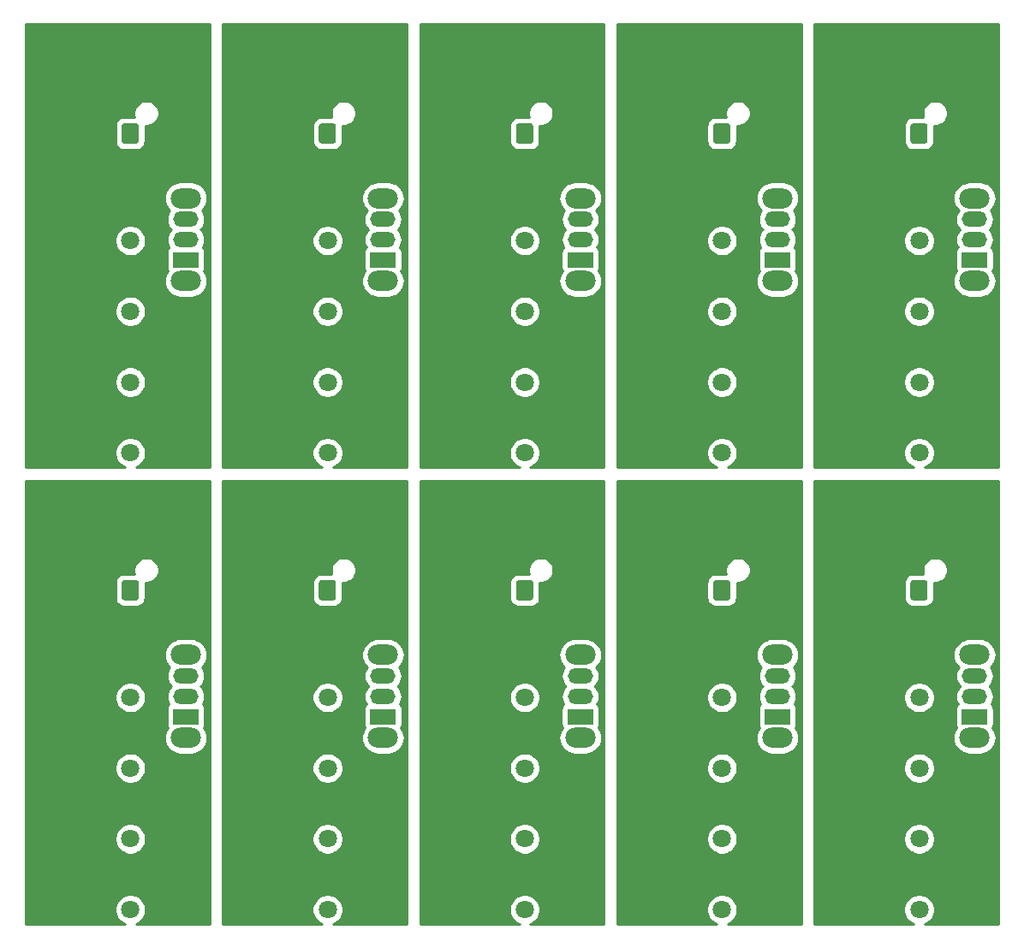
<source format=gbr>
%TF.GenerationSoftware,KiCad,Pcbnew,(5.1.9)-1*%
%TF.CreationDate,2022-04-08T02:00:14+08:00*%
%TF.ProjectId,LED_panelize,4c45445f-7061-46e6-956c-697a652e6b69,rev?*%
%TF.SameCoordinates,Original*%
%TF.FileFunction,Copper,L2,Bot*%
%TF.FilePolarity,Positive*%
%FSLAX46Y46*%
G04 Gerber Fmt 4.6, Leading zero omitted, Abs format (unit mm)*
G04 Created by KiCad (PCBNEW (5.1.9)-1) date 2022-04-08 02:00:14*
%MOMM*%
%LPD*%
G01*
G04 APERTURE LIST*
%TA.AperFunction,ComponentPad*%
%ADD10R,1.800000X1.800000*%
%TD*%
%TA.AperFunction,ComponentPad*%
%ADD11C,1.800000*%
%TD*%
%TA.AperFunction,ComponentPad*%
%ADD12O,1.700000X2.000000*%
%TD*%
%TA.AperFunction,ComponentPad*%
%ADD13R,2.500000X1.500000*%
%TD*%
%TA.AperFunction,ComponentPad*%
%ADD14O,2.500000X1.500000*%
%TD*%
%TA.AperFunction,ComponentPad*%
%ADD15O,3.000000X2.000000*%
%TD*%
%TA.AperFunction,Conductor*%
%ADD16C,0.254000*%
%TD*%
%TA.AperFunction,Conductor*%
%ADD17C,0.100000*%
%TD*%
G04 APERTURE END LIST*
D10*
%TO.P,D4,1*%
%TO.N,Net-(D1-Pad1)*%
X174775000Y-135000000D03*
D11*
%TO.P,D4,2*%
%TO.N,Net-(D4-Pad2)*%
X177315000Y-135000000D03*
%TD*%
D10*
%TO.P,D4,1*%
%TO.N,Net-(D1-Pad1)*%
X155275000Y-135000000D03*
D11*
%TO.P,D4,2*%
%TO.N,Net-(D4-Pad2)*%
X157815000Y-135000000D03*
%TD*%
D10*
%TO.P,D4,1*%
%TO.N,Net-(D1-Pad1)*%
X135775000Y-135000000D03*
D11*
%TO.P,D4,2*%
%TO.N,Net-(D4-Pad2)*%
X138315000Y-135000000D03*
%TD*%
D10*
%TO.P,D4,1*%
%TO.N,Net-(D1-Pad1)*%
X116275000Y-135000000D03*
D11*
%TO.P,D4,2*%
%TO.N,Net-(D4-Pad2)*%
X118815000Y-135000000D03*
%TD*%
D10*
%TO.P,D4,1*%
%TO.N,Net-(D1-Pad1)*%
X96775000Y-135000000D03*
D11*
%TO.P,D4,2*%
%TO.N,Net-(D4-Pad2)*%
X99315000Y-135000000D03*
%TD*%
D10*
%TO.P,D4,1*%
%TO.N,Net-(D1-Pad1)*%
X174775000Y-89800000D03*
D11*
%TO.P,D4,2*%
%TO.N,Net-(D4-Pad2)*%
X177315000Y-89800000D03*
%TD*%
D10*
%TO.P,D4,1*%
%TO.N,Net-(D1-Pad1)*%
X155275000Y-89800000D03*
D11*
%TO.P,D4,2*%
%TO.N,Net-(D4-Pad2)*%
X157815000Y-89800000D03*
%TD*%
D10*
%TO.P,D4,1*%
%TO.N,Net-(D1-Pad1)*%
X135775000Y-89800000D03*
D11*
%TO.P,D4,2*%
%TO.N,Net-(D4-Pad2)*%
X138315000Y-89800000D03*
%TD*%
D10*
%TO.P,D4,1*%
%TO.N,Net-(D1-Pad1)*%
X116275000Y-89800000D03*
D11*
%TO.P,D4,2*%
%TO.N,Net-(D4-Pad2)*%
X118815000Y-89800000D03*
%TD*%
D10*
%TO.P,D2,1*%
%TO.N,Net-(D1-Pad1)*%
X174775000Y-128000000D03*
D11*
%TO.P,D2,2*%
%TO.N,Net-(D2-Pad2)*%
X177315000Y-128000000D03*
%TD*%
D10*
%TO.P,D2,1*%
%TO.N,Net-(D1-Pad1)*%
X155275000Y-128000000D03*
D11*
%TO.P,D2,2*%
%TO.N,Net-(D2-Pad2)*%
X157815000Y-128000000D03*
%TD*%
D10*
%TO.P,D2,1*%
%TO.N,Net-(D1-Pad1)*%
X135775000Y-128000000D03*
D11*
%TO.P,D2,2*%
%TO.N,Net-(D2-Pad2)*%
X138315000Y-128000000D03*
%TD*%
D10*
%TO.P,D2,1*%
%TO.N,Net-(D1-Pad1)*%
X116275000Y-128000000D03*
D11*
%TO.P,D2,2*%
%TO.N,Net-(D2-Pad2)*%
X118815000Y-128000000D03*
%TD*%
D10*
%TO.P,D2,1*%
%TO.N,Net-(D1-Pad1)*%
X96775000Y-128000000D03*
D11*
%TO.P,D2,2*%
%TO.N,Net-(D2-Pad2)*%
X99315000Y-128000000D03*
%TD*%
D10*
%TO.P,D2,1*%
%TO.N,Net-(D1-Pad1)*%
X174775000Y-82800000D03*
D11*
%TO.P,D2,2*%
%TO.N,Net-(D2-Pad2)*%
X177315000Y-82800000D03*
%TD*%
D10*
%TO.P,D2,1*%
%TO.N,Net-(D1-Pad1)*%
X155275000Y-82800000D03*
D11*
%TO.P,D2,2*%
%TO.N,Net-(D2-Pad2)*%
X157815000Y-82800000D03*
%TD*%
D10*
%TO.P,D2,1*%
%TO.N,Net-(D1-Pad1)*%
X135775000Y-82800000D03*
D11*
%TO.P,D2,2*%
%TO.N,Net-(D2-Pad2)*%
X138315000Y-82800000D03*
%TD*%
D10*
%TO.P,D2,1*%
%TO.N,Net-(D1-Pad1)*%
X116275000Y-82800000D03*
D11*
%TO.P,D2,2*%
%TO.N,Net-(D2-Pad2)*%
X118815000Y-82800000D03*
%TD*%
D10*
%TO.P,D1,1*%
%TO.N,Net-(D1-Pad1)*%
X174775000Y-114000000D03*
D11*
%TO.P,D1,2*%
%TO.N,Net-(D1-Pad2)*%
X177315000Y-114000000D03*
%TD*%
D10*
%TO.P,D1,1*%
%TO.N,Net-(D1-Pad1)*%
X155275000Y-114000000D03*
D11*
%TO.P,D1,2*%
%TO.N,Net-(D1-Pad2)*%
X157815000Y-114000000D03*
%TD*%
D10*
%TO.P,D1,1*%
%TO.N,Net-(D1-Pad1)*%
X135775000Y-114000000D03*
D11*
%TO.P,D1,2*%
%TO.N,Net-(D1-Pad2)*%
X138315000Y-114000000D03*
%TD*%
D10*
%TO.P,D1,1*%
%TO.N,Net-(D1-Pad1)*%
X116275000Y-114000000D03*
D11*
%TO.P,D1,2*%
%TO.N,Net-(D1-Pad2)*%
X118815000Y-114000000D03*
%TD*%
D10*
%TO.P,D1,1*%
%TO.N,Net-(D1-Pad1)*%
X96775000Y-114000000D03*
D11*
%TO.P,D1,2*%
%TO.N,Net-(D1-Pad2)*%
X99315000Y-114000000D03*
%TD*%
D10*
%TO.P,D1,1*%
%TO.N,Net-(D1-Pad1)*%
X174775000Y-68800000D03*
D11*
%TO.P,D1,2*%
%TO.N,Net-(D1-Pad2)*%
X177315000Y-68800000D03*
%TD*%
D10*
%TO.P,D1,1*%
%TO.N,Net-(D1-Pad1)*%
X155275000Y-68800000D03*
D11*
%TO.P,D1,2*%
%TO.N,Net-(D1-Pad2)*%
X157815000Y-68800000D03*
%TD*%
D10*
%TO.P,D1,1*%
%TO.N,Net-(D1-Pad1)*%
X135775000Y-68800000D03*
D11*
%TO.P,D1,2*%
%TO.N,Net-(D1-Pad2)*%
X138315000Y-68800000D03*
%TD*%
D10*
%TO.P,D1,1*%
%TO.N,Net-(D1-Pad1)*%
X116275000Y-68800000D03*
D11*
%TO.P,D1,2*%
%TO.N,Net-(D1-Pad2)*%
X118815000Y-68800000D03*
%TD*%
D10*
%TO.P,D3,1*%
%TO.N,Net-(D1-Pad1)*%
X174775000Y-121000000D03*
D11*
%TO.P,D3,2*%
%TO.N,Net-(D3-Pad2)*%
X177315000Y-121000000D03*
%TD*%
D10*
%TO.P,D3,1*%
%TO.N,Net-(D1-Pad1)*%
X155275000Y-121000000D03*
D11*
%TO.P,D3,2*%
%TO.N,Net-(D3-Pad2)*%
X157815000Y-121000000D03*
%TD*%
D10*
%TO.P,D3,1*%
%TO.N,Net-(D1-Pad1)*%
X135775000Y-121000000D03*
D11*
%TO.P,D3,2*%
%TO.N,Net-(D3-Pad2)*%
X138315000Y-121000000D03*
%TD*%
D10*
%TO.P,D3,1*%
%TO.N,Net-(D1-Pad1)*%
X116275000Y-121000000D03*
D11*
%TO.P,D3,2*%
%TO.N,Net-(D3-Pad2)*%
X118815000Y-121000000D03*
%TD*%
D10*
%TO.P,D3,1*%
%TO.N,Net-(D1-Pad1)*%
X96775000Y-121000000D03*
D11*
%TO.P,D3,2*%
%TO.N,Net-(D3-Pad2)*%
X99315000Y-121000000D03*
%TD*%
D10*
%TO.P,D3,1*%
%TO.N,Net-(D1-Pad1)*%
X174775000Y-75800000D03*
D11*
%TO.P,D3,2*%
%TO.N,Net-(D3-Pad2)*%
X177315000Y-75800000D03*
%TD*%
D10*
%TO.P,D3,1*%
%TO.N,Net-(D1-Pad1)*%
X155275000Y-75800000D03*
D11*
%TO.P,D3,2*%
%TO.N,Net-(D3-Pad2)*%
X157815000Y-75800000D03*
%TD*%
D10*
%TO.P,D3,1*%
%TO.N,Net-(D1-Pad1)*%
X135775000Y-75800000D03*
D11*
%TO.P,D3,2*%
%TO.N,Net-(D3-Pad2)*%
X138315000Y-75800000D03*
%TD*%
D10*
%TO.P,D3,1*%
%TO.N,Net-(D1-Pad1)*%
X116275000Y-75800000D03*
D11*
%TO.P,D3,2*%
%TO.N,Net-(D3-Pad2)*%
X118815000Y-75800000D03*
%TD*%
%TO.P,J1,1*%
%TO.N,Net-(J1-Pad1)*%
%TA.AperFunction,ComponentPad*%
G36*
G01*
X178150000Y-102650000D02*
X178150000Y-104150000D01*
G75*
G02*
X177900000Y-104400000I-250000J0D01*
G01*
X176700000Y-104400000D01*
G75*
G02*
X176450000Y-104150000I0J250000D01*
G01*
X176450000Y-102650000D01*
G75*
G02*
X176700000Y-102400000I250000J0D01*
G01*
X177900000Y-102400000D01*
G75*
G02*
X178150000Y-102650000I0J-250000D01*
G01*
G37*
%TD.AperFunction*%
D12*
%TO.P,J1,2*%
%TO.N,Net-(D1-Pad1)*%
X174800000Y-103400000D03*
%TD*%
%TO.P,J1,1*%
%TO.N,Net-(J1-Pad1)*%
%TA.AperFunction,ComponentPad*%
G36*
G01*
X158650000Y-102650000D02*
X158650000Y-104150000D01*
G75*
G02*
X158400000Y-104400000I-250000J0D01*
G01*
X157200000Y-104400000D01*
G75*
G02*
X156950000Y-104150000I0J250000D01*
G01*
X156950000Y-102650000D01*
G75*
G02*
X157200000Y-102400000I250000J0D01*
G01*
X158400000Y-102400000D01*
G75*
G02*
X158650000Y-102650000I0J-250000D01*
G01*
G37*
%TD.AperFunction*%
%TO.P,J1,2*%
%TO.N,Net-(D1-Pad1)*%
X155300000Y-103400000D03*
%TD*%
%TO.P,J1,1*%
%TO.N,Net-(J1-Pad1)*%
%TA.AperFunction,ComponentPad*%
G36*
G01*
X139150000Y-102650000D02*
X139150000Y-104150000D01*
G75*
G02*
X138900000Y-104400000I-250000J0D01*
G01*
X137700000Y-104400000D01*
G75*
G02*
X137450000Y-104150000I0J250000D01*
G01*
X137450000Y-102650000D01*
G75*
G02*
X137700000Y-102400000I250000J0D01*
G01*
X138900000Y-102400000D01*
G75*
G02*
X139150000Y-102650000I0J-250000D01*
G01*
G37*
%TD.AperFunction*%
%TO.P,J1,2*%
%TO.N,Net-(D1-Pad1)*%
X135800000Y-103400000D03*
%TD*%
%TO.P,J1,1*%
%TO.N,Net-(J1-Pad1)*%
%TA.AperFunction,ComponentPad*%
G36*
G01*
X119650000Y-102650000D02*
X119650000Y-104150000D01*
G75*
G02*
X119400000Y-104400000I-250000J0D01*
G01*
X118200000Y-104400000D01*
G75*
G02*
X117950000Y-104150000I0J250000D01*
G01*
X117950000Y-102650000D01*
G75*
G02*
X118200000Y-102400000I250000J0D01*
G01*
X119400000Y-102400000D01*
G75*
G02*
X119650000Y-102650000I0J-250000D01*
G01*
G37*
%TD.AperFunction*%
%TO.P,J1,2*%
%TO.N,Net-(D1-Pad1)*%
X116300000Y-103400000D03*
%TD*%
%TO.P,J1,1*%
%TO.N,Net-(J1-Pad1)*%
%TA.AperFunction,ComponentPad*%
G36*
G01*
X100150000Y-102650000D02*
X100150000Y-104150000D01*
G75*
G02*
X99900000Y-104400000I-250000J0D01*
G01*
X98700000Y-104400000D01*
G75*
G02*
X98450000Y-104150000I0J250000D01*
G01*
X98450000Y-102650000D01*
G75*
G02*
X98700000Y-102400000I250000J0D01*
G01*
X99900000Y-102400000D01*
G75*
G02*
X100150000Y-102650000I0J-250000D01*
G01*
G37*
%TD.AperFunction*%
%TO.P,J1,2*%
%TO.N,Net-(D1-Pad1)*%
X96800000Y-103400000D03*
%TD*%
%TO.P,J1,1*%
%TO.N,Net-(J1-Pad1)*%
%TA.AperFunction,ComponentPad*%
G36*
G01*
X178150000Y-57450000D02*
X178150000Y-58950000D01*
G75*
G02*
X177900000Y-59200000I-250000J0D01*
G01*
X176700000Y-59200000D01*
G75*
G02*
X176450000Y-58950000I0J250000D01*
G01*
X176450000Y-57450000D01*
G75*
G02*
X176700000Y-57200000I250000J0D01*
G01*
X177900000Y-57200000D01*
G75*
G02*
X178150000Y-57450000I0J-250000D01*
G01*
G37*
%TD.AperFunction*%
%TO.P,J1,2*%
%TO.N,Net-(D1-Pad1)*%
X174800000Y-58200000D03*
%TD*%
%TO.P,J1,1*%
%TO.N,Net-(J1-Pad1)*%
%TA.AperFunction,ComponentPad*%
G36*
G01*
X158650000Y-57450000D02*
X158650000Y-58950000D01*
G75*
G02*
X158400000Y-59200000I-250000J0D01*
G01*
X157200000Y-59200000D01*
G75*
G02*
X156950000Y-58950000I0J250000D01*
G01*
X156950000Y-57450000D01*
G75*
G02*
X157200000Y-57200000I250000J0D01*
G01*
X158400000Y-57200000D01*
G75*
G02*
X158650000Y-57450000I0J-250000D01*
G01*
G37*
%TD.AperFunction*%
%TO.P,J1,2*%
%TO.N,Net-(D1-Pad1)*%
X155300000Y-58200000D03*
%TD*%
%TO.P,J1,1*%
%TO.N,Net-(J1-Pad1)*%
%TA.AperFunction,ComponentPad*%
G36*
G01*
X139150000Y-57450000D02*
X139150000Y-58950000D01*
G75*
G02*
X138900000Y-59200000I-250000J0D01*
G01*
X137700000Y-59200000D01*
G75*
G02*
X137450000Y-58950000I0J250000D01*
G01*
X137450000Y-57450000D01*
G75*
G02*
X137700000Y-57200000I250000J0D01*
G01*
X138900000Y-57200000D01*
G75*
G02*
X139150000Y-57450000I0J-250000D01*
G01*
G37*
%TD.AperFunction*%
%TO.P,J1,2*%
%TO.N,Net-(D1-Pad1)*%
X135800000Y-58200000D03*
%TD*%
%TO.P,J1,1*%
%TO.N,Net-(J1-Pad1)*%
%TA.AperFunction,ComponentPad*%
G36*
G01*
X119650000Y-57450000D02*
X119650000Y-58950000D01*
G75*
G02*
X119400000Y-59200000I-250000J0D01*
G01*
X118200000Y-59200000D01*
G75*
G02*
X117950000Y-58950000I0J250000D01*
G01*
X117950000Y-57450000D01*
G75*
G02*
X118200000Y-57200000I250000J0D01*
G01*
X119400000Y-57200000D01*
G75*
G02*
X119650000Y-57450000I0J-250000D01*
G01*
G37*
%TD.AperFunction*%
%TO.P,J1,2*%
%TO.N,Net-(D1-Pad1)*%
X116300000Y-58200000D03*
%TD*%
D13*
%TO.P,SW1,1*%
%TO.N,Net-(SW1-Pad1)*%
X182800000Y-115900000D03*
D14*
%TO.P,SW1,2*%
%TO.N,Net-(R1-Pad1)*%
X182800000Y-113900000D03*
%TO.P,SW1,3*%
%TO.N,Net-(J1-Pad1)*%
X182800000Y-111900000D03*
D15*
%TO.P,SW1,*%
%TO.N,*%
X182800000Y-118000000D03*
X182800000Y-109800000D03*
%TD*%
D13*
%TO.P,SW1,1*%
%TO.N,Net-(SW1-Pad1)*%
X163300000Y-115900000D03*
D14*
%TO.P,SW1,2*%
%TO.N,Net-(R1-Pad1)*%
X163300000Y-113900000D03*
%TO.P,SW1,3*%
%TO.N,Net-(J1-Pad1)*%
X163300000Y-111900000D03*
D15*
%TO.P,SW1,*%
%TO.N,*%
X163300000Y-118000000D03*
X163300000Y-109800000D03*
%TD*%
D13*
%TO.P,SW1,1*%
%TO.N,Net-(SW1-Pad1)*%
X143800000Y-115900000D03*
D14*
%TO.P,SW1,2*%
%TO.N,Net-(R1-Pad1)*%
X143800000Y-113900000D03*
%TO.P,SW1,3*%
%TO.N,Net-(J1-Pad1)*%
X143800000Y-111900000D03*
D15*
%TO.P,SW1,*%
%TO.N,*%
X143800000Y-118000000D03*
X143800000Y-109800000D03*
%TD*%
D13*
%TO.P,SW1,1*%
%TO.N,Net-(SW1-Pad1)*%
X124300000Y-115900000D03*
D14*
%TO.P,SW1,2*%
%TO.N,Net-(R1-Pad1)*%
X124300000Y-113900000D03*
%TO.P,SW1,3*%
%TO.N,Net-(J1-Pad1)*%
X124300000Y-111900000D03*
D15*
%TO.P,SW1,*%
%TO.N,*%
X124300000Y-118000000D03*
X124300000Y-109800000D03*
%TD*%
D13*
%TO.P,SW1,1*%
%TO.N,Net-(SW1-Pad1)*%
X104800000Y-115900000D03*
D14*
%TO.P,SW1,2*%
%TO.N,Net-(R1-Pad1)*%
X104800000Y-113900000D03*
%TO.P,SW1,3*%
%TO.N,Net-(J1-Pad1)*%
X104800000Y-111900000D03*
D15*
%TO.P,SW1,*%
%TO.N,*%
X104800000Y-118000000D03*
X104800000Y-109800000D03*
%TD*%
D13*
%TO.P,SW1,1*%
%TO.N,Net-(SW1-Pad1)*%
X182800000Y-70700000D03*
D14*
%TO.P,SW1,2*%
%TO.N,Net-(R1-Pad1)*%
X182800000Y-68700000D03*
%TO.P,SW1,3*%
%TO.N,Net-(J1-Pad1)*%
X182800000Y-66700000D03*
D15*
%TO.P,SW1,*%
%TO.N,*%
X182800000Y-72800000D03*
X182800000Y-64600000D03*
%TD*%
D13*
%TO.P,SW1,1*%
%TO.N,Net-(SW1-Pad1)*%
X163300000Y-70700000D03*
D14*
%TO.P,SW1,2*%
%TO.N,Net-(R1-Pad1)*%
X163300000Y-68700000D03*
%TO.P,SW1,3*%
%TO.N,Net-(J1-Pad1)*%
X163300000Y-66700000D03*
D15*
%TO.P,SW1,*%
%TO.N,*%
X163300000Y-72800000D03*
X163300000Y-64600000D03*
%TD*%
D13*
%TO.P,SW1,1*%
%TO.N,Net-(SW1-Pad1)*%
X143800000Y-70700000D03*
D14*
%TO.P,SW1,2*%
%TO.N,Net-(R1-Pad1)*%
X143800000Y-68700000D03*
%TO.P,SW1,3*%
%TO.N,Net-(J1-Pad1)*%
X143800000Y-66700000D03*
D15*
%TO.P,SW1,*%
%TO.N,*%
X143800000Y-72800000D03*
X143800000Y-64600000D03*
%TD*%
D13*
%TO.P,SW1,1*%
%TO.N,Net-(SW1-Pad1)*%
X124300000Y-70700000D03*
D14*
%TO.P,SW1,2*%
%TO.N,Net-(R1-Pad1)*%
X124300000Y-68700000D03*
%TO.P,SW1,3*%
%TO.N,Net-(J1-Pad1)*%
X124300000Y-66700000D03*
D15*
%TO.P,SW1,*%
%TO.N,*%
X124300000Y-72800000D03*
X124300000Y-64600000D03*
%TD*%
D11*
%TO.P,D4,2*%
%TO.N,Net-(D4-Pad2)*%
X99315000Y-89800000D03*
D10*
%TO.P,D4,1*%
%TO.N,Net-(D1-Pad1)*%
X96775000Y-89800000D03*
%TD*%
D15*
%TO.P,SW1,*%
%TO.N,*%
X104800000Y-64600000D03*
X104800000Y-72800000D03*
D14*
%TO.P,SW1,3*%
%TO.N,Net-(J1-Pad1)*%
X104800000Y-66700000D03*
%TO.P,SW1,2*%
%TO.N,Net-(R1-Pad1)*%
X104800000Y-68700000D03*
D13*
%TO.P,SW1,1*%
%TO.N,Net-(SW1-Pad1)*%
X104800000Y-70700000D03*
%TD*%
D12*
%TO.P,J1,2*%
%TO.N,Net-(D1-Pad1)*%
X96800000Y-58200000D03*
%TO.P,J1,1*%
%TO.N,Net-(J1-Pad1)*%
%TA.AperFunction,ComponentPad*%
G36*
G01*
X100150000Y-57450000D02*
X100150000Y-58950000D01*
G75*
G02*
X99900000Y-59200000I-250000J0D01*
G01*
X98700000Y-59200000D01*
G75*
G02*
X98450000Y-58950000I0J250000D01*
G01*
X98450000Y-57450000D01*
G75*
G02*
X98700000Y-57200000I250000J0D01*
G01*
X99900000Y-57200000D01*
G75*
G02*
X100150000Y-57450000I0J-250000D01*
G01*
G37*
%TD.AperFunction*%
%TD*%
D11*
%TO.P,D3,2*%
%TO.N,Net-(D3-Pad2)*%
X99315000Y-75800000D03*
D10*
%TO.P,D3,1*%
%TO.N,Net-(D1-Pad1)*%
X96775000Y-75800000D03*
%TD*%
D11*
%TO.P,D2,2*%
%TO.N,Net-(D2-Pad2)*%
X99315000Y-82800000D03*
D10*
%TO.P,D2,1*%
%TO.N,Net-(D1-Pad1)*%
X96775000Y-82800000D03*
%TD*%
D11*
%TO.P,D1,2*%
%TO.N,Net-(D1-Pad2)*%
X99315000Y-68800000D03*
D10*
%TO.P,D1,1*%
%TO.N,Net-(D1-Pad1)*%
X96775000Y-68800000D03*
%TD*%
D16*
%TO.N,Net-(D1-Pad1)*%
X107140001Y-91240000D02*
X99849681Y-91240000D01*
X100042095Y-91160299D01*
X100293505Y-90992312D01*
X100507312Y-90778505D01*
X100675299Y-90527095D01*
X100791011Y-90247743D01*
X100850000Y-89951184D01*
X100850000Y-89648816D01*
X100791011Y-89352257D01*
X100675299Y-89072905D01*
X100507312Y-88821495D01*
X100293505Y-88607688D01*
X100042095Y-88439701D01*
X99762743Y-88323989D01*
X99466184Y-88265000D01*
X99163816Y-88265000D01*
X98867257Y-88323989D01*
X98587905Y-88439701D01*
X98336495Y-88607688D01*
X98122688Y-88821495D01*
X97954701Y-89072905D01*
X97838989Y-89352257D01*
X97780000Y-89648816D01*
X97780000Y-89951184D01*
X97838989Y-90247743D01*
X97954701Y-90527095D01*
X98122688Y-90778505D01*
X98336495Y-90992312D01*
X98587905Y-91160299D01*
X98780319Y-91240000D01*
X88960000Y-91240000D01*
X88960000Y-82648816D01*
X97780000Y-82648816D01*
X97780000Y-82951184D01*
X97838989Y-83247743D01*
X97954701Y-83527095D01*
X98122688Y-83778505D01*
X98336495Y-83992312D01*
X98587905Y-84160299D01*
X98867257Y-84276011D01*
X99163816Y-84335000D01*
X99466184Y-84335000D01*
X99762743Y-84276011D01*
X100042095Y-84160299D01*
X100293505Y-83992312D01*
X100507312Y-83778505D01*
X100675299Y-83527095D01*
X100791011Y-83247743D01*
X100850000Y-82951184D01*
X100850000Y-82648816D01*
X100791011Y-82352257D01*
X100675299Y-82072905D01*
X100507312Y-81821495D01*
X100293505Y-81607688D01*
X100042095Y-81439701D01*
X99762743Y-81323989D01*
X99466184Y-81265000D01*
X99163816Y-81265000D01*
X98867257Y-81323989D01*
X98587905Y-81439701D01*
X98336495Y-81607688D01*
X98122688Y-81821495D01*
X97954701Y-82072905D01*
X97838989Y-82352257D01*
X97780000Y-82648816D01*
X88960000Y-82648816D01*
X88960000Y-75648816D01*
X97780000Y-75648816D01*
X97780000Y-75951184D01*
X97838989Y-76247743D01*
X97954701Y-76527095D01*
X98122688Y-76778505D01*
X98336495Y-76992312D01*
X98587905Y-77160299D01*
X98867257Y-77276011D01*
X99163816Y-77335000D01*
X99466184Y-77335000D01*
X99762743Y-77276011D01*
X100042095Y-77160299D01*
X100293505Y-76992312D01*
X100507312Y-76778505D01*
X100675299Y-76527095D01*
X100791011Y-76247743D01*
X100850000Y-75951184D01*
X100850000Y-75648816D01*
X100791011Y-75352257D01*
X100675299Y-75072905D01*
X100507312Y-74821495D01*
X100293505Y-74607688D01*
X100042095Y-74439701D01*
X99762743Y-74323989D01*
X99466184Y-74265000D01*
X99163816Y-74265000D01*
X98867257Y-74323989D01*
X98587905Y-74439701D01*
X98336495Y-74607688D01*
X98122688Y-74821495D01*
X97954701Y-75072905D01*
X97838989Y-75352257D01*
X97780000Y-75648816D01*
X88960000Y-75648816D01*
X88960000Y-68648816D01*
X97780000Y-68648816D01*
X97780000Y-68951184D01*
X97838989Y-69247743D01*
X97954701Y-69527095D01*
X98122688Y-69778505D01*
X98336495Y-69992312D01*
X98587905Y-70160299D01*
X98867257Y-70276011D01*
X99163816Y-70335000D01*
X99466184Y-70335000D01*
X99762743Y-70276011D01*
X100042095Y-70160299D01*
X100293505Y-69992312D01*
X100507312Y-69778505D01*
X100675299Y-69527095D01*
X100791011Y-69247743D01*
X100850000Y-68951184D01*
X100850000Y-68648816D01*
X100791011Y-68352257D01*
X100675299Y-68072905D01*
X100507312Y-67821495D01*
X100293505Y-67607688D01*
X100042095Y-67439701D01*
X99762743Y-67323989D01*
X99466184Y-67265000D01*
X99163816Y-67265000D01*
X98867257Y-67323989D01*
X98587905Y-67439701D01*
X98336495Y-67607688D01*
X98122688Y-67821495D01*
X97954701Y-68072905D01*
X97838989Y-68352257D01*
X97780000Y-68648816D01*
X88960000Y-68648816D01*
X88960000Y-64600000D01*
X102657089Y-64600000D01*
X102688657Y-64920516D01*
X102782148Y-65228715D01*
X102933969Y-65512752D01*
X103138286Y-65761714D01*
X103221972Y-65830393D01*
X103142843Y-65926812D01*
X103014236Y-66167419D01*
X102935040Y-66428493D01*
X102908299Y-66700000D01*
X102935040Y-66971507D01*
X103014236Y-67232581D01*
X103142843Y-67473188D01*
X103315919Y-67684081D01*
X103335316Y-67700000D01*
X103315919Y-67715919D01*
X103142843Y-67926812D01*
X103014236Y-68167419D01*
X102935040Y-68428493D01*
X102908299Y-68700000D01*
X102935040Y-68971507D01*
X103014236Y-69232581D01*
X103138940Y-69465886D01*
X103098815Y-69498815D01*
X103019463Y-69595506D01*
X102960498Y-69705820D01*
X102924188Y-69825518D01*
X102911928Y-69950000D01*
X102911928Y-71450000D01*
X102924188Y-71574482D01*
X102960498Y-71694180D01*
X103012529Y-71791522D01*
X102933969Y-71887248D01*
X102782148Y-72171285D01*
X102688657Y-72479484D01*
X102657089Y-72800000D01*
X102688657Y-73120516D01*
X102782148Y-73428715D01*
X102933969Y-73712752D01*
X103138286Y-73961714D01*
X103387248Y-74166031D01*
X103671285Y-74317852D01*
X103979484Y-74411343D01*
X104219678Y-74435000D01*
X105380322Y-74435000D01*
X105620516Y-74411343D01*
X105928715Y-74317852D01*
X106212752Y-74166031D01*
X106461714Y-73961714D01*
X106666031Y-73712752D01*
X106817852Y-73428715D01*
X106911343Y-73120516D01*
X106942911Y-72800000D01*
X106911343Y-72479484D01*
X106817852Y-72171285D01*
X106666031Y-71887248D01*
X106587471Y-71791522D01*
X106639502Y-71694180D01*
X106675812Y-71574482D01*
X106688072Y-71450000D01*
X106688072Y-69950000D01*
X106675812Y-69825518D01*
X106639502Y-69705820D01*
X106580537Y-69595506D01*
X106501185Y-69498815D01*
X106461060Y-69465886D01*
X106585764Y-69232581D01*
X106664960Y-68971507D01*
X106691701Y-68700000D01*
X106664960Y-68428493D01*
X106585764Y-68167419D01*
X106457157Y-67926812D01*
X106284081Y-67715919D01*
X106264684Y-67700000D01*
X106284081Y-67684081D01*
X106457157Y-67473188D01*
X106585764Y-67232581D01*
X106664960Y-66971507D01*
X106691701Y-66700000D01*
X106664960Y-66428493D01*
X106585764Y-66167419D01*
X106457157Y-65926812D01*
X106378028Y-65830393D01*
X106461714Y-65761714D01*
X106666031Y-65512752D01*
X106817852Y-65228715D01*
X106911343Y-64920516D01*
X106942911Y-64600000D01*
X106911343Y-64279484D01*
X106817852Y-63971285D01*
X106666031Y-63687248D01*
X106461714Y-63438286D01*
X106212752Y-63233969D01*
X105928715Y-63082148D01*
X105620516Y-62988657D01*
X105380322Y-62965000D01*
X104219678Y-62965000D01*
X103979484Y-62988657D01*
X103671285Y-63082148D01*
X103387248Y-63233969D01*
X103138286Y-63438286D01*
X102933969Y-63687248D01*
X102782148Y-63971285D01*
X102688657Y-64279484D01*
X102657089Y-64600000D01*
X88960000Y-64600000D01*
X88960000Y-57450000D01*
X97811928Y-57450000D01*
X97811928Y-58950000D01*
X97828992Y-59123254D01*
X97879528Y-59289850D01*
X97961595Y-59443386D01*
X98072038Y-59577962D01*
X98206614Y-59688405D01*
X98360150Y-59770472D01*
X98526746Y-59821008D01*
X98700000Y-59838072D01*
X99900000Y-59838072D01*
X100073254Y-59821008D01*
X100239850Y-59770472D01*
X100393386Y-59688405D01*
X100527962Y-59577962D01*
X100638405Y-59443386D01*
X100720472Y-59289850D01*
X100771008Y-59123254D01*
X100788072Y-58950000D01*
X100788072Y-57450000D01*
X100786595Y-57435000D01*
X101021637Y-57435000D01*
X101260236Y-57387540D01*
X101484992Y-57294443D01*
X101687267Y-57159287D01*
X101859287Y-56987267D01*
X101994443Y-56784992D01*
X102087540Y-56560236D01*
X102135000Y-56321637D01*
X102135000Y-56078363D01*
X102087540Y-55839764D01*
X101994443Y-55615008D01*
X101859287Y-55412733D01*
X101687267Y-55240713D01*
X101484992Y-55105557D01*
X101260236Y-55012460D01*
X101021637Y-54965000D01*
X100778363Y-54965000D01*
X100539764Y-55012460D01*
X100315008Y-55105557D01*
X100112733Y-55240713D01*
X99940713Y-55412733D01*
X99805557Y-55615008D01*
X99712460Y-55839764D01*
X99665000Y-56078363D01*
X99665000Y-56321637D01*
X99712460Y-56560236D01*
X99713161Y-56561928D01*
X98700000Y-56561928D01*
X98526746Y-56578992D01*
X98360150Y-56629528D01*
X98206614Y-56711595D01*
X98072038Y-56822038D01*
X97961595Y-56956614D01*
X97879528Y-57110150D01*
X97828992Y-57276746D01*
X97811928Y-57450000D01*
X88960000Y-57450000D01*
X88960000Y-47360000D01*
X107140000Y-47360000D01*
X107140001Y-91240000D01*
%TA.AperFunction,Conductor*%
D17*
G36*
X107140001Y-91240000D02*
G01*
X99849681Y-91240000D01*
X100042095Y-91160299D01*
X100293505Y-90992312D01*
X100507312Y-90778505D01*
X100675299Y-90527095D01*
X100791011Y-90247743D01*
X100850000Y-89951184D01*
X100850000Y-89648816D01*
X100791011Y-89352257D01*
X100675299Y-89072905D01*
X100507312Y-88821495D01*
X100293505Y-88607688D01*
X100042095Y-88439701D01*
X99762743Y-88323989D01*
X99466184Y-88265000D01*
X99163816Y-88265000D01*
X98867257Y-88323989D01*
X98587905Y-88439701D01*
X98336495Y-88607688D01*
X98122688Y-88821495D01*
X97954701Y-89072905D01*
X97838989Y-89352257D01*
X97780000Y-89648816D01*
X97780000Y-89951184D01*
X97838989Y-90247743D01*
X97954701Y-90527095D01*
X98122688Y-90778505D01*
X98336495Y-90992312D01*
X98587905Y-91160299D01*
X98780319Y-91240000D01*
X88960000Y-91240000D01*
X88960000Y-82648816D01*
X97780000Y-82648816D01*
X97780000Y-82951184D01*
X97838989Y-83247743D01*
X97954701Y-83527095D01*
X98122688Y-83778505D01*
X98336495Y-83992312D01*
X98587905Y-84160299D01*
X98867257Y-84276011D01*
X99163816Y-84335000D01*
X99466184Y-84335000D01*
X99762743Y-84276011D01*
X100042095Y-84160299D01*
X100293505Y-83992312D01*
X100507312Y-83778505D01*
X100675299Y-83527095D01*
X100791011Y-83247743D01*
X100850000Y-82951184D01*
X100850000Y-82648816D01*
X100791011Y-82352257D01*
X100675299Y-82072905D01*
X100507312Y-81821495D01*
X100293505Y-81607688D01*
X100042095Y-81439701D01*
X99762743Y-81323989D01*
X99466184Y-81265000D01*
X99163816Y-81265000D01*
X98867257Y-81323989D01*
X98587905Y-81439701D01*
X98336495Y-81607688D01*
X98122688Y-81821495D01*
X97954701Y-82072905D01*
X97838989Y-82352257D01*
X97780000Y-82648816D01*
X88960000Y-82648816D01*
X88960000Y-75648816D01*
X97780000Y-75648816D01*
X97780000Y-75951184D01*
X97838989Y-76247743D01*
X97954701Y-76527095D01*
X98122688Y-76778505D01*
X98336495Y-76992312D01*
X98587905Y-77160299D01*
X98867257Y-77276011D01*
X99163816Y-77335000D01*
X99466184Y-77335000D01*
X99762743Y-77276011D01*
X100042095Y-77160299D01*
X100293505Y-76992312D01*
X100507312Y-76778505D01*
X100675299Y-76527095D01*
X100791011Y-76247743D01*
X100850000Y-75951184D01*
X100850000Y-75648816D01*
X100791011Y-75352257D01*
X100675299Y-75072905D01*
X100507312Y-74821495D01*
X100293505Y-74607688D01*
X100042095Y-74439701D01*
X99762743Y-74323989D01*
X99466184Y-74265000D01*
X99163816Y-74265000D01*
X98867257Y-74323989D01*
X98587905Y-74439701D01*
X98336495Y-74607688D01*
X98122688Y-74821495D01*
X97954701Y-75072905D01*
X97838989Y-75352257D01*
X97780000Y-75648816D01*
X88960000Y-75648816D01*
X88960000Y-68648816D01*
X97780000Y-68648816D01*
X97780000Y-68951184D01*
X97838989Y-69247743D01*
X97954701Y-69527095D01*
X98122688Y-69778505D01*
X98336495Y-69992312D01*
X98587905Y-70160299D01*
X98867257Y-70276011D01*
X99163816Y-70335000D01*
X99466184Y-70335000D01*
X99762743Y-70276011D01*
X100042095Y-70160299D01*
X100293505Y-69992312D01*
X100507312Y-69778505D01*
X100675299Y-69527095D01*
X100791011Y-69247743D01*
X100850000Y-68951184D01*
X100850000Y-68648816D01*
X100791011Y-68352257D01*
X100675299Y-68072905D01*
X100507312Y-67821495D01*
X100293505Y-67607688D01*
X100042095Y-67439701D01*
X99762743Y-67323989D01*
X99466184Y-67265000D01*
X99163816Y-67265000D01*
X98867257Y-67323989D01*
X98587905Y-67439701D01*
X98336495Y-67607688D01*
X98122688Y-67821495D01*
X97954701Y-68072905D01*
X97838989Y-68352257D01*
X97780000Y-68648816D01*
X88960000Y-68648816D01*
X88960000Y-64600000D01*
X102657089Y-64600000D01*
X102688657Y-64920516D01*
X102782148Y-65228715D01*
X102933969Y-65512752D01*
X103138286Y-65761714D01*
X103221972Y-65830393D01*
X103142843Y-65926812D01*
X103014236Y-66167419D01*
X102935040Y-66428493D01*
X102908299Y-66700000D01*
X102935040Y-66971507D01*
X103014236Y-67232581D01*
X103142843Y-67473188D01*
X103315919Y-67684081D01*
X103335316Y-67700000D01*
X103315919Y-67715919D01*
X103142843Y-67926812D01*
X103014236Y-68167419D01*
X102935040Y-68428493D01*
X102908299Y-68700000D01*
X102935040Y-68971507D01*
X103014236Y-69232581D01*
X103138940Y-69465886D01*
X103098815Y-69498815D01*
X103019463Y-69595506D01*
X102960498Y-69705820D01*
X102924188Y-69825518D01*
X102911928Y-69950000D01*
X102911928Y-71450000D01*
X102924188Y-71574482D01*
X102960498Y-71694180D01*
X103012529Y-71791522D01*
X102933969Y-71887248D01*
X102782148Y-72171285D01*
X102688657Y-72479484D01*
X102657089Y-72800000D01*
X102688657Y-73120516D01*
X102782148Y-73428715D01*
X102933969Y-73712752D01*
X103138286Y-73961714D01*
X103387248Y-74166031D01*
X103671285Y-74317852D01*
X103979484Y-74411343D01*
X104219678Y-74435000D01*
X105380322Y-74435000D01*
X105620516Y-74411343D01*
X105928715Y-74317852D01*
X106212752Y-74166031D01*
X106461714Y-73961714D01*
X106666031Y-73712752D01*
X106817852Y-73428715D01*
X106911343Y-73120516D01*
X106942911Y-72800000D01*
X106911343Y-72479484D01*
X106817852Y-72171285D01*
X106666031Y-71887248D01*
X106587471Y-71791522D01*
X106639502Y-71694180D01*
X106675812Y-71574482D01*
X106688072Y-71450000D01*
X106688072Y-69950000D01*
X106675812Y-69825518D01*
X106639502Y-69705820D01*
X106580537Y-69595506D01*
X106501185Y-69498815D01*
X106461060Y-69465886D01*
X106585764Y-69232581D01*
X106664960Y-68971507D01*
X106691701Y-68700000D01*
X106664960Y-68428493D01*
X106585764Y-68167419D01*
X106457157Y-67926812D01*
X106284081Y-67715919D01*
X106264684Y-67700000D01*
X106284081Y-67684081D01*
X106457157Y-67473188D01*
X106585764Y-67232581D01*
X106664960Y-66971507D01*
X106691701Y-66700000D01*
X106664960Y-66428493D01*
X106585764Y-66167419D01*
X106457157Y-65926812D01*
X106378028Y-65830393D01*
X106461714Y-65761714D01*
X106666031Y-65512752D01*
X106817852Y-65228715D01*
X106911343Y-64920516D01*
X106942911Y-64600000D01*
X106911343Y-64279484D01*
X106817852Y-63971285D01*
X106666031Y-63687248D01*
X106461714Y-63438286D01*
X106212752Y-63233969D01*
X105928715Y-63082148D01*
X105620516Y-62988657D01*
X105380322Y-62965000D01*
X104219678Y-62965000D01*
X103979484Y-62988657D01*
X103671285Y-63082148D01*
X103387248Y-63233969D01*
X103138286Y-63438286D01*
X102933969Y-63687248D01*
X102782148Y-63971285D01*
X102688657Y-64279484D01*
X102657089Y-64600000D01*
X88960000Y-64600000D01*
X88960000Y-57450000D01*
X97811928Y-57450000D01*
X97811928Y-58950000D01*
X97828992Y-59123254D01*
X97879528Y-59289850D01*
X97961595Y-59443386D01*
X98072038Y-59577962D01*
X98206614Y-59688405D01*
X98360150Y-59770472D01*
X98526746Y-59821008D01*
X98700000Y-59838072D01*
X99900000Y-59838072D01*
X100073254Y-59821008D01*
X100239850Y-59770472D01*
X100393386Y-59688405D01*
X100527962Y-59577962D01*
X100638405Y-59443386D01*
X100720472Y-59289850D01*
X100771008Y-59123254D01*
X100788072Y-58950000D01*
X100788072Y-57450000D01*
X100786595Y-57435000D01*
X101021637Y-57435000D01*
X101260236Y-57387540D01*
X101484992Y-57294443D01*
X101687267Y-57159287D01*
X101859287Y-56987267D01*
X101994443Y-56784992D01*
X102087540Y-56560236D01*
X102135000Y-56321637D01*
X102135000Y-56078363D01*
X102087540Y-55839764D01*
X101994443Y-55615008D01*
X101859287Y-55412733D01*
X101687267Y-55240713D01*
X101484992Y-55105557D01*
X101260236Y-55012460D01*
X101021637Y-54965000D01*
X100778363Y-54965000D01*
X100539764Y-55012460D01*
X100315008Y-55105557D01*
X100112733Y-55240713D01*
X99940713Y-55412733D01*
X99805557Y-55615008D01*
X99712460Y-55839764D01*
X99665000Y-56078363D01*
X99665000Y-56321637D01*
X99712460Y-56560236D01*
X99713161Y-56561928D01*
X98700000Y-56561928D01*
X98526746Y-56578992D01*
X98360150Y-56629528D01*
X98206614Y-56711595D01*
X98072038Y-56822038D01*
X97961595Y-56956614D01*
X97879528Y-57110150D01*
X97828992Y-57276746D01*
X97811928Y-57450000D01*
X88960000Y-57450000D01*
X88960000Y-47360000D01*
X107140000Y-47360000D01*
X107140001Y-91240000D01*
G37*
%TD.AperFunction*%
%TD*%
D16*
%TO.N,Net-(D1-Pad1)*%
X126640001Y-91240000D02*
X119349681Y-91240000D01*
X119542095Y-91160299D01*
X119793505Y-90992312D01*
X120007312Y-90778505D01*
X120175299Y-90527095D01*
X120291011Y-90247743D01*
X120350000Y-89951184D01*
X120350000Y-89648816D01*
X120291011Y-89352257D01*
X120175299Y-89072905D01*
X120007312Y-88821495D01*
X119793505Y-88607688D01*
X119542095Y-88439701D01*
X119262743Y-88323989D01*
X118966184Y-88265000D01*
X118663816Y-88265000D01*
X118367257Y-88323989D01*
X118087905Y-88439701D01*
X117836495Y-88607688D01*
X117622688Y-88821495D01*
X117454701Y-89072905D01*
X117338989Y-89352257D01*
X117280000Y-89648816D01*
X117280000Y-89951184D01*
X117338989Y-90247743D01*
X117454701Y-90527095D01*
X117622688Y-90778505D01*
X117836495Y-90992312D01*
X118087905Y-91160299D01*
X118280319Y-91240000D01*
X108460000Y-91240000D01*
X108460000Y-82648816D01*
X117280000Y-82648816D01*
X117280000Y-82951184D01*
X117338989Y-83247743D01*
X117454701Y-83527095D01*
X117622688Y-83778505D01*
X117836495Y-83992312D01*
X118087905Y-84160299D01*
X118367257Y-84276011D01*
X118663816Y-84335000D01*
X118966184Y-84335000D01*
X119262743Y-84276011D01*
X119542095Y-84160299D01*
X119793505Y-83992312D01*
X120007312Y-83778505D01*
X120175299Y-83527095D01*
X120291011Y-83247743D01*
X120350000Y-82951184D01*
X120350000Y-82648816D01*
X120291011Y-82352257D01*
X120175299Y-82072905D01*
X120007312Y-81821495D01*
X119793505Y-81607688D01*
X119542095Y-81439701D01*
X119262743Y-81323989D01*
X118966184Y-81265000D01*
X118663816Y-81265000D01*
X118367257Y-81323989D01*
X118087905Y-81439701D01*
X117836495Y-81607688D01*
X117622688Y-81821495D01*
X117454701Y-82072905D01*
X117338989Y-82352257D01*
X117280000Y-82648816D01*
X108460000Y-82648816D01*
X108460000Y-75648816D01*
X117280000Y-75648816D01*
X117280000Y-75951184D01*
X117338989Y-76247743D01*
X117454701Y-76527095D01*
X117622688Y-76778505D01*
X117836495Y-76992312D01*
X118087905Y-77160299D01*
X118367257Y-77276011D01*
X118663816Y-77335000D01*
X118966184Y-77335000D01*
X119262743Y-77276011D01*
X119542095Y-77160299D01*
X119793505Y-76992312D01*
X120007312Y-76778505D01*
X120175299Y-76527095D01*
X120291011Y-76247743D01*
X120350000Y-75951184D01*
X120350000Y-75648816D01*
X120291011Y-75352257D01*
X120175299Y-75072905D01*
X120007312Y-74821495D01*
X119793505Y-74607688D01*
X119542095Y-74439701D01*
X119262743Y-74323989D01*
X118966184Y-74265000D01*
X118663816Y-74265000D01*
X118367257Y-74323989D01*
X118087905Y-74439701D01*
X117836495Y-74607688D01*
X117622688Y-74821495D01*
X117454701Y-75072905D01*
X117338989Y-75352257D01*
X117280000Y-75648816D01*
X108460000Y-75648816D01*
X108460000Y-68648816D01*
X117280000Y-68648816D01*
X117280000Y-68951184D01*
X117338989Y-69247743D01*
X117454701Y-69527095D01*
X117622688Y-69778505D01*
X117836495Y-69992312D01*
X118087905Y-70160299D01*
X118367257Y-70276011D01*
X118663816Y-70335000D01*
X118966184Y-70335000D01*
X119262743Y-70276011D01*
X119542095Y-70160299D01*
X119793505Y-69992312D01*
X120007312Y-69778505D01*
X120175299Y-69527095D01*
X120291011Y-69247743D01*
X120350000Y-68951184D01*
X120350000Y-68648816D01*
X120291011Y-68352257D01*
X120175299Y-68072905D01*
X120007312Y-67821495D01*
X119793505Y-67607688D01*
X119542095Y-67439701D01*
X119262743Y-67323989D01*
X118966184Y-67265000D01*
X118663816Y-67265000D01*
X118367257Y-67323989D01*
X118087905Y-67439701D01*
X117836495Y-67607688D01*
X117622688Y-67821495D01*
X117454701Y-68072905D01*
X117338989Y-68352257D01*
X117280000Y-68648816D01*
X108460000Y-68648816D01*
X108460000Y-64600000D01*
X122157089Y-64600000D01*
X122188657Y-64920516D01*
X122282148Y-65228715D01*
X122433969Y-65512752D01*
X122638286Y-65761714D01*
X122721972Y-65830393D01*
X122642843Y-65926812D01*
X122514236Y-66167419D01*
X122435040Y-66428493D01*
X122408299Y-66700000D01*
X122435040Y-66971507D01*
X122514236Y-67232581D01*
X122642843Y-67473188D01*
X122815919Y-67684081D01*
X122835316Y-67700000D01*
X122815919Y-67715919D01*
X122642843Y-67926812D01*
X122514236Y-68167419D01*
X122435040Y-68428493D01*
X122408299Y-68700000D01*
X122435040Y-68971507D01*
X122514236Y-69232581D01*
X122638940Y-69465886D01*
X122598815Y-69498815D01*
X122519463Y-69595506D01*
X122460498Y-69705820D01*
X122424188Y-69825518D01*
X122411928Y-69950000D01*
X122411928Y-71450000D01*
X122424188Y-71574482D01*
X122460498Y-71694180D01*
X122512529Y-71791522D01*
X122433969Y-71887248D01*
X122282148Y-72171285D01*
X122188657Y-72479484D01*
X122157089Y-72800000D01*
X122188657Y-73120516D01*
X122282148Y-73428715D01*
X122433969Y-73712752D01*
X122638286Y-73961714D01*
X122887248Y-74166031D01*
X123171285Y-74317852D01*
X123479484Y-74411343D01*
X123719678Y-74435000D01*
X124880322Y-74435000D01*
X125120516Y-74411343D01*
X125428715Y-74317852D01*
X125712752Y-74166031D01*
X125961714Y-73961714D01*
X126166031Y-73712752D01*
X126317852Y-73428715D01*
X126411343Y-73120516D01*
X126442911Y-72800000D01*
X126411343Y-72479484D01*
X126317852Y-72171285D01*
X126166031Y-71887248D01*
X126087471Y-71791522D01*
X126139502Y-71694180D01*
X126175812Y-71574482D01*
X126188072Y-71450000D01*
X126188072Y-69950000D01*
X126175812Y-69825518D01*
X126139502Y-69705820D01*
X126080537Y-69595506D01*
X126001185Y-69498815D01*
X125961060Y-69465886D01*
X126085764Y-69232581D01*
X126164960Y-68971507D01*
X126191701Y-68700000D01*
X126164960Y-68428493D01*
X126085764Y-68167419D01*
X125957157Y-67926812D01*
X125784081Y-67715919D01*
X125764684Y-67700000D01*
X125784081Y-67684081D01*
X125957157Y-67473188D01*
X126085764Y-67232581D01*
X126164960Y-66971507D01*
X126191701Y-66700000D01*
X126164960Y-66428493D01*
X126085764Y-66167419D01*
X125957157Y-65926812D01*
X125878028Y-65830393D01*
X125961714Y-65761714D01*
X126166031Y-65512752D01*
X126317852Y-65228715D01*
X126411343Y-64920516D01*
X126442911Y-64600000D01*
X126411343Y-64279484D01*
X126317852Y-63971285D01*
X126166031Y-63687248D01*
X125961714Y-63438286D01*
X125712752Y-63233969D01*
X125428715Y-63082148D01*
X125120516Y-62988657D01*
X124880322Y-62965000D01*
X123719678Y-62965000D01*
X123479484Y-62988657D01*
X123171285Y-63082148D01*
X122887248Y-63233969D01*
X122638286Y-63438286D01*
X122433969Y-63687248D01*
X122282148Y-63971285D01*
X122188657Y-64279484D01*
X122157089Y-64600000D01*
X108460000Y-64600000D01*
X108460000Y-57450000D01*
X117311928Y-57450000D01*
X117311928Y-58950000D01*
X117328992Y-59123254D01*
X117379528Y-59289850D01*
X117461595Y-59443386D01*
X117572038Y-59577962D01*
X117706614Y-59688405D01*
X117860150Y-59770472D01*
X118026746Y-59821008D01*
X118200000Y-59838072D01*
X119400000Y-59838072D01*
X119573254Y-59821008D01*
X119739850Y-59770472D01*
X119893386Y-59688405D01*
X120027962Y-59577962D01*
X120138405Y-59443386D01*
X120220472Y-59289850D01*
X120271008Y-59123254D01*
X120288072Y-58950000D01*
X120288072Y-57450000D01*
X120286595Y-57435000D01*
X120521637Y-57435000D01*
X120760236Y-57387540D01*
X120984992Y-57294443D01*
X121187267Y-57159287D01*
X121359287Y-56987267D01*
X121494443Y-56784992D01*
X121587540Y-56560236D01*
X121635000Y-56321637D01*
X121635000Y-56078363D01*
X121587540Y-55839764D01*
X121494443Y-55615008D01*
X121359287Y-55412733D01*
X121187267Y-55240713D01*
X120984992Y-55105557D01*
X120760236Y-55012460D01*
X120521637Y-54965000D01*
X120278363Y-54965000D01*
X120039764Y-55012460D01*
X119815008Y-55105557D01*
X119612733Y-55240713D01*
X119440713Y-55412733D01*
X119305557Y-55615008D01*
X119212460Y-55839764D01*
X119165000Y-56078363D01*
X119165000Y-56321637D01*
X119212460Y-56560236D01*
X119213161Y-56561928D01*
X118200000Y-56561928D01*
X118026746Y-56578992D01*
X117860150Y-56629528D01*
X117706614Y-56711595D01*
X117572038Y-56822038D01*
X117461595Y-56956614D01*
X117379528Y-57110150D01*
X117328992Y-57276746D01*
X117311928Y-57450000D01*
X108460000Y-57450000D01*
X108460000Y-47360000D01*
X126640000Y-47360000D01*
X126640001Y-91240000D01*
%TA.AperFunction,Conductor*%
D17*
G36*
X126640001Y-91240000D02*
G01*
X119349681Y-91240000D01*
X119542095Y-91160299D01*
X119793505Y-90992312D01*
X120007312Y-90778505D01*
X120175299Y-90527095D01*
X120291011Y-90247743D01*
X120350000Y-89951184D01*
X120350000Y-89648816D01*
X120291011Y-89352257D01*
X120175299Y-89072905D01*
X120007312Y-88821495D01*
X119793505Y-88607688D01*
X119542095Y-88439701D01*
X119262743Y-88323989D01*
X118966184Y-88265000D01*
X118663816Y-88265000D01*
X118367257Y-88323989D01*
X118087905Y-88439701D01*
X117836495Y-88607688D01*
X117622688Y-88821495D01*
X117454701Y-89072905D01*
X117338989Y-89352257D01*
X117280000Y-89648816D01*
X117280000Y-89951184D01*
X117338989Y-90247743D01*
X117454701Y-90527095D01*
X117622688Y-90778505D01*
X117836495Y-90992312D01*
X118087905Y-91160299D01*
X118280319Y-91240000D01*
X108460000Y-91240000D01*
X108460000Y-82648816D01*
X117280000Y-82648816D01*
X117280000Y-82951184D01*
X117338989Y-83247743D01*
X117454701Y-83527095D01*
X117622688Y-83778505D01*
X117836495Y-83992312D01*
X118087905Y-84160299D01*
X118367257Y-84276011D01*
X118663816Y-84335000D01*
X118966184Y-84335000D01*
X119262743Y-84276011D01*
X119542095Y-84160299D01*
X119793505Y-83992312D01*
X120007312Y-83778505D01*
X120175299Y-83527095D01*
X120291011Y-83247743D01*
X120350000Y-82951184D01*
X120350000Y-82648816D01*
X120291011Y-82352257D01*
X120175299Y-82072905D01*
X120007312Y-81821495D01*
X119793505Y-81607688D01*
X119542095Y-81439701D01*
X119262743Y-81323989D01*
X118966184Y-81265000D01*
X118663816Y-81265000D01*
X118367257Y-81323989D01*
X118087905Y-81439701D01*
X117836495Y-81607688D01*
X117622688Y-81821495D01*
X117454701Y-82072905D01*
X117338989Y-82352257D01*
X117280000Y-82648816D01*
X108460000Y-82648816D01*
X108460000Y-75648816D01*
X117280000Y-75648816D01*
X117280000Y-75951184D01*
X117338989Y-76247743D01*
X117454701Y-76527095D01*
X117622688Y-76778505D01*
X117836495Y-76992312D01*
X118087905Y-77160299D01*
X118367257Y-77276011D01*
X118663816Y-77335000D01*
X118966184Y-77335000D01*
X119262743Y-77276011D01*
X119542095Y-77160299D01*
X119793505Y-76992312D01*
X120007312Y-76778505D01*
X120175299Y-76527095D01*
X120291011Y-76247743D01*
X120350000Y-75951184D01*
X120350000Y-75648816D01*
X120291011Y-75352257D01*
X120175299Y-75072905D01*
X120007312Y-74821495D01*
X119793505Y-74607688D01*
X119542095Y-74439701D01*
X119262743Y-74323989D01*
X118966184Y-74265000D01*
X118663816Y-74265000D01*
X118367257Y-74323989D01*
X118087905Y-74439701D01*
X117836495Y-74607688D01*
X117622688Y-74821495D01*
X117454701Y-75072905D01*
X117338989Y-75352257D01*
X117280000Y-75648816D01*
X108460000Y-75648816D01*
X108460000Y-68648816D01*
X117280000Y-68648816D01*
X117280000Y-68951184D01*
X117338989Y-69247743D01*
X117454701Y-69527095D01*
X117622688Y-69778505D01*
X117836495Y-69992312D01*
X118087905Y-70160299D01*
X118367257Y-70276011D01*
X118663816Y-70335000D01*
X118966184Y-70335000D01*
X119262743Y-70276011D01*
X119542095Y-70160299D01*
X119793505Y-69992312D01*
X120007312Y-69778505D01*
X120175299Y-69527095D01*
X120291011Y-69247743D01*
X120350000Y-68951184D01*
X120350000Y-68648816D01*
X120291011Y-68352257D01*
X120175299Y-68072905D01*
X120007312Y-67821495D01*
X119793505Y-67607688D01*
X119542095Y-67439701D01*
X119262743Y-67323989D01*
X118966184Y-67265000D01*
X118663816Y-67265000D01*
X118367257Y-67323989D01*
X118087905Y-67439701D01*
X117836495Y-67607688D01*
X117622688Y-67821495D01*
X117454701Y-68072905D01*
X117338989Y-68352257D01*
X117280000Y-68648816D01*
X108460000Y-68648816D01*
X108460000Y-64600000D01*
X122157089Y-64600000D01*
X122188657Y-64920516D01*
X122282148Y-65228715D01*
X122433969Y-65512752D01*
X122638286Y-65761714D01*
X122721972Y-65830393D01*
X122642843Y-65926812D01*
X122514236Y-66167419D01*
X122435040Y-66428493D01*
X122408299Y-66700000D01*
X122435040Y-66971507D01*
X122514236Y-67232581D01*
X122642843Y-67473188D01*
X122815919Y-67684081D01*
X122835316Y-67700000D01*
X122815919Y-67715919D01*
X122642843Y-67926812D01*
X122514236Y-68167419D01*
X122435040Y-68428493D01*
X122408299Y-68700000D01*
X122435040Y-68971507D01*
X122514236Y-69232581D01*
X122638940Y-69465886D01*
X122598815Y-69498815D01*
X122519463Y-69595506D01*
X122460498Y-69705820D01*
X122424188Y-69825518D01*
X122411928Y-69950000D01*
X122411928Y-71450000D01*
X122424188Y-71574482D01*
X122460498Y-71694180D01*
X122512529Y-71791522D01*
X122433969Y-71887248D01*
X122282148Y-72171285D01*
X122188657Y-72479484D01*
X122157089Y-72800000D01*
X122188657Y-73120516D01*
X122282148Y-73428715D01*
X122433969Y-73712752D01*
X122638286Y-73961714D01*
X122887248Y-74166031D01*
X123171285Y-74317852D01*
X123479484Y-74411343D01*
X123719678Y-74435000D01*
X124880322Y-74435000D01*
X125120516Y-74411343D01*
X125428715Y-74317852D01*
X125712752Y-74166031D01*
X125961714Y-73961714D01*
X126166031Y-73712752D01*
X126317852Y-73428715D01*
X126411343Y-73120516D01*
X126442911Y-72800000D01*
X126411343Y-72479484D01*
X126317852Y-72171285D01*
X126166031Y-71887248D01*
X126087471Y-71791522D01*
X126139502Y-71694180D01*
X126175812Y-71574482D01*
X126188072Y-71450000D01*
X126188072Y-69950000D01*
X126175812Y-69825518D01*
X126139502Y-69705820D01*
X126080537Y-69595506D01*
X126001185Y-69498815D01*
X125961060Y-69465886D01*
X126085764Y-69232581D01*
X126164960Y-68971507D01*
X126191701Y-68700000D01*
X126164960Y-68428493D01*
X126085764Y-68167419D01*
X125957157Y-67926812D01*
X125784081Y-67715919D01*
X125764684Y-67700000D01*
X125784081Y-67684081D01*
X125957157Y-67473188D01*
X126085764Y-67232581D01*
X126164960Y-66971507D01*
X126191701Y-66700000D01*
X126164960Y-66428493D01*
X126085764Y-66167419D01*
X125957157Y-65926812D01*
X125878028Y-65830393D01*
X125961714Y-65761714D01*
X126166031Y-65512752D01*
X126317852Y-65228715D01*
X126411343Y-64920516D01*
X126442911Y-64600000D01*
X126411343Y-64279484D01*
X126317852Y-63971285D01*
X126166031Y-63687248D01*
X125961714Y-63438286D01*
X125712752Y-63233969D01*
X125428715Y-63082148D01*
X125120516Y-62988657D01*
X124880322Y-62965000D01*
X123719678Y-62965000D01*
X123479484Y-62988657D01*
X123171285Y-63082148D01*
X122887248Y-63233969D01*
X122638286Y-63438286D01*
X122433969Y-63687248D01*
X122282148Y-63971285D01*
X122188657Y-64279484D01*
X122157089Y-64600000D01*
X108460000Y-64600000D01*
X108460000Y-57450000D01*
X117311928Y-57450000D01*
X117311928Y-58950000D01*
X117328992Y-59123254D01*
X117379528Y-59289850D01*
X117461595Y-59443386D01*
X117572038Y-59577962D01*
X117706614Y-59688405D01*
X117860150Y-59770472D01*
X118026746Y-59821008D01*
X118200000Y-59838072D01*
X119400000Y-59838072D01*
X119573254Y-59821008D01*
X119739850Y-59770472D01*
X119893386Y-59688405D01*
X120027962Y-59577962D01*
X120138405Y-59443386D01*
X120220472Y-59289850D01*
X120271008Y-59123254D01*
X120288072Y-58950000D01*
X120288072Y-57450000D01*
X120286595Y-57435000D01*
X120521637Y-57435000D01*
X120760236Y-57387540D01*
X120984992Y-57294443D01*
X121187267Y-57159287D01*
X121359287Y-56987267D01*
X121494443Y-56784992D01*
X121587540Y-56560236D01*
X121635000Y-56321637D01*
X121635000Y-56078363D01*
X121587540Y-55839764D01*
X121494443Y-55615008D01*
X121359287Y-55412733D01*
X121187267Y-55240713D01*
X120984992Y-55105557D01*
X120760236Y-55012460D01*
X120521637Y-54965000D01*
X120278363Y-54965000D01*
X120039764Y-55012460D01*
X119815008Y-55105557D01*
X119612733Y-55240713D01*
X119440713Y-55412733D01*
X119305557Y-55615008D01*
X119212460Y-55839764D01*
X119165000Y-56078363D01*
X119165000Y-56321637D01*
X119212460Y-56560236D01*
X119213161Y-56561928D01*
X118200000Y-56561928D01*
X118026746Y-56578992D01*
X117860150Y-56629528D01*
X117706614Y-56711595D01*
X117572038Y-56822038D01*
X117461595Y-56956614D01*
X117379528Y-57110150D01*
X117328992Y-57276746D01*
X117311928Y-57450000D01*
X108460000Y-57450000D01*
X108460000Y-47360000D01*
X126640000Y-47360000D01*
X126640001Y-91240000D01*
G37*
%TD.AperFunction*%
%TD*%
D16*
%TO.N,Net-(D1-Pad1)*%
X146140001Y-91240000D02*
X138849681Y-91240000D01*
X139042095Y-91160299D01*
X139293505Y-90992312D01*
X139507312Y-90778505D01*
X139675299Y-90527095D01*
X139791011Y-90247743D01*
X139850000Y-89951184D01*
X139850000Y-89648816D01*
X139791011Y-89352257D01*
X139675299Y-89072905D01*
X139507312Y-88821495D01*
X139293505Y-88607688D01*
X139042095Y-88439701D01*
X138762743Y-88323989D01*
X138466184Y-88265000D01*
X138163816Y-88265000D01*
X137867257Y-88323989D01*
X137587905Y-88439701D01*
X137336495Y-88607688D01*
X137122688Y-88821495D01*
X136954701Y-89072905D01*
X136838989Y-89352257D01*
X136780000Y-89648816D01*
X136780000Y-89951184D01*
X136838989Y-90247743D01*
X136954701Y-90527095D01*
X137122688Y-90778505D01*
X137336495Y-90992312D01*
X137587905Y-91160299D01*
X137780319Y-91240000D01*
X127960000Y-91240000D01*
X127960000Y-82648816D01*
X136780000Y-82648816D01*
X136780000Y-82951184D01*
X136838989Y-83247743D01*
X136954701Y-83527095D01*
X137122688Y-83778505D01*
X137336495Y-83992312D01*
X137587905Y-84160299D01*
X137867257Y-84276011D01*
X138163816Y-84335000D01*
X138466184Y-84335000D01*
X138762743Y-84276011D01*
X139042095Y-84160299D01*
X139293505Y-83992312D01*
X139507312Y-83778505D01*
X139675299Y-83527095D01*
X139791011Y-83247743D01*
X139850000Y-82951184D01*
X139850000Y-82648816D01*
X139791011Y-82352257D01*
X139675299Y-82072905D01*
X139507312Y-81821495D01*
X139293505Y-81607688D01*
X139042095Y-81439701D01*
X138762743Y-81323989D01*
X138466184Y-81265000D01*
X138163816Y-81265000D01*
X137867257Y-81323989D01*
X137587905Y-81439701D01*
X137336495Y-81607688D01*
X137122688Y-81821495D01*
X136954701Y-82072905D01*
X136838989Y-82352257D01*
X136780000Y-82648816D01*
X127960000Y-82648816D01*
X127960000Y-75648816D01*
X136780000Y-75648816D01*
X136780000Y-75951184D01*
X136838989Y-76247743D01*
X136954701Y-76527095D01*
X137122688Y-76778505D01*
X137336495Y-76992312D01*
X137587905Y-77160299D01*
X137867257Y-77276011D01*
X138163816Y-77335000D01*
X138466184Y-77335000D01*
X138762743Y-77276011D01*
X139042095Y-77160299D01*
X139293505Y-76992312D01*
X139507312Y-76778505D01*
X139675299Y-76527095D01*
X139791011Y-76247743D01*
X139850000Y-75951184D01*
X139850000Y-75648816D01*
X139791011Y-75352257D01*
X139675299Y-75072905D01*
X139507312Y-74821495D01*
X139293505Y-74607688D01*
X139042095Y-74439701D01*
X138762743Y-74323989D01*
X138466184Y-74265000D01*
X138163816Y-74265000D01*
X137867257Y-74323989D01*
X137587905Y-74439701D01*
X137336495Y-74607688D01*
X137122688Y-74821495D01*
X136954701Y-75072905D01*
X136838989Y-75352257D01*
X136780000Y-75648816D01*
X127960000Y-75648816D01*
X127960000Y-68648816D01*
X136780000Y-68648816D01*
X136780000Y-68951184D01*
X136838989Y-69247743D01*
X136954701Y-69527095D01*
X137122688Y-69778505D01*
X137336495Y-69992312D01*
X137587905Y-70160299D01*
X137867257Y-70276011D01*
X138163816Y-70335000D01*
X138466184Y-70335000D01*
X138762743Y-70276011D01*
X139042095Y-70160299D01*
X139293505Y-69992312D01*
X139507312Y-69778505D01*
X139675299Y-69527095D01*
X139791011Y-69247743D01*
X139850000Y-68951184D01*
X139850000Y-68648816D01*
X139791011Y-68352257D01*
X139675299Y-68072905D01*
X139507312Y-67821495D01*
X139293505Y-67607688D01*
X139042095Y-67439701D01*
X138762743Y-67323989D01*
X138466184Y-67265000D01*
X138163816Y-67265000D01*
X137867257Y-67323989D01*
X137587905Y-67439701D01*
X137336495Y-67607688D01*
X137122688Y-67821495D01*
X136954701Y-68072905D01*
X136838989Y-68352257D01*
X136780000Y-68648816D01*
X127960000Y-68648816D01*
X127960000Y-64600000D01*
X141657089Y-64600000D01*
X141688657Y-64920516D01*
X141782148Y-65228715D01*
X141933969Y-65512752D01*
X142138286Y-65761714D01*
X142221972Y-65830393D01*
X142142843Y-65926812D01*
X142014236Y-66167419D01*
X141935040Y-66428493D01*
X141908299Y-66700000D01*
X141935040Y-66971507D01*
X142014236Y-67232581D01*
X142142843Y-67473188D01*
X142315919Y-67684081D01*
X142335316Y-67700000D01*
X142315919Y-67715919D01*
X142142843Y-67926812D01*
X142014236Y-68167419D01*
X141935040Y-68428493D01*
X141908299Y-68700000D01*
X141935040Y-68971507D01*
X142014236Y-69232581D01*
X142138940Y-69465886D01*
X142098815Y-69498815D01*
X142019463Y-69595506D01*
X141960498Y-69705820D01*
X141924188Y-69825518D01*
X141911928Y-69950000D01*
X141911928Y-71450000D01*
X141924188Y-71574482D01*
X141960498Y-71694180D01*
X142012529Y-71791522D01*
X141933969Y-71887248D01*
X141782148Y-72171285D01*
X141688657Y-72479484D01*
X141657089Y-72800000D01*
X141688657Y-73120516D01*
X141782148Y-73428715D01*
X141933969Y-73712752D01*
X142138286Y-73961714D01*
X142387248Y-74166031D01*
X142671285Y-74317852D01*
X142979484Y-74411343D01*
X143219678Y-74435000D01*
X144380322Y-74435000D01*
X144620516Y-74411343D01*
X144928715Y-74317852D01*
X145212752Y-74166031D01*
X145461714Y-73961714D01*
X145666031Y-73712752D01*
X145817852Y-73428715D01*
X145911343Y-73120516D01*
X145942911Y-72800000D01*
X145911343Y-72479484D01*
X145817852Y-72171285D01*
X145666031Y-71887248D01*
X145587471Y-71791522D01*
X145639502Y-71694180D01*
X145675812Y-71574482D01*
X145688072Y-71450000D01*
X145688072Y-69950000D01*
X145675812Y-69825518D01*
X145639502Y-69705820D01*
X145580537Y-69595506D01*
X145501185Y-69498815D01*
X145461060Y-69465886D01*
X145585764Y-69232581D01*
X145664960Y-68971507D01*
X145691701Y-68700000D01*
X145664960Y-68428493D01*
X145585764Y-68167419D01*
X145457157Y-67926812D01*
X145284081Y-67715919D01*
X145264684Y-67700000D01*
X145284081Y-67684081D01*
X145457157Y-67473188D01*
X145585764Y-67232581D01*
X145664960Y-66971507D01*
X145691701Y-66700000D01*
X145664960Y-66428493D01*
X145585764Y-66167419D01*
X145457157Y-65926812D01*
X145378028Y-65830393D01*
X145461714Y-65761714D01*
X145666031Y-65512752D01*
X145817852Y-65228715D01*
X145911343Y-64920516D01*
X145942911Y-64600000D01*
X145911343Y-64279484D01*
X145817852Y-63971285D01*
X145666031Y-63687248D01*
X145461714Y-63438286D01*
X145212752Y-63233969D01*
X144928715Y-63082148D01*
X144620516Y-62988657D01*
X144380322Y-62965000D01*
X143219678Y-62965000D01*
X142979484Y-62988657D01*
X142671285Y-63082148D01*
X142387248Y-63233969D01*
X142138286Y-63438286D01*
X141933969Y-63687248D01*
X141782148Y-63971285D01*
X141688657Y-64279484D01*
X141657089Y-64600000D01*
X127960000Y-64600000D01*
X127960000Y-57450000D01*
X136811928Y-57450000D01*
X136811928Y-58950000D01*
X136828992Y-59123254D01*
X136879528Y-59289850D01*
X136961595Y-59443386D01*
X137072038Y-59577962D01*
X137206614Y-59688405D01*
X137360150Y-59770472D01*
X137526746Y-59821008D01*
X137700000Y-59838072D01*
X138900000Y-59838072D01*
X139073254Y-59821008D01*
X139239850Y-59770472D01*
X139393386Y-59688405D01*
X139527962Y-59577962D01*
X139638405Y-59443386D01*
X139720472Y-59289850D01*
X139771008Y-59123254D01*
X139788072Y-58950000D01*
X139788072Y-57450000D01*
X139786595Y-57435000D01*
X140021637Y-57435000D01*
X140260236Y-57387540D01*
X140484992Y-57294443D01*
X140687267Y-57159287D01*
X140859287Y-56987267D01*
X140994443Y-56784992D01*
X141087540Y-56560236D01*
X141135000Y-56321637D01*
X141135000Y-56078363D01*
X141087540Y-55839764D01*
X140994443Y-55615008D01*
X140859287Y-55412733D01*
X140687267Y-55240713D01*
X140484992Y-55105557D01*
X140260236Y-55012460D01*
X140021637Y-54965000D01*
X139778363Y-54965000D01*
X139539764Y-55012460D01*
X139315008Y-55105557D01*
X139112733Y-55240713D01*
X138940713Y-55412733D01*
X138805557Y-55615008D01*
X138712460Y-55839764D01*
X138665000Y-56078363D01*
X138665000Y-56321637D01*
X138712460Y-56560236D01*
X138713161Y-56561928D01*
X137700000Y-56561928D01*
X137526746Y-56578992D01*
X137360150Y-56629528D01*
X137206614Y-56711595D01*
X137072038Y-56822038D01*
X136961595Y-56956614D01*
X136879528Y-57110150D01*
X136828992Y-57276746D01*
X136811928Y-57450000D01*
X127960000Y-57450000D01*
X127960000Y-47360000D01*
X146140000Y-47360000D01*
X146140001Y-91240000D01*
%TA.AperFunction,Conductor*%
D17*
G36*
X146140001Y-91240000D02*
G01*
X138849681Y-91240000D01*
X139042095Y-91160299D01*
X139293505Y-90992312D01*
X139507312Y-90778505D01*
X139675299Y-90527095D01*
X139791011Y-90247743D01*
X139850000Y-89951184D01*
X139850000Y-89648816D01*
X139791011Y-89352257D01*
X139675299Y-89072905D01*
X139507312Y-88821495D01*
X139293505Y-88607688D01*
X139042095Y-88439701D01*
X138762743Y-88323989D01*
X138466184Y-88265000D01*
X138163816Y-88265000D01*
X137867257Y-88323989D01*
X137587905Y-88439701D01*
X137336495Y-88607688D01*
X137122688Y-88821495D01*
X136954701Y-89072905D01*
X136838989Y-89352257D01*
X136780000Y-89648816D01*
X136780000Y-89951184D01*
X136838989Y-90247743D01*
X136954701Y-90527095D01*
X137122688Y-90778505D01*
X137336495Y-90992312D01*
X137587905Y-91160299D01*
X137780319Y-91240000D01*
X127960000Y-91240000D01*
X127960000Y-82648816D01*
X136780000Y-82648816D01*
X136780000Y-82951184D01*
X136838989Y-83247743D01*
X136954701Y-83527095D01*
X137122688Y-83778505D01*
X137336495Y-83992312D01*
X137587905Y-84160299D01*
X137867257Y-84276011D01*
X138163816Y-84335000D01*
X138466184Y-84335000D01*
X138762743Y-84276011D01*
X139042095Y-84160299D01*
X139293505Y-83992312D01*
X139507312Y-83778505D01*
X139675299Y-83527095D01*
X139791011Y-83247743D01*
X139850000Y-82951184D01*
X139850000Y-82648816D01*
X139791011Y-82352257D01*
X139675299Y-82072905D01*
X139507312Y-81821495D01*
X139293505Y-81607688D01*
X139042095Y-81439701D01*
X138762743Y-81323989D01*
X138466184Y-81265000D01*
X138163816Y-81265000D01*
X137867257Y-81323989D01*
X137587905Y-81439701D01*
X137336495Y-81607688D01*
X137122688Y-81821495D01*
X136954701Y-82072905D01*
X136838989Y-82352257D01*
X136780000Y-82648816D01*
X127960000Y-82648816D01*
X127960000Y-75648816D01*
X136780000Y-75648816D01*
X136780000Y-75951184D01*
X136838989Y-76247743D01*
X136954701Y-76527095D01*
X137122688Y-76778505D01*
X137336495Y-76992312D01*
X137587905Y-77160299D01*
X137867257Y-77276011D01*
X138163816Y-77335000D01*
X138466184Y-77335000D01*
X138762743Y-77276011D01*
X139042095Y-77160299D01*
X139293505Y-76992312D01*
X139507312Y-76778505D01*
X139675299Y-76527095D01*
X139791011Y-76247743D01*
X139850000Y-75951184D01*
X139850000Y-75648816D01*
X139791011Y-75352257D01*
X139675299Y-75072905D01*
X139507312Y-74821495D01*
X139293505Y-74607688D01*
X139042095Y-74439701D01*
X138762743Y-74323989D01*
X138466184Y-74265000D01*
X138163816Y-74265000D01*
X137867257Y-74323989D01*
X137587905Y-74439701D01*
X137336495Y-74607688D01*
X137122688Y-74821495D01*
X136954701Y-75072905D01*
X136838989Y-75352257D01*
X136780000Y-75648816D01*
X127960000Y-75648816D01*
X127960000Y-68648816D01*
X136780000Y-68648816D01*
X136780000Y-68951184D01*
X136838989Y-69247743D01*
X136954701Y-69527095D01*
X137122688Y-69778505D01*
X137336495Y-69992312D01*
X137587905Y-70160299D01*
X137867257Y-70276011D01*
X138163816Y-70335000D01*
X138466184Y-70335000D01*
X138762743Y-70276011D01*
X139042095Y-70160299D01*
X139293505Y-69992312D01*
X139507312Y-69778505D01*
X139675299Y-69527095D01*
X139791011Y-69247743D01*
X139850000Y-68951184D01*
X139850000Y-68648816D01*
X139791011Y-68352257D01*
X139675299Y-68072905D01*
X139507312Y-67821495D01*
X139293505Y-67607688D01*
X139042095Y-67439701D01*
X138762743Y-67323989D01*
X138466184Y-67265000D01*
X138163816Y-67265000D01*
X137867257Y-67323989D01*
X137587905Y-67439701D01*
X137336495Y-67607688D01*
X137122688Y-67821495D01*
X136954701Y-68072905D01*
X136838989Y-68352257D01*
X136780000Y-68648816D01*
X127960000Y-68648816D01*
X127960000Y-64600000D01*
X141657089Y-64600000D01*
X141688657Y-64920516D01*
X141782148Y-65228715D01*
X141933969Y-65512752D01*
X142138286Y-65761714D01*
X142221972Y-65830393D01*
X142142843Y-65926812D01*
X142014236Y-66167419D01*
X141935040Y-66428493D01*
X141908299Y-66700000D01*
X141935040Y-66971507D01*
X142014236Y-67232581D01*
X142142843Y-67473188D01*
X142315919Y-67684081D01*
X142335316Y-67700000D01*
X142315919Y-67715919D01*
X142142843Y-67926812D01*
X142014236Y-68167419D01*
X141935040Y-68428493D01*
X141908299Y-68700000D01*
X141935040Y-68971507D01*
X142014236Y-69232581D01*
X142138940Y-69465886D01*
X142098815Y-69498815D01*
X142019463Y-69595506D01*
X141960498Y-69705820D01*
X141924188Y-69825518D01*
X141911928Y-69950000D01*
X141911928Y-71450000D01*
X141924188Y-71574482D01*
X141960498Y-71694180D01*
X142012529Y-71791522D01*
X141933969Y-71887248D01*
X141782148Y-72171285D01*
X141688657Y-72479484D01*
X141657089Y-72800000D01*
X141688657Y-73120516D01*
X141782148Y-73428715D01*
X141933969Y-73712752D01*
X142138286Y-73961714D01*
X142387248Y-74166031D01*
X142671285Y-74317852D01*
X142979484Y-74411343D01*
X143219678Y-74435000D01*
X144380322Y-74435000D01*
X144620516Y-74411343D01*
X144928715Y-74317852D01*
X145212752Y-74166031D01*
X145461714Y-73961714D01*
X145666031Y-73712752D01*
X145817852Y-73428715D01*
X145911343Y-73120516D01*
X145942911Y-72800000D01*
X145911343Y-72479484D01*
X145817852Y-72171285D01*
X145666031Y-71887248D01*
X145587471Y-71791522D01*
X145639502Y-71694180D01*
X145675812Y-71574482D01*
X145688072Y-71450000D01*
X145688072Y-69950000D01*
X145675812Y-69825518D01*
X145639502Y-69705820D01*
X145580537Y-69595506D01*
X145501185Y-69498815D01*
X145461060Y-69465886D01*
X145585764Y-69232581D01*
X145664960Y-68971507D01*
X145691701Y-68700000D01*
X145664960Y-68428493D01*
X145585764Y-68167419D01*
X145457157Y-67926812D01*
X145284081Y-67715919D01*
X145264684Y-67700000D01*
X145284081Y-67684081D01*
X145457157Y-67473188D01*
X145585764Y-67232581D01*
X145664960Y-66971507D01*
X145691701Y-66700000D01*
X145664960Y-66428493D01*
X145585764Y-66167419D01*
X145457157Y-65926812D01*
X145378028Y-65830393D01*
X145461714Y-65761714D01*
X145666031Y-65512752D01*
X145817852Y-65228715D01*
X145911343Y-64920516D01*
X145942911Y-64600000D01*
X145911343Y-64279484D01*
X145817852Y-63971285D01*
X145666031Y-63687248D01*
X145461714Y-63438286D01*
X145212752Y-63233969D01*
X144928715Y-63082148D01*
X144620516Y-62988657D01*
X144380322Y-62965000D01*
X143219678Y-62965000D01*
X142979484Y-62988657D01*
X142671285Y-63082148D01*
X142387248Y-63233969D01*
X142138286Y-63438286D01*
X141933969Y-63687248D01*
X141782148Y-63971285D01*
X141688657Y-64279484D01*
X141657089Y-64600000D01*
X127960000Y-64600000D01*
X127960000Y-57450000D01*
X136811928Y-57450000D01*
X136811928Y-58950000D01*
X136828992Y-59123254D01*
X136879528Y-59289850D01*
X136961595Y-59443386D01*
X137072038Y-59577962D01*
X137206614Y-59688405D01*
X137360150Y-59770472D01*
X137526746Y-59821008D01*
X137700000Y-59838072D01*
X138900000Y-59838072D01*
X139073254Y-59821008D01*
X139239850Y-59770472D01*
X139393386Y-59688405D01*
X139527962Y-59577962D01*
X139638405Y-59443386D01*
X139720472Y-59289850D01*
X139771008Y-59123254D01*
X139788072Y-58950000D01*
X139788072Y-57450000D01*
X139786595Y-57435000D01*
X140021637Y-57435000D01*
X140260236Y-57387540D01*
X140484992Y-57294443D01*
X140687267Y-57159287D01*
X140859287Y-56987267D01*
X140994443Y-56784992D01*
X141087540Y-56560236D01*
X141135000Y-56321637D01*
X141135000Y-56078363D01*
X141087540Y-55839764D01*
X140994443Y-55615008D01*
X140859287Y-55412733D01*
X140687267Y-55240713D01*
X140484992Y-55105557D01*
X140260236Y-55012460D01*
X140021637Y-54965000D01*
X139778363Y-54965000D01*
X139539764Y-55012460D01*
X139315008Y-55105557D01*
X139112733Y-55240713D01*
X138940713Y-55412733D01*
X138805557Y-55615008D01*
X138712460Y-55839764D01*
X138665000Y-56078363D01*
X138665000Y-56321637D01*
X138712460Y-56560236D01*
X138713161Y-56561928D01*
X137700000Y-56561928D01*
X137526746Y-56578992D01*
X137360150Y-56629528D01*
X137206614Y-56711595D01*
X137072038Y-56822038D01*
X136961595Y-56956614D01*
X136879528Y-57110150D01*
X136828992Y-57276746D01*
X136811928Y-57450000D01*
X127960000Y-57450000D01*
X127960000Y-47360000D01*
X146140000Y-47360000D01*
X146140001Y-91240000D01*
G37*
%TD.AperFunction*%
%TD*%
D16*
%TO.N,Net-(D1-Pad1)*%
X165640001Y-91240000D02*
X158349681Y-91240000D01*
X158542095Y-91160299D01*
X158793505Y-90992312D01*
X159007312Y-90778505D01*
X159175299Y-90527095D01*
X159291011Y-90247743D01*
X159350000Y-89951184D01*
X159350000Y-89648816D01*
X159291011Y-89352257D01*
X159175299Y-89072905D01*
X159007312Y-88821495D01*
X158793505Y-88607688D01*
X158542095Y-88439701D01*
X158262743Y-88323989D01*
X157966184Y-88265000D01*
X157663816Y-88265000D01*
X157367257Y-88323989D01*
X157087905Y-88439701D01*
X156836495Y-88607688D01*
X156622688Y-88821495D01*
X156454701Y-89072905D01*
X156338989Y-89352257D01*
X156280000Y-89648816D01*
X156280000Y-89951184D01*
X156338989Y-90247743D01*
X156454701Y-90527095D01*
X156622688Y-90778505D01*
X156836495Y-90992312D01*
X157087905Y-91160299D01*
X157280319Y-91240000D01*
X147460000Y-91240000D01*
X147460000Y-82648816D01*
X156280000Y-82648816D01*
X156280000Y-82951184D01*
X156338989Y-83247743D01*
X156454701Y-83527095D01*
X156622688Y-83778505D01*
X156836495Y-83992312D01*
X157087905Y-84160299D01*
X157367257Y-84276011D01*
X157663816Y-84335000D01*
X157966184Y-84335000D01*
X158262743Y-84276011D01*
X158542095Y-84160299D01*
X158793505Y-83992312D01*
X159007312Y-83778505D01*
X159175299Y-83527095D01*
X159291011Y-83247743D01*
X159350000Y-82951184D01*
X159350000Y-82648816D01*
X159291011Y-82352257D01*
X159175299Y-82072905D01*
X159007312Y-81821495D01*
X158793505Y-81607688D01*
X158542095Y-81439701D01*
X158262743Y-81323989D01*
X157966184Y-81265000D01*
X157663816Y-81265000D01*
X157367257Y-81323989D01*
X157087905Y-81439701D01*
X156836495Y-81607688D01*
X156622688Y-81821495D01*
X156454701Y-82072905D01*
X156338989Y-82352257D01*
X156280000Y-82648816D01*
X147460000Y-82648816D01*
X147460000Y-75648816D01*
X156280000Y-75648816D01*
X156280000Y-75951184D01*
X156338989Y-76247743D01*
X156454701Y-76527095D01*
X156622688Y-76778505D01*
X156836495Y-76992312D01*
X157087905Y-77160299D01*
X157367257Y-77276011D01*
X157663816Y-77335000D01*
X157966184Y-77335000D01*
X158262743Y-77276011D01*
X158542095Y-77160299D01*
X158793505Y-76992312D01*
X159007312Y-76778505D01*
X159175299Y-76527095D01*
X159291011Y-76247743D01*
X159350000Y-75951184D01*
X159350000Y-75648816D01*
X159291011Y-75352257D01*
X159175299Y-75072905D01*
X159007312Y-74821495D01*
X158793505Y-74607688D01*
X158542095Y-74439701D01*
X158262743Y-74323989D01*
X157966184Y-74265000D01*
X157663816Y-74265000D01*
X157367257Y-74323989D01*
X157087905Y-74439701D01*
X156836495Y-74607688D01*
X156622688Y-74821495D01*
X156454701Y-75072905D01*
X156338989Y-75352257D01*
X156280000Y-75648816D01*
X147460000Y-75648816D01*
X147460000Y-68648816D01*
X156280000Y-68648816D01*
X156280000Y-68951184D01*
X156338989Y-69247743D01*
X156454701Y-69527095D01*
X156622688Y-69778505D01*
X156836495Y-69992312D01*
X157087905Y-70160299D01*
X157367257Y-70276011D01*
X157663816Y-70335000D01*
X157966184Y-70335000D01*
X158262743Y-70276011D01*
X158542095Y-70160299D01*
X158793505Y-69992312D01*
X159007312Y-69778505D01*
X159175299Y-69527095D01*
X159291011Y-69247743D01*
X159350000Y-68951184D01*
X159350000Y-68648816D01*
X159291011Y-68352257D01*
X159175299Y-68072905D01*
X159007312Y-67821495D01*
X158793505Y-67607688D01*
X158542095Y-67439701D01*
X158262743Y-67323989D01*
X157966184Y-67265000D01*
X157663816Y-67265000D01*
X157367257Y-67323989D01*
X157087905Y-67439701D01*
X156836495Y-67607688D01*
X156622688Y-67821495D01*
X156454701Y-68072905D01*
X156338989Y-68352257D01*
X156280000Y-68648816D01*
X147460000Y-68648816D01*
X147460000Y-64600000D01*
X161157089Y-64600000D01*
X161188657Y-64920516D01*
X161282148Y-65228715D01*
X161433969Y-65512752D01*
X161638286Y-65761714D01*
X161721972Y-65830393D01*
X161642843Y-65926812D01*
X161514236Y-66167419D01*
X161435040Y-66428493D01*
X161408299Y-66700000D01*
X161435040Y-66971507D01*
X161514236Y-67232581D01*
X161642843Y-67473188D01*
X161815919Y-67684081D01*
X161835316Y-67700000D01*
X161815919Y-67715919D01*
X161642843Y-67926812D01*
X161514236Y-68167419D01*
X161435040Y-68428493D01*
X161408299Y-68700000D01*
X161435040Y-68971507D01*
X161514236Y-69232581D01*
X161638940Y-69465886D01*
X161598815Y-69498815D01*
X161519463Y-69595506D01*
X161460498Y-69705820D01*
X161424188Y-69825518D01*
X161411928Y-69950000D01*
X161411928Y-71450000D01*
X161424188Y-71574482D01*
X161460498Y-71694180D01*
X161512529Y-71791522D01*
X161433969Y-71887248D01*
X161282148Y-72171285D01*
X161188657Y-72479484D01*
X161157089Y-72800000D01*
X161188657Y-73120516D01*
X161282148Y-73428715D01*
X161433969Y-73712752D01*
X161638286Y-73961714D01*
X161887248Y-74166031D01*
X162171285Y-74317852D01*
X162479484Y-74411343D01*
X162719678Y-74435000D01*
X163880322Y-74435000D01*
X164120516Y-74411343D01*
X164428715Y-74317852D01*
X164712752Y-74166031D01*
X164961714Y-73961714D01*
X165166031Y-73712752D01*
X165317852Y-73428715D01*
X165411343Y-73120516D01*
X165442911Y-72800000D01*
X165411343Y-72479484D01*
X165317852Y-72171285D01*
X165166031Y-71887248D01*
X165087471Y-71791522D01*
X165139502Y-71694180D01*
X165175812Y-71574482D01*
X165188072Y-71450000D01*
X165188072Y-69950000D01*
X165175812Y-69825518D01*
X165139502Y-69705820D01*
X165080537Y-69595506D01*
X165001185Y-69498815D01*
X164961060Y-69465886D01*
X165085764Y-69232581D01*
X165164960Y-68971507D01*
X165191701Y-68700000D01*
X165164960Y-68428493D01*
X165085764Y-68167419D01*
X164957157Y-67926812D01*
X164784081Y-67715919D01*
X164764684Y-67700000D01*
X164784081Y-67684081D01*
X164957157Y-67473188D01*
X165085764Y-67232581D01*
X165164960Y-66971507D01*
X165191701Y-66700000D01*
X165164960Y-66428493D01*
X165085764Y-66167419D01*
X164957157Y-65926812D01*
X164878028Y-65830393D01*
X164961714Y-65761714D01*
X165166031Y-65512752D01*
X165317852Y-65228715D01*
X165411343Y-64920516D01*
X165442911Y-64600000D01*
X165411343Y-64279484D01*
X165317852Y-63971285D01*
X165166031Y-63687248D01*
X164961714Y-63438286D01*
X164712752Y-63233969D01*
X164428715Y-63082148D01*
X164120516Y-62988657D01*
X163880322Y-62965000D01*
X162719678Y-62965000D01*
X162479484Y-62988657D01*
X162171285Y-63082148D01*
X161887248Y-63233969D01*
X161638286Y-63438286D01*
X161433969Y-63687248D01*
X161282148Y-63971285D01*
X161188657Y-64279484D01*
X161157089Y-64600000D01*
X147460000Y-64600000D01*
X147460000Y-57450000D01*
X156311928Y-57450000D01*
X156311928Y-58950000D01*
X156328992Y-59123254D01*
X156379528Y-59289850D01*
X156461595Y-59443386D01*
X156572038Y-59577962D01*
X156706614Y-59688405D01*
X156860150Y-59770472D01*
X157026746Y-59821008D01*
X157200000Y-59838072D01*
X158400000Y-59838072D01*
X158573254Y-59821008D01*
X158739850Y-59770472D01*
X158893386Y-59688405D01*
X159027962Y-59577962D01*
X159138405Y-59443386D01*
X159220472Y-59289850D01*
X159271008Y-59123254D01*
X159288072Y-58950000D01*
X159288072Y-57450000D01*
X159286595Y-57435000D01*
X159521637Y-57435000D01*
X159760236Y-57387540D01*
X159984992Y-57294443D01*
X160187267Y-57159287D01*
X160359287Y-56987267D01*
X160494443Y-56784992D01*
X160587540Y-56560236D01*
X160635000Y-56321637D01*
X160635000Y-56078363D01*
X160587540Y-55839764D01*
X160494443Y-55615008D01*
X160359287Y-55412733D01*
X160187267Y-55240713D01*
X159984992Y-55105557D01*
X159760236Y-55012460D01*
X159521637Y-54965000D01*
X159278363Y-54965000D01*
X159039764Y-55012460D01*
X158815008Y-55105557D01*
X158612733Y-55240713D01*
X158440713Y-55412733D01*
X158305557Y-55615008D01*
X158212460Y-55839764D01*
X158165000Y-56078363D01*
X158165000Y-56321637D01*
X158212460Y-56560236D01*
X158213161Y-56561928D01*
X157200000Y-56561928D01*
X157026746Y-56578992D01*
X156860150Y-56629528D01*
X156706614Y-56711595D01*
X156572038Y-56822038D01*
X156461595Y-56956614D01*
X156379528Y-57110150D01*
X156328992Y-57276746D01*
X156311928Y-57450000D01*
X147460000Y-57450000D01*
X147460000Y-47360000D01*
X165640000Y-47360000D01*
X165640001Y-91240000D01*
%TA.AperFunction,Conductor*%
D17*
G36*
X165640001Y-91240000D02*
G01*
X158349681Y-91240000D01*
X158542095Y-91160299D01*
X158793505Y-90992312D01*
X159007312Y-90778505D01*
X159175299Y-90527095D01*
X159291011Y-90247743D01*
X159350000Y-89951184D01*
X159350000Y-89648816D01*
X159291011Y-89352257D01*
X159175299Y-89072905D01*
X159007312Y-88821495D01*
X158793505Y-88607688D01*
X158542095Y-88439701D01*
X158262743Y-88323989D01*
X157966184Y-88265000D01*
X157663816Y-88265000D01*
X157367257Y-88323989D01*
X157087905Y-88439701D01*
X156836495Y-88607688D01*
X156622688Y-88821495D01*
X156454701Y-89072905D01*
X156338989Y-89352257D01*
X156280000Y-89648816D01*
X156280000Y-89951184D01*
X156338989Y-90247743D01*
X156454701Y-90527095D01*
X156622688Y-90778505D01*
X156836495Y-90992312D01*
X157087905Y-91160299D01*
X157280319Y-91240000D01*
X147460000Y-91240000D01*
X147460000Y-82648816D01*
X156280000Y-82648816D01*
X156280000Y-82951184D01*
X156338989Y-83247743D01*
X156454701Y-83527095D01*
X156622688Y-83778505D01*
X156836495Y-83992312D01*
X157087905Y-84160299D01*
X157367257Y-84276011D01*
X157663816Y-84335000D01*
X157966184Y-84335000D01*
X158262743Y-84276011D01*
X158542095Y-84160299D01*
X158793505Y-83992312D01*
X159007312Y-83778505D01*
X159175299Y-83527095D01*
X159291011Y-83247743D01*
X159350000Y-82951184D01*
X159350000Y-82648816D01*
X159291011Y-82352257D01*
X159175299Y-82072905D01*
X159007312Y-81821495D01*
X158793505Y-81607688D01*
X158542095Y-81439701D01*
X158262743Y-81323989D01*
X157966184Y-81265000D01*
X157663816Y-81265000D01*
X157367257Y-81323989D01*
X157087905Y-81439701D01*
X156836495Y-81607688D01*
X156622688Y-81821495D01*
X156454701Y-82072905D01*
X156338989Y-82352257D01*
X156280000Y-82648816D01*
X147460000Y-82648816D01*
X147460000Y-75648816D01*
X156280000Y-75648816D01*
X156280000Y-75951184D01*
X156338989Y-76247743D01*
X156454701Y-76527095D01*
X156622688Y-76778505D01*
X156836495Y-76992312D01*
X157087905Y-77160299D01*
X157367257Y-77276011D01*
X157663816Y-77335000D01*
X157966184Y-77335000D01*
X158262743Y-77276011D01*
X158542095Y-77160299D01*
X158793505Y-76992312D01*
X159007312Y-76778505D01*
X159175299Y-76527095D01*
X159291011Y-76247743D01*
X159350000Y-75951184D01*
X159350000Y-75648816D01*
X159291011Y-75352257D01*
X159175299Y-75072905D01*
X159007312Y-74821495D01*
X158793505Y-74607688D01*
X158542095Y-74439701D01*
X158262743Y-74323989D01*
X157966184Y-74265000D01*
X157663816Y-74265000D01*
X157367257Y-74323989D01*
X157087905Y-74439701D01*
X156836495Y-74607688D01*
X156622688Y-74821495D01*
X156454701Y-75072905D01*
X156338989Y-75352257D01*
X156280000Y-75648816D01*
X147460000Y-75648816D01*
X147460000Y-68648816D01*
X156280000Y-68648816D01*
X156280000Y-68951184D01*
X156338989Y-69247743D01*
X156454701Y-69527095D01*
X156622688Y-69778505D01*
X156836495Y-69992312D01*
X157087905Y-70160299D01*
X157367257Y-70276011D01*
X157663816Y-70335000D01*
X157966184Y-70335000D01*
X158262743Y-70276011D01*
X158542095Y-70160299D01*
X158793505Y-69992312D01*
X159007312Y-69778505D01*
X159175299Y-69527095D01*
X159291011Y-69247743D01*
X159350000Y-68951184D01*
X159350000Y-68648816D01*
X159291011Y-68352257D01*
X159175299Y-68072905D01*
X159007312Y-67821495D01*
X158793505Y-67607688D01*
X158542095Y-67439701D01*
X158262743Y-67323989D01*
X157966184Y-67265000D01*
X157663816Y-67265000D01*
X157367257Y-67323989D01*
X157087905Y-67439701D01*
X156836495Y-67607688D01*
X156622688Y-67821495D01*
X156454701Y-68072905D01*
X156338989Y-68352257D01*
X156280000Y-68648816D01*
X147460000Y-68648816D01*
X147460000Y-64600000D01*
X161157089Y-64600000D01*
X161188657Y-64920516D01*
X161282148Y-65228715D01*
X161433969Y-65512752D01*
X161638286Y-65761714D01*
X161721972Y-65830393D01*
X161642843Y-65926812D01*
X161514236Y-66167419D01*
X161435040Y-66428493D01*
X161408299Y-66700000D01*
X161435040Y-66971507D01*
X161514236Y-67232581D01*
X161642843Y-67473188D01*
X161815919Y-67684081D01*
X161835316Y-67700000D01*
X161815919Y-67715919D01*
X161642843Y-67926812D01*
X161514236Y-68167419D01*
X161435040Y-68428493D01*
X161408299Y-68700000D01*
X161435040Y-68971507D01*
X161514236Y-69232581D01*
X161638940Y-69465886D01*
X161598815Y-69498815D01*
X161519463Y-69595506D01*
X161460498Y-69705820D01*
X161424188Y-69825518D01*
X161411928Y-69950000D01*
X161411928Y-71450000D01*
X161424188Y-71574482D01*
X161460498Y-71694180D01*
X161512529Y-71791522D01*
X161433969Y-71887248D01*
X161282148Y-72171285D01*
X161188657Y-72479484D01*
X161157089Y-72800000D01*
X161188657Y-73120516D01*
X161282148Y-73428715D01*
X161433969Y-73712752D01*
X161638286Y-73961714D01*
X161887248Y-74166031D01*
X162171285Y-74317852D01*
X162479484Y-74411343D01*
X162719678Y-74435000D01*
X163880322Y-74435000D01*
X164120516Y-74411343D01*
X164428715Y-74317852D01*
X164712752Y-74166031D01*
X164961714Y-73961714D01*
X165166031Y-73712752D01*
X165317852Y-73428715D01*
X165411343Y-73120516D01*
X165442911Y-72800000D01*
X165411343Y-72479484D01*
X165317852Y-72171285D01*
X165166031Y-71887248D01*
X165087471Y-71791522D01*
X165139502Y-71694180D01*
X165175812Y-71574482D01*
X165188072Y-71450000D01*
X165188072Y-69950000D01*
X165175812Y-69825518D01*
X165139502Y-69705820D01*
X165080537Y-69595506D01*
X165001185Y-69498815D01*
X164961060Y-69465886D01*
X165085764Y-69232581D01*
X165164960Y-68971507D01*
X165191701Y-68700000D01*
X165164960Y-68428493D01*
X165085764Y-68167419D01*
X164957157Y-67926812D01*
X164784081Y-67715919D01*
X164764684Y-67700000D01*
X164784081Y-67684081D01*
X164957157Y-67473188D01*
X165085764Y-67232581D01*
X165164960Y-66971507D01*
X165191701Y-66700000D01*
X165164960Y-66428493D01*
X165085764Y-66167419D01*
X164957157Y-65926812D01*
X164878028Y-65830393D01*
X164961714Y-65761714D01*
X165166031Y-65512752D01*
X165317852Y-65228715D01*
X165411343Y-64920516D01*
X165442911Y-64600000D01*
X165411343Y-64279484D01*
X165317852Y-63971285D01*
X165166031Y-63687248D01*
X164961714Y-63438286D01*
X164712752Y-63233969D01*
X164428715Y-63082148D01*
X164120516Y-62988657D01*
X163880322Y-62965000D01*
X162719678Y-62965000D01*
X162479484Y-62988657D01*
X162171285Y-63082148D01*
X161887248Y-63233969D01*
X161638286Y-63438286D01*
X161433969Y-63687248D01*
X161282148Y-63971285D01*
X161188657Y-64279484D01*
X161157089Y-64600000D01*
X147460000Y-64600000D01*
X147460000Y-57450000D01*
X156311928Y-57450000D01*
X156311928Y-58950000D01*
X156328992Y-59123254D01*
X156379528Y-59289850D01*
X156461595Y-59443386D01*
X156572038Y-59577962D01*
X156706614Y-59688405D01*
X156860150Y-59770472D01*
X157026746Y-59821008D01*
X157200000Y-59838072D01*
X158400000Y-59838072D01*
X158573254Y-59821008D01*
X158739850Y-59770472D01*
X158893386Y-59688405D01*
X159027962Y-59577962D01*
X159138405Y-59443386D01*
X159220472Y-59289850D01*
X159271008Y-59123254D01*
X159288072Y-58950000D01*
X159288072Y-57450000D01*
X159286595Y-57435000D01*
X159521637Y-57435000D01*
X159760236Y-57387540D01*
X159984992Y-57294443D01*
X160187267Y-57159287D01*
X160359287Y-56987267D01*
X160494443Y-56784992D01*
X160587540Y-56560236D01*
X160635000Y-56321637D01*
X160635000Y-56078363D01*
X160587540Y-55839764D01*
X160494443Y-55615008D01*
X160359287Y-55412733D01*
X160187267Y-55240713D01*
X159984992Y-55105557D01*
X159760236Y-55012460D01*
X159521637Y-54965000D01*
X159278363Y-54965000D01*
X159039764Y-55012460D01*
X158815008Y-55105557D01*
X158612733Y-55240713D01*
X158440713Y-55412733D01*
X158305557Y-55615008D01*
X158212460Y-55839764D01*
X158165000Y-56078363D01*
X158165000Y-56321637D01*
X158212460Y-56560236D01*
X158213161Y-56561928D01*
X157200000Y-56561928D01*
X157026746Y-56578992D01*
X156860150Y-56629528D01*
X156706614Y-56711595D01*
X156572038Y-56822038D01*
X156461595Y-56956614D01*
X156379528Y-57110150D01*
X156328992Y-57276746D01*
X156311928Y-57450000D01*
X147460000Y-57450000D01*
X147460000Y-47360000D01*
X165640000Y-47360000D01*
X165640001Y-91240000D01*
G37*
%TD.AperFunction*%
%TD*%
D16*
%TO.N,Net-(D1-Pad1)*%
X185140001Y-91240000D02*
X177849681Y-91240000D01*
X178042095Y-91160299D01*
X178293505Y-90992312D01*
X178507312Y-90778505D01*
X178675299Y-90527095D01*
X178791011Y-90247743D01*
X178850000Y-89951184D01*
X178850000Y-89648816D01*
X178791011Y-89352257D01*
X178675299Y-89072905D01*
X178507312Y-88821495D01*
X178293505Y-88607688D01*
X178042095Y-88439701D01*
X177762743Y-88323989D01*
X177466184Y-88265000D01*
X177163816Y-88265000D01*
X176867257Y-88323989D01*
X176587905Y-88439701D01*
X176336495Y-88607688D01*
X176122688Y-88821495D01*
X175954701Y-89072905D01*
X175838989Y-89352257D01*
X175780000Y-89648816D01*
X175780000Y-89951184D01*
X175838989Y-90247743D01*
X175954701Y-90527095D01*
X176122688Y-90778505D01*
X176336495Y-90992312D01*
X176587905Y-91160299D01*
X176780319Y-91240000D01*
X166960000Y-91240000D01*
X166960000Y-82648816D01*
X175780000Y-82648816D01*
X175780000Y-82951184D01*
X175838989Y-83247743D01*
X175954701Y-83527095D01*
X176122688Y-83778505D01*
X176336495Y-83992312D01*
X176587905Y-84160299D01*
X176867257Y-84276011D01*
X177163816Y-84335000D01*
X177466184Y-84335000D01*
X177762743Y-84276011D01*
X178042095Y-84160299D01*
X178293505Y-83992312D01*
X178507312Y-83778505D01*
X178675299Y-83527095D01*
X178791011Y-83247743D01*
X178850000Y-82951184D01*
X178850000Y-82648816D01*
X178791011Y-82352257D01*
X178675299Y-82072905D01*
X178507312Y-81821495D01*
X178293505Y-81607688D01*
X178042095Y-81439701D01*
X177762743Y-81323989D01*
X177466184Y-81265000D01*
X177163816Y-81265000D01*
X176867257Y-81323989D01*
X176587905Y-81439701D01*
X176336495Y-81607688D01*
X176122688Y-81821495D01*
X175954701Y-82072905D01*
X175838989Y-82352257D01*
X175780000Y-82648816D01*
X166960000Y-82648816D01*
X166960000Y-75648816D01*
X175780000Y-75648816D01*
X175780000Y-75951184D01*
X175838989Y-76247743D01*
X175954701Y-76527095D01*
X176122688Y-76778505D01*
X176336495Y-76992312D01*
X176587905Y-77160299D01*
X176867257Y-77276011D01*
X177163816Y-77335000D01*
X177466184Y-77335000D01*
X177762743Y-77276011D01*
X178042095Y-77160299D01*
X178293505Y-76992312D01*
X178507312Y-76778505D01*
X178675299Y-76527095D01*
X178791011Y-76247743D01*
X178850000Y-75951184D01*
X178850000Y-75648816D01*
X178791011Y-75352257D01*
X178675299Y-75072905D01*
X178507312Y-74821495D01*
X178293505Y-74607688D01*
X178042095Y-74439701D01*
X177762743Y-74323989D01*
X177466184Y-74265000D01*
X177163816Y-74265000D01*
X176867257Y-74323989D01*
X176587905Y-74439701D01*
X176336495Y-74607688D01*
X176122688Y-74821495D01*
X175954701Y-75072905D01*
X175838989Y-75352257D01*
X175780000Y-75648816D01*
X166960000Y-75648816D01*
X166960000Y-68648816D01*
X175780000Y-68648816D01*
X175780000Y-68951184D01*
X175838989Y-69247743D01*
X175954701Y-69527095D01*
X176122688Y-69778505D01*
X176336495Y-69992312D01*
X176587905Y-70160299D01*
X176867257Y-70276011D01*
X177163816Y-70335000D01*
X177466184Y-70335000D01*
X177762743Y-70276011D01*
X178042095Y-70160299D01*
X178293505Y-69992312D01*
X178507312Y-69778505D01*
X178675299Y-69527095D01*
X178791011Y-69247743D01*
X178850000Y-68951184D01*
X178850000Y-68648816D01*
X178791011Y-68352257D01*
X178675299Y-68072905D01*
X178507312Y-67821495D01*
X178293505Y-67607688D01*
X178042095Y-67439701D01*
X177762743Y-67323989D01*
X177466184Y-67265000D01*
X177163816Y-67265000D01*
X176867257Y-67323989D01*
X176587905Y-67439701D01*
X176336495Y-67607688D01*
X176122688Y-67821495D01*
X175954701Y-68072905D01*
X175838989Y-68352257D01*
X175780000Y-68648816D01*
X166960000Y-68648816D01*
X166960000Y-64600000D01*
X180657089Y-64600000D01*
X180688657Y-64920516D01*
X180782148Y-65228715D01*
X180933969Y-65512752D01*
X181138286Y-65761714D01*
X181221972Y-65830393D01*
X181142843Y-65926812D01*
X181014236Y-66167419D01*
X180935040Y-66428493D01*
X180908299Y-66700000D01*
X180935040Y-66971507D01*
X181014236Y-67232581D01*
X181142843Y-67473188D01*
X181315919Y-67684081D01*
X181335316Y-67700000D01*
X181315919Y-67715919D01*
X181142843Y-67926812D01*
X181014236Y-68167419D01*
X180935040Y-68428493D01*
X180908299Y-68700000D01*
X180935040Y-68971507D01*
X181014236Y-69232581D01*
X181138940Y-69465886D01*
X181098815Y-69498815D01*
X181019463Y-69595506D01*
X180960498Y-69705820D01*
X180924188Y-69825518D01*
X180911928Y-69950000D01*
X180911928Y-71450000D01*
X180924188Y-71574482D01*
X180960498Y-71694180D01*
X181012529Y-71791522D01*
X180933969Y-71887248D01*
X180782148Y-72171285D01*
X180688657Y-72479484D01*
X180657089Y-72800000D01*
X180688657Y-73120516D01*
X180782148Y-73428715D01*
X180933969Y-73712752D01*
X181138286Y-73961714D01*
X181387248Y-74166031D01*
X181671285Y-74317852D01*
X181979484Y-74411343D01*
X182219678Y-74435000D01*
X183380322Y-74435000D01*
X183620516Y-74411343D01*
X183928715Y-74317852D01*
X184212752Y-74166031D01*
X184461714Y-73961714D01*
X184666031Y-73712752D01*
X184817852Y-73428715D01*
X184911343Y-73120516D01*
X184942911Y-72800000D01*
X184911343Y-72479484D01*
X184817852Y-72171285D01*
X184666031Y-71887248D01*
X184587471Y-71791522D01*
X184639502Y-71694180D01*
X184675812Y-71574482D01*
X184688072Y-71450000D01*
X184688072Y-69950000D01*
X184675812Y-69825518D01*
X184639502Y-69705820D01*
X184580537Y-69595506D01*
X184501185Y-69498815D01*
X184461060Y-69465886D01*
X184585764Y-69232581D01*
X184664960Y-68971507D01*
X184691701Y-68700000D01*
X184664960Y-68428493D01*
X184585764Y-68167419D01*
X184457157Y-67926812D01*
X184284081Y-67715919D01*
X184264684Y-67700000D01*
X184284081Y-67684081D01*
X184457157Y-67473188D01*
X184585764Y-67232581D01*
X184664960Y-66971507D01*
X184691701Y-66700000D01*
X184664960Y-66428493D01*
X184585764Y-66167419D01*
X184457157Y-65926812D01*
X184378028Y-65830393D01*
X184461714Y-65761714D01*
X184666031Y-65512752D01*
X184817852Y-65228715D01*
X184911343Y-64920516D01*
X184942911Y-64600000D01*
X184911343Y-64279484D01*
X184817852Y-63971285D01*
X184666031Y-63687248D01*
X184461714Y-63438286D01*
X184212752Y-63233969D01*
X183928715Y-63082148D01*
X183620516Y-62988657D01*
X183380322Y-62965000D01*
X182219678Y-62965000D01*
X181979484Y-62988657D01*
X181671285Y-63082148D01*
X181387248Y-63233969D01*
X181138286Y-63438286D01*
X180933969Y-63687248D01*
X180782148Y-63971285D01*
X180688657Y-64279484D01*
X180657089Y-64600000D01*
X166960000Y-64600000D01*
X166960000Y-57450000D01*
X175811928Y-57450000D01*
X175811928Y-58950000D01*
X175828992Y-59123254D01*
X175879528Y-59289850D01*
X175961595Y-59443386D01*
X176072038Y-59577962D01*
X176206614Y-59688405D01*
X176360150Y-59770472D01*
X176526746Y-59821008D01*
X176700000Y-59838072D01*
X177900000Y-59838072D01*
X178073254Y-59821008D01*
X178239850Y-59770472D01*
X178393386Y-59688405D01*
X178527962Y-59577962D01*
X178638405Y-59443386D01*
X178720472Y-59289850D01*
X178771008Y-59123254D01*
X178788072Y-58950000D01*
X178788072Y-57450000D01*
X178786595Y-57435000D01*
X179021637Y-57435000D01*
X179260236Y-57387540D01*
X179484992Y-57294443D01*
X179687267Y-57159287D01*
X179859287Y-56987267D01*
X179994443Y-56784992D01*
X180087540Y-56560236D01*
X180135000Y-56321637D01*
X180135000Y-56078363D01*
X180087540Y-55839764D01*
X179994443Y-55615008D01*
X179859287Y-55412733D01*
X179687267Y-55240713D01*
X179484992Y-55105557D01*
X179260236Y-55012460D01*
X179021637Y-54965000D01*
X178778363Y-54965000D01*
X178539764Y-55012460D01*
X178315008Y-55105557D01*
X178112733Y-55240713D01*
X177940713Y-55412733D01*
X177805557Y-55615008D01*
X177712460Y-55839764D01*
X177665000Y-56078363D01*
X177665000Y-56321637D01*
X177712460Y-56560236D01*
X177713161Y-56561928D01*
X176700000Y-56561928D01*
X176526746Y-56578992D01*
X176360150Y-56629528D01*
X176206614Y-56711595D01*
X176072038Y-56822038D01*
X175961595Y-56956614D01*
X175879528Y-57110150D01*
X175828992Y-57276746D01*
X175811928Y-57450000D01*
X166960000Y-57450000D01*
X166960000Y-47360000D01*
X185140000Y-47360000D01*
X185140001Y-91240000D01*
%TA.AperFunction,Conductor*%
D17*
G36*
X185140001Y-91240000D02*
G01*
X177849681Y-91240000D01*
X178042095Y-91160299D01*
X178293505Y-90992312D01*
X178507312Y-90778505D01*
X178675299Y-90527095D01*
X178791011Y-90247743D01*
X178850000Y-89951184D01*
X178850000Y-89648816D01*
X178791011Y-89352257D01*
X178675299Y-89072905D01*
X178507312Y-88821495D01*
X178293505Y-88607688D01*
X178042095Y-88439701D01*
X177762743Y-88323989D01*
X177466184Y-88265000D01*
X177163816Y-88265000D01*
X176867257Y-88323989D01*
X176587905Y-88439701D01*
X176336495Y-88607688D01*
X176122688Y-88821495D01*
X175954701Y-89072905D01*
X175838989Y-89352257D01*
X175780000Y-89648816D01*
X175780000Y-89951184D01*
X175838989Y-90247743D01*
X175954701Y-90527095D01*
X176122688Y-90778505D01*
X176336495Y-90992312D01*
X176587905Y-91160299D01*
X176780319Y-91240000D01*
X166960000Y-91240000D01*
X166960000Y-82648816D01*
X175780000Y-82648816D01*
X175780000Y-82951184D01*
X175838989Y-83247743D01*
X175954701Y-83527095D01*
X176122688Y-83778505D01*
X176336495Y-83992312D01*
X176587905Y-84160299D01*
X176867257Y-84276011D01*
X177163816Y-84335000D01*
X177466184Y-84335000D01*
X177762743Y-84276011D01*
X178042095Y-84160299D01*
X178293505Y-83992312D01*
X178507312Y-83778505D01*
X178675299Y-83527095D01*
X178791011Y-83247743D01*
X178850000Y-82951184D01*
X178850000Y-82648816D01*
X178791011Y-82352257D01*
X178675299Y-82072905D01*
X178507312Y-81821495D01*
X178293505Y-81607688D01*
X178042095Y-81439701D01*
X177762743Y-81323989D01*
X177466184Y-81265000D01*
X177163816Y-81265000D01*
X176867257Y-81323989D01*
X176587905Y-81439701D01*
X176336495Y-81607688D01*
X176122688Y-81821495D01*
X175954701Y-82072905D01*
X175838989Y-82352257D01*
X175780000Y-82648816D01*
X166960000Y-82648816D01*
X166960000Y-75648816D01*
X175780000Y-75648816D01*
X175780000Y-75951184D01*
X175838989Y-76247743D01*
X175954701Y-76527095D01*
X176122688Y-76778505D01*
X176336495Y-76992312D01*
X176587905Y-77160299D01*
X176867257Y-77276011D01*
X177163816Y-77335000D01*
X177466184Y-77335000D01*
X177762743Y-77276011D01*
X178042095Y-77160299D01*
X178293505Y-76992312D01*
X178507312Y-76778505D01*
X178675299Y-76527095D01*
X178791011Y-76247743D01*
X178850000Y-75951184D01*
X178850000Y-75648816D01*
X178791011Y-75352257D01*
X178675299Y-75072905D01*
X178507312Y-74821495D01*
X178293505Y-74607688D01*
X178042095Y-74439701D01*
X177762743Y-74323989D01*
X177466184Y-74265000D01*
X177163816Y-74265000D01*
X176867257Y-74323989D01*
X176587905Y-74439701D01*
X176336495Y-74607688D01*
X176122688Y-74821495D01*
X175954701Y-75072905D01*
X175838989Y-75352257D01*
X175780000Y-75648816D01*
X166960000Y-75648816D01*
X166960000Y-68648816D01*
X175780000Y-68648816D01*
X175780000Y-68951184D01*
X175838989Y-69247743D01*
X175954701Y-69527095D01*
X176122688Y-69778505D01*
X176336495Y-69992312D01*
X176587905Y-70160299D01*
X176867257Y-70276011D01*
X177163816Y-70335000D01*
X177466184Y-70335000D01*
X177762743Y-70276011D01*
X178042095Y-70160299D01*
X178293505Y-69992312D01*
X178507312Y-69778505D01*
X178675299Y-69527095D01*
X178791011Y-69247743D01*
X178850000Y-68951184D01*
X178850000Y-68648816D01*
X178791011Y-68352257D01*
X178675299Y-68072905D01*
X178507312Y-67821495D01*
X178293505Y-67607688D01*
X178042095Y-67439701D01*
X177762743Y-67323989D01*
X177466184Y-67265000D01*
X177163816Y-67265000D01*
X176867257Y-67323989D01*
X176587905Y-67439701D01*
X176336495Y-67607688D01*
X176122688Y-67821495D01*
X175954701Y-68072905D01*
X175838989Y-68352257D01*
X175780000Y-68648816D01*
X166960000Y-68648816D01*
X166960000Y-64600000D01*
X180657089Y-64600000D01*
X180688657Y-64920516D01*
X180782148Y-65228715D01*
X180933969Y-65512752D01*
X181138286Y-65761714D01*
X181221972Y-65830393D01*
X181142843Y-65926812D01*
X181014236Y-66167419D01*
X180935040Y-66428493D01*
X180908299Y-66700000D01*
X180935040Y-66971507D01*
X181014236Y-67232581D01*
X181142843Y-67473188D01*
X181315919Y-67684081D01*
X181335316Y-67700000D01*
X181315919Y-67715919D01*
X181142843Y-67926812D01*
X181014236Y-68167419D01*
X180935040Y-68428493D01*
X180908299Y-68700000D01*
X180935040Y-68971507D01*
X181014236Y-69232581D01*
X181138940Y-69465886D01*
X181098815Y-69498815D01*
X181019463Y-69595506D01*
X180960498Y-69705820D01*
X180924188Y-69825518D01*
X180911928Y-69950000D01*
X180911928Y-71450000D01*
X180924188Y-71574482D01*
X180960498Y-71694180D01*
X181012529Y-71791522D01*
X180933969Y-71887248D01*
X180782148Y-72171285D01*
X180688657Y-72479484D01*
X180657089Y-72800000D01*
X180688657Y-73120516D01*
X180782148Y-73428715D01*
X180933969Y-73712752D01*
X181138286Y-73961714D01*
X181387248Y-74166031D01*
X181671285Y-74317852D01*
X181979484Y-74411343D01*
X182219678Y-74435000D01*
X183380322Y-74435000D01*
X183620516Y-74411343D01*
X183928715Y-74317852D01*
X184212752Y-74166031D01*
X184461714Y-73961714D01*
X184666031Y-73712752D01*
X184817852Y-73428715D01*
X184911343Y-73120516D01*
X184942911Y-72800000D01*
X184911343Y-72479484D01*
X184817852Y-72171285D01*
X184666031Y-71887248D01*
X184587471Y-71791522D01*
X184639502Y-71694180D01*
X184675812Y-71574482D01*
X184688072Y-71450000D01*
X184688072Y-69950000D01*
X184675812Y-69825518D01*
X184639502Y-69705820D01*
X184580537Y-69595506D01*
X184501185Y-69498815D01*
X184461060Y-69465886D01*
X184585764Y-69232581D01*
X184664960Y-68971507D01*
X184691701Y-68700000D01*
X184664960Y-68428493D01*
X184585764Y-68167419D01*
X184457157Y-67926812D01*
X184284081Y-67715919D01*
X184264684Y-67700000D01*
X184284081Y-67684081D01*
X184457157Y-67473188D01*
X184585764Y-67232581D01*
X184664960Y-66971507D01*
X184691701Y-66700000D01*
X184664960Y-66428493D01*
X184585764Y-66167419D01*
X184457157Y-65926812D01*
X184378028Y-65830393D01*
X184461714Y-65761714D01*
X184666031Y-65512752D01*
X184817852Y-65228715D01*
X184911343Y-64920516D01*
X184942911Y-64600000D01*
X184911343Y-64279484D01*
X184817852Y-63971285D01*
X184666031Y-63687248D01*
X184461714Y-63438286D01*
X184212752Y-63233969D01*
X183928715Y-63082148D01*
X183620516Y-62988657D01*
X183380322Y-62965000D01*
X182219678Y-62965000D01*
X181979484Y-62988657D01*
X181671285Y-63082148D01*
X181387248Y-63233969D01*
X181138286Y-63438286D01*
X180933969Y-63687248D01*
X180782148Y-63971285D01*
X180688657Y-64279484D01*
X180657089Y-64600000D01*
X166960000Y-64600000D01*
X166960000Y-57450000D01*
X175811928Y-57450000D01*
X175811928Y-58950000D01*
X175828992Y-59123254D01*
X175879528Y-59289850D01*
X175961595Y-59443386D01*
X176072038Y-59577962D01*
X176206614Y-59688405D01*
X176360150Y-59770472D01*
X176526746Y-59821008D01*
X176700000Y-59838072D01*
X177900000Y-59838072D01*
X178073254Y-59821008D01*
X178239850Y-59770472D01*
X178393386Y-59688405D01*
X178527962Y-59577962D01*
X178638405Y-59443386D01*
X178720472Y-59289850D01*
X178771008Y-59123254D01*
X178788072Y-58950000D01*
X178788072Y-57450000D01*
X178786595Y-57435000D01*
X179021637Y-57435000D01*
X179260236Y-57387540D01*
X179484992Y-57294443D01*
X179687267Y-57159287D01*
X179859287Y-56987267D01*
X179994443Y-56784992D01*
X180087540Y-56560236D01*
X180135000Y-56321637D01*
X180135000Y-56078363D01*
X180087540Y-55839764D01*
X179994443Y-55615008D01*
X179859287Y-55412733D01*
X179687267Y-55240713D01*
X179484992Y-55105557D01*
X179260236Y-55012460D01*
X179021637Y-54965000D01*
X178778363Y-54965000D01*
X178539764Y-55012460D01*
X178315008Y-55105557D01*
X178112733Y-55240713D01*
X177940713Y-55412733D01*
X177805557Y-55615008D01*
X177712460Y-55839764D01*
X177665000Y-56078363D01*
X177665000Y-56321637D01*
X177712460Y-56560236D01*
X177713161Y-56561928D01*
X176700000Y-56561928D01*
X176526746Y-56578992D01*
X176360150Y-56629528D01*
X176206614Y-56711595D01*
X176072038Y-56822038D01*
X175961595Y-56956614D01*
X175879528Y-57110150D01*
X175828992Y-57276746D01*
X175811928Y-57450000D01*
X166960000Y-57450000D01*
X166960000Y-47360000D01*
X185140000Y-47360000D01*
X185140001Y-91240000D01*
G37*
%TD.AperFunction*%
%TD*%
D16*
%TO.N,Net-(D1-Pad1)*%
X107140001Y-136440000D02*
X99849681Y-136440000D01*
X100042095Y-136360299D01*
X100293505Y-136192312D01*
X100507312Y-135978505D01*
X100675299Y-135727095D01*
X100791011Y-135447743D01*
X100850000Y-135151184D01*
X100850000Y-134848816D01*
X100791011Y-134552257D01*
X100675299Y-134272905D01*
X100507312Y-134021495D01*
X100293505Y-133807688D01*
X100042095Y-133639701D01*
X99762743Y-133523989D01*
X99466184Y-133465000D01*
X99163816Y-133465000D01*
X98867257Y-133523989D01*
X98587905Y-133639701D01*
X98336495Y-133807688D01*
X98122688Y-134021495D01*
X97954701Y-134272905D01*
X97838989Y-134552257D01*
X97780000Y-134848816D01*
X97780000Y-135151184D01*
X97838989Y-135447743D01*
X97954701Y-135727095D01*
X98122688Y-135978505D01*
X98336495Y-136192312D01*
X98587905Y-136360299D01*
X98780319Y-136440000D01*
X88960000Y-136440000D01*
X88960000Y-127848816D01*
X97780000Y-127848816D01*
X97780000Y-128151184D01*
X97838989Y-128447743D01*
X97954701Y-128727095D01*
X98122688Y-128978505D01*
X98336495Y-129192312D01*
X98587905Y-129360299D01*
X98867257Y-129476011D01*
X99163816Y-129535000D01*
X99466184Y-129535000D01*
X99762743Y-129476011D01*
X100042095Y-129360299D01*
X100293505Y-129192312D01*
X100507312Y-128978505D01*
X100675299Y-128727095D01*
X100791011Y-128447743D01*
X100850000Y-128151184D01*
X100850000Y-127848816D01*
X100791011Y-127552257D01*
X100675299Y-127272905D01*
X100507312Y-127021495D01*
X100293505Y-126807688D01*
X100042095Y-126639701D01*
X99762743Y-126523989D01*
X99466184Y-126465000D01*
X99163816Y-126465000D01*
X98867257Y-126523989D01*
X98587905Y-126639701D01*
X98336495Y-126807688D01*
X98122688Y-127021495D01*
X97954701Y-127272905D01*
X97838989Y-127552257D01*
X97780000Y-127848816D01*
X88960000Y-127848816D01*
X88960000Y-120848816D01*
X97780000Y-120848816D01*
X97780000Y-121151184D01*
X97838989Y-121447743D01*
X97954701Y-121727095D01*
X98122688Y-121978505D01*
X98336495Y-122192312D01*
X98587905Y-122360299D01*
X98867257Y-122476011D01*
X99163816Y-122535000D01*
X99466184Y-122535000D01*
X99762743Y-122476011D01*
X100042095Y-122360299D01*
X100293505Y-122192312D01*
X100507312Y-121978505D01*
X100675299Y-121727095D01*
X100791011Y-121447743D01*
X100850000Y-121151184D01*
X100850000Y-120848816D01*
X100791011Y-120552257D01*
X100675299Y-120272905D01*
X100507312Y-120021495D01*
X100293505Y-119807688D01*
X100042095Y-119639701D01*
X99762743Y-119523989D01*
X99466184Y-119465000D01*
X99163816Y-119465000D01*
X98867257Y-119523989D01*
X98587905Y-119639701D01*
X98336495Y-119807688D01*
X98122688Y-120021495D01*
X97954701Y-120272905D01*
X97838989Y-120552257D01*
X97780000Y-120848816D01*
X88960000Y-120848816D01*
X88960000Y-113848816D01*
X97780000Y-113848816D01*
X97780000Y-114151184D01*
X97838989Y-114447743D01*
X97954701Y-114727095D01*
X98122688Y-114978505D01*
X98336495Y-115192312D01*
X98587905Y-115360299D01*
X98867257Y-115476011D01*
X99163816Y-115535000D01*
X99466184Y-115535000D01*
X99762743Y-115476011D01*
X100042095Y-115360299D01*
X100293505Y-115192312D01*
X100507312Y-114978505D01*
X100675299Y-114727095D01*
X100791011Y-114447743D01*
X100850000Y-114151184D01*
X100850000Y-113848816D01*
X100791011Y-113552257D01*
X100675299Y-113272905D01*
X100507312Y-113021495D01*
X100293505Y-112807688D01*
X100042095Y-112639701D01*
X99762743Y-112523989D01*
X99466184Y-112465000D01*
X99163816Y-112465000D01*
X98867257Y-112523989D01*
X98587905Y-112639701D01*
X98336495Y-112807688D01*
X98122688Y-113021495D01*
X97954701Y-113272905D01*
X97838989Y-113552257D01*
X97780000Y-113848816D01*
X88960000Y-113848816D01*
X88960000Y-109800000D01*
X102657089Y-109800000D01*
X102688657Y-110120516D01*
X102782148Y-110428715D01*
X102933969Y-110712752D01*
X103138286Y-110961714D01*
X103221972Y-111030393D01*
X103142843Y-111126812D01*
X103014236Y-111367419D01*
X102935040Y-111628493D01*
X102908299Y-111900000D01*
X102935040Y-112171507D01*
X103014236Y-112432581D01*
X103142843Y-112673188D01*
X103315919Y-112884081D01*
X103335316Y-112900000D01*
X103315919Y-112915919D01*
X103142843Y-113126812D01*
X103014236Y-113367419D01*
X102935040Y-113628493D01*
X102908299Y-113900000D01*
X102935040Y-114171507D01*
X103014236Y-114432581D01*
X103138940Y-114665886D01*
X103098815Y-114698815D01*
X103019463Y-114795506D01*
X102960498Y-114905820D01*
X102924188Y-115025518D01*
X102911928Y-115150000D01*
X102911928Y-116650000D01*
X102924188Y-116774482D01*
X102960498Y-116894180D01*
X103012529Y-116991522D01*
X102933969Y-117087248D01*
X102782148Y-117371285D01*
X102688657Y-117679484D01*
X102657089Y-118000000D01*
X102688657Y-118320516D01*
X102782148Y-118628715D01*
X102933969Y-118912752D01*
X103138286Y-119161714D01*
X103387248Y-119366031D01*
X103671285Y-119517852D01*
X103979484Y-119611343D01*
X104219678Y-119635000D01*
X105380322Y-119635000D01*
X105620516Y-119611343D01*
X105928715Y-119517852D01*
X106212752Y-119366031D01*
X106461714Y-119161714D01*
X106666031Y-118912752D01*
X106817852Y-118628715D01*
X106911343Y-118320516D01*
X106942911Y-118000000D01*
X106911343Y-117679484D01*
X106817852Y-117371285D01*
X106666031Y-117087248D01*
X106587471Y-116991522D01*
X106639502Y-116894180D01*
X106675812Y-116774482D01*
X106688072Y-116650000D01*
X106688072Y-115150000D01*
X106675812Y-115025518D01*
X106639502Y-114905820D01*
X106580537Y-114795506D01*
X106501185Y-114698815D01*
X106461060Y-114665886D01*
X106585764Y-114432581D01*
X106664960Y-114171507D01*
X106691701Y-113900000D01*
X106664960Y-113628493D01*
X106585764Y-113367419D01*
X106457157Y-113126812D01*
X106284081Y-112915919D01*
X106264684Y-112900000D01*
X106284081Y-112884081D01*
X106457157Y-112673188D01*
X106585764Y-112432581D01*
X106664960Y-112171507D01*
X106691701Y-111900000D01*
X106664960Y-111628493D01*
X106585764Y-111367419D01*
X106457157Y-111126812D01*
X106378028Y-111030393D01*
X106461714Y-110961714D01*
X106666031Y-110712752D01*
X106817852Y-110428715D01*
X106911343Y-110120516D01*
X106942911Y-109800000D01*
X106911343Y-109479484D01*
X106817852Y-109171285D01*
X106666031Y-108887248D01*
X106461714Y-108638286D01*
X106212752Y-108433969D01*
X105928715Y-108282148D01*
X105620516Y-108188657D01*
X105380322Y-108165000D01*
X104219678Y-108165000D01*
X103979484Y-108188657D01*
X103671285Y-108282148D01*
X103387248Y-108433969D01*
X103138286Y-108638286D01*
X102933969Y-108887248D01*
X102782148Y-109171285D01*
X102688657Y-109479484D01*
X102657089Y-109800000D01*
X88960000Y-109800000D01*
X88960000Y-102650000D01*
X97811928Y-102650000D01*
X97811928Y-104150000D01*
X97828992Y-104323254D01*
X97879528Y-104489850D01*
X97961595Y-104643386D01*
X98072038Y-104777962D01*
X98206614Y-104888405D01*
X98360150Y-104970472D01*
X98526746Y-105021008D01*
X98700000Y-105038072D01*
X99900000Y-105038072D01*
X100073254Y-105021008D01*
X100239850Y-104970472D01*
X100393386Y-104888405D01*
X100527962Y-104777962D01*
X100638405Y-104643386D01*
X100720472Y-104489850D01*
X100771008Y-104323254D01*
X100788072Y-104150000D01*
X100788072Y-102650000D01*
X100786595Y-102635000D01*
X101021637Y-102635000D01*
X101260236Y-102587540D01*
X101484992Y-102494443D01*
X101687267Y-102359287D01*
X101859287Y-102187267D01*
X101994443Y-101984992D01*
X102087540Y-101760236D01*
X102135000Y-101521637D01*
X102135000Y-101278363D01*
X102087540Y-101039764D01*
X101994443Y-100815008D01*
X101859287Y-100612733D01*
X101687267Y-100440713D01*
X101484992Y-100305557D01*
X101260236Y-100212460D01*
X101021637Y-100165000D01*
X100778363Y-100165000D01*
X100539764Y-100212460D01*
X100315008Y-100305557D01*
X100112733Y-100440713D01*
X99940713Y-100612733D01*
X99805557Y-100815008D01*
X99712460Y-101039764D01*
X99665000Y-101278363D01*
X99665000Y-101521637D01*
X99712460Y-101760236D01*
X99713161Y-101761928D01*
X98700000Y-101761928D01*
X98526746Y-101778992D01*
X98360150Y-101829528D01*
X98206614Y-101911595D01*
X98072038Y-102022038D01*
X97961595Y-102156614D01*
X97879528Y-102310150D01*
X97828992Y-102476746D01*
X97811928Y-102650000D01*
X88960000Y-102650000D01*
X88960000Y-92560000D01*
X107140000Y-92560000D01*
X107140001Y-136440000D01*
%TA.AperFunction,Conductor*%
D17*
G36*
X107140001Y-136440000D02*
G01*
X99849681Y-136440000D01*
X100042095Y-136360299D01*
X100293505Y-136192312D01*
X100507312Y-135978505D01*
X100675299Y-135727095D01*
X100791011Y-135447743D01*
X100850000Y-135151184D01*
X100850000Y-134848816D01*
X100791011Y-134552257D01*
X100675299Y-134272905D01*
X100507312Y-134021495D01*
X100293505Y-133807688D01*
X100042095Y-133639701D01*
X99762743Y-133523989D01*
X99466184Y-133465000D01*
X99163816Y-133465000D01*
X98867257Y-133523989D01*
X98587905Y-133639701D01*
X98336495Y-133807688D01*
X98122688Y-134021495D01*
X97954701Y-134272905D01*
X97838989Y-134552257D01*
X97780000Y-134848816D01*
X97780000Y-135151184D01*
X97838989Y-135447743D01*
X97954701Y-135727095D01*
X98122688Y-135978505D01*
X98336495Y-136192312D01*
X98587905Y-136360299D01*
X98780319Y-136440000D01*
X88960000Y-136440000D01*
X88960000Y-127848816D01*
X97780000Y-127848816D01*
X97780000Y-128151184D01*
X97838989Y-128447743D01*
X97954701Y-128727095D01*
X98122688Y-128978505D01*
X98336495Y-129192312D01*
X98587905Y-129360299D01*
X98867257Y-129476011D01*
X99163816Y-129535000D01*
X99466184Y-129535000D01*
X99762743Y-129476011D01*
X100042095Y-129360299D01*
X100293505Y-129192312D01*
X100507312Y-128978505D01*
X100675299Y-128727095D01*
X100791011Y-128447743D01*
X100850000Y-128151184D01*
X100850000Y-127848816D01*
X100791011Y-127552257D01*
X100675299Y-127272905D01*
X100507312Y-127021495D01*
X100293505Y-126807688D01*
X100042095Y-126639701D01*
X99762743Y-126523989D01*
X99466184Y-126465000D01*
X99163816Y-126465000D01*
X98867257Y-126523989D01*
X98587905Y-126639701D01*
X98336495Y-126807688D01*
X98122688Y-127021495D01*
X97954701Y-127272905D01*
X97838989Y-127552257D01*
X97780000Y-127848816D01*
X88960000Y-127848816D01*
X88960000Y-120848816D01*
X97780000Y-120848816D01*
X97780000Y-121151184D01*
X97838989Y-121447743D01*
X97954701Y-121727095D01*
X98122688Y-121978505D01*
X98336495Y-122192312D01*
X98587905Y-122360299D01*
X98867257Y-122476011D01*
X99163816Y-122535000D01*
X99466184Y-122535000D01*
X99762743Y-122476011D01*
X100042095Y-122360299D01*
X100293505Y-122192312D01*
X100507312Y-121978505D01*
X100675299Y-121727095D01*
X100791011Y-121447743D01*
X100850000Y-121151184D01*
X100850000Y-120848816D01*
X100791011Y-120552257D01*
X100675299Y-120272905D01*
X100507312Y-120021495D01*
X100293505Y-119807688D01*
X100042095Y-119639701D01*
X99762743Y-119523989D01*
X99466184Y-119465000D01*
X99163816Y-119465000D01*
X98867257Y-119523989D01*
X98587905Y-119639701D01*
X98336495Y-119807688D01*
X98122688Y-120021495D01*
X97954701Y-120272905D01*
X97838989Y-120552257D01*
X97780000Y-120848816D01*
X88960000Y-120848816D01*
X88960000Y-113848816D01*
X97780000Y-113848816D01*
X97780000Y-114151184D01*
X97838989Y-114447743D01*
X97954701Y-114727095D01*
X98122688Y-114978505D01*
X98336495Y-115192312D01*
X98587905Y-115360299D01*
X98867257Y-115476011D01*
X99163816Y-115535000D01*
X99466184Y-115535000D01*
X99762743Y-115476011D01*
X100042095Y-115360299D01*
X100293505Y-115192312D01*
X100507312Y-114978505D01*
X100675299Y-114727095D01*
X100791011Y-114447743D01*
X100850000Y-114151184D01*
X100850000Y-113848816D01*
X100791011Y-113552257D01*
X100675299Y-113272905D01*
X100507312Y-113021495D01*
X100293505Y-112807688D01*
X100042095Y-112639701D01*
X99762743Y-112523989D01*
X99466184Y-112465000D01*
X99163816Y-112465000D01*
X98867257Y-112523989D01*
X98587905Y-112639701D01*
X98336495Y-112807688D01*
X98122688Y-113021495D01*
X97954701Y-113272905D01*
X97838989Y-113552257D01*
X97780000Y-113848816D01*
X88960000Y-113848816D01*
X88960000Y-109800000D01*
X102657089Y-109800000D01*
X102688657Y-110120516D01*
X102782148Y-110428715D01*
X102933969Y-110712752D01*
X103138286Y-110961714D01*
X103221972Y-111030393D01*
X103142843Y-111126812D01*
X103014236Y-111367419D01*
X102935040Y-111628493D01*
X102908299Y-111900000D01*
X102935040Y-112171507D01*
X103014236Y-112432581D01*
X103142843Y-112673188D01*
X103315919Y-112884081D01*
X103335316Y-112900000D01*
X103315919Y-112915919D01*
X103142843Y-113126812D01*
X103014236Y-113367419D01*
X102935040Y-113628493D01*
X102908299Y-113900000D01*
X102935040Y-114171507D01*
X103014236Y-114432581D01*
X103138940Y-114665886D01*
X103098815Y-114698815D01*
X103019463Y-114795506D01*
X102960498Y-114905820D01*
X102924188Y-115025518D01*
X102911928Y-115150000D01*
X102911928Y-116650000D01*
X102924188Y-116774482D01*
X102960498Y-116894180D01*
X103012529Y-116991522D01*
X102933969Y-117087248D01*
X102782148Y-117371285D01*
X102688657Y-117679484D01*
X102657089Y-118000000D01*
X102688657Y-118320516D01*
X102782148Y-118628715D01*
X102933969Y-118912752D01*
X103138286Y-119161714D01*
X103387248Y-119366031D01*
X103671285Y-119517852D01*
X103979484Y-119611343D01*
X104219678Y-119635000D01*
X105380322Y-119635000D01*
X105620516Y-119611343D01*
X105928715Y-119517852D01*
X106212752Y-119366031D01*
X106461714Y-119161714D01*
X106666031Y-118912752D01*
X106817852Y-118628715D01*
X106911343Y-118320516D01*
X106942911Y-118000000D01*
X106911343Y-117679484D01*
X106817852Y-117371285D01*
X106666031Y-117087248D01*
X106587471Y-116991522D01*
X106639502Y-116894180D01*
X106675812Y-116774482D01*
X106688072Y-116650000D01*
X106688072Y-115150000D01*
X106675812Y-115025518D01*
X106639502Y-114905820D01*
X106580537Y-114795506D01*
X106501185Y-114698815D01*
X106461060Y-114665886D01*
X106585764Y-114432581D01*
X106664960Y-114171507D01*
X106691701Y-113900000D01*
X106664960Y-113628493D01*
X106585764Y-113367419D01*
X106457157Y-113126812D01*
X106284081Y-112915919D01*
X106264684Y-112900000D01*
X106284081Y-112884081D01*
X106457157Y-112673188D01*
X106585764Y-112432581D01*
X106664960Y-112171507D01*
X106691701Y-111900000D01*
X106664960Y-111628493D01*
X106585764Y-111367419D01*
X106457157Y-111126812D01*
X106378028Y-111030393D01*
X106461714Y-110961714D01*
X106666031Y-110712752D01*
X106817852Y-110428715D01*
X106911343Y-110120516D01*
X106942911Y-109800000D01*
X106911343Y-109479484D01*
X106817852Y-109171285D01*
X106666031Y-108887248D01*
X106461714Y-108638286D01*
X106212752Y-108433969D01*
X105928715Y-108282148D01*
X105620516Y-108188657D01*
X105380322Y-108165000D01*
X104219678Y-108165000D01*
X103979484Y-108188657D01*
X103671285Y-108282148D01*
X103387248Y-108433969D01*
X103138286Y-108638286D01*
X102933969Y-108887248D01*
X102782148Y-109171285D01*
X102688657Y-109479484D01*
X102657089Y-109800000D01*
X88960000Y-109800000D01*
X88960000Y-102650000D01*
X97811928Y-102650000D01*
X97811928Y-104150000D01*
X97828992Y-104323254D01*
X97879528Y-104489850D01*
X97961595Y-104643386D01*
X98072038Y-104777962D01*
X98206614Y-104888405D01*
X98360150Y-104970472D01*
X98526746Y-105021008D01*
X98700000Y-105038072D01*
X99900000Y-105038072D01*
X100073254Y-105021008D01*
X100239850Y-104970472D01*
X100393386Y-104888405D01*
X100527962Y-104777962D01*
X100638405Y-104643386D01*
X100720472Y-104489850D01*
X100771008Y-104323254D01*
X100788072Y-104150000D01*
X100788072Y-102650000D01*
X100786595Y-102635000D01*
X101021637Y-102635000D01*
X101260236Y-102587540D01*
X101484992Y-102494443D01*
X101687267Y-102359287D01*
X101859287Y-102187267D01*
X101994443Y-101984992D01*
X102087540Y-101760236D01*
X102135000Y-101521637D01*
X102135000Y-101278363D01*
X102087540Y-101039764D01*
X101994443Y-100815008D01*
X101859287Y-100612733D01*
X101687267Y-100440713D01*
X101484992Y-100305557D01*
X101260236Y-100212460D01*
X101021637Y-100165000D01*
X100778363Y-100165000D01*
X100539764Y-100212460D01*
X100315008Y-100305557D01*
X100112733Y-100440713D01*
X99940713Y-100612733D01*
X99805557Y-100815008D01*
X99712460Y-101039764D01*
X99665000Y-101278363D01*
X99665000Y-101521637D01*
X99712460Y-101760236D01*
X99713161Y-101761928D01*
X98700000Y-101761928D01*
X98526746Y-101778992D01*
X98360150Y-101829528D01*
X98206614Y-101911595D01*
X98072038Y-102022038D01*
X97961595Y-102156614D01*
X97879528Y-102310150D01*
X97828992Y-102476746D01*
X97811928Y-102650000D01*
X88960000Y-102650000D01*
X88960000Y-92560000D01*
X107140000Y-92560000D01*
X107140001Y-136440000D01*
G37*
%TD.AperFunction*%
%TD*%
D16*
%TO.N,Net-(D1-Pad1)*%
X126640001Y-136440000D02*
X119349681Y-136440000D01*
X119542095Y-136360299D01*
X119793505Y-136192312D01*
X120007312Y-135978505D01*
X120175299Y-135727095D01*
X120291011Y-135447743D01*
X120350000Y-135151184D01*
X120350000Y-134848816D01*
X120291011Y-134552257D01*
X120175299Y-134272905D01*
X120007312Y-134021495D01*
X119793505Y-133807688D01*
X119542095Y-133639701D01*
X119262743Y-133523989D01*
X118966184Y-133465000D01*
X118663816Y-133465000D01*
X118367257Y-133523989D01*
X118087905Y-133639701D01*
X117836495Y-133807688D01*
X117622688Y-134021495D01*
X117454701Y-134272905D01*
X117338989Y-134552257D01*
X117280000Y-134848816D01*
X117280000Y-135151184D01*
X117338989Y-135447743D01*
X117454701Y-135727095D01*
X117622688Y-135978505D01*
X117836495Y-136192312D01*
X118087905Y-136360299D01*
X118280319Y-136440000D01*
X108460000Y-136440000D01*
X108460000Y-127848816D01*
X117280000Y-127848816D01*
X117280000Y-128151184D01*
X117338989Y-128447743D01*
X117454701Y-128727095D01*
X117622688Y-128978505D01*
X117836495Y-129192312D01*
X118087905Y-129360299D01*
X118367257Y-129476011D01*
X118663816Y-129535000D01*
X118966184Y-129535000D01*
X119262743Y-129476011D01*
X119542095Y-129360299D01*
X119793505Y-129192312D01*
X120007312Y-128978505D01*
X120175299Y-128727095D01*
X120291011Y-128447743D01*
X120350000Y-128151184D01*
X120350000Y-127848816D01*
X120291011Y-127552257D01*
X120175299Y-127272905D01*
X120007312Y-127021495D01*
X119793505Y-126807688D01*
X119542095Y-126639701D01*
X119262743Y-126523989D01*
X118966184Y-126465000D01*
X118663816Y-126465000D01*
X118367257Y-126523989D01*
X118087905Y-126639701D01*
X117836495Y-126807688D01*
X117622688Y-127021495D01*
X117454701Y-127272905D01*
X117338989Y-127552257D01*
X117280000Y-127848816D01*
X108460000Y-127848816D01*
X108460000Y-120848816D01*
X117280000Y-120848816D01*
X117280000Y-121151184D01*
X117338989Y-121447743D01*
X117454701Y-121727095D01*
X117622688Y-121978505D01*
X117836495Y-122192312D01*
X118087905Y-122360299D01*
X118367257Y-122476011D01*
X118663816Y-122535000D01*
X118966184Y-122535000D01*
X119262743Y-122476011D01*
X119542095Y-122360299D01*
X119793505Y-122192312D01*
X120007312Y-121978505D01*
X120175299Y-121727095D01*
X120291011Y-121447743D01*
X120350000Y-121151184D01*
X120350000Y-120848816D01*
X120291011Y-120552257D01*
X120175299Y-120272905D01*
X120007312Y-120021495D01*
X119793505Y-119807688D01*
X119542095Y-119639701D01*
X119262743Y-119523989D01*
X118966184Y-119465000D01*
X118663816Y-119465000D01*
X118367257Y-119523989D01*
X118087905Y-119639701D01*
X117836495Y-119807688D01*
X117622688Y-120021495D01*
X117454701Y-120272905D01*
X117338989Y-120552257D01*
X117280000Y-120848816D01*
X108460000Y-120848816D01*
X108460000Y-113848816D01*
X117280000Y-113848816D01*
X117280000Y-114151184D01*
X117338989Y-114447743D01*
X117454701Y-114727095D01*
X117622688Y-114978505D01*
X117836495Y-115192312D01*
X118087905Y-115360299D01*
X118367257Y-115476011D01*
X118663816Y-115535000D01*
X118966184Y-115535000D01*
X119262743Y-115476011D01*
X119542095Y-115360299D01*
X119793505Y-115192312D01*
X120007312Y-114978505D01*
X120175299Y-114727095D01*
X120291011Y-114447743D01*
X120350000Y-114151184D01*
X120350000Y-113848816D01*
X120291011Y-113552257D01*
X120175299Y-113272905D01*
X120007312Y-113021495D01*
X119793505Y-112807688D01*
X119542095Y-112639701D01*
X119262743Y-112523989D01*
X118966184Y-112465000D01*
X118663816Y-112465000D01*
X118367257Y-112523989D01*
X118087905Y-112639701D01*
X117836495Y-112807688D01*
X117622688Y-113021495D01*
X117454701Y-113272905D01*
X117338989Y-113552257D01*
X117280000Y-113848816D01*
X108460000Y-113848816D01*
X108460000Y-109800000D01*
X122157089Y-109800000D01*
X122188657Y-110120516D01*
X122282148Y-110428715D01*
X122433969Y-110712752D01*
X122638286Y-110961714D01*
X122721972Y-111030393D01*
X122642843Y-111126812D01*
X122514236Y-111367419D01*
X122435040Y-111628493D01*
X122408299Y-111900000D01*
X122435040Y-112171507D01*
X122514236Y-112432581D01*
X122642843Y-112673188D01*
X122815919Y-112884081D01*
X122835316Y-112900000D01*
X122815919Y-112915919D01*
X122642843Y-113126812D01*
X122514236Y-113367419D01*
X122435040Y-113628493D01*
X122408299Y-113900000D01*
X122435040Y-114171507D01*
X122514236Y-114432581D01*
X122638940Y-114665886D01*
X122598815Y-114698815D01*
X122519463Y-114795506D01*
X122460498Y-114905820D01*
X122424188Y-115025518D01*
X122411928Y-115150000D01*
X122411928Y-116650000D01*
X122424188Y-116774482D01*
X122460498Y-116894180D01*
X122512529Y-116991522D01*
X122433969Y-117087248D01*
X122282148Y-117371285D01*
X122188657Y-117679484D01*
X122157089Y-118000000D01*
X122188657Y-118320516D01*
X122282148Y-118628715D01*
X122433969Y-118912752D01*
X122638286Y-119161714D01*
X122887248Y-119366031D01*
X123171285Y-119517852D01*
X123479484Y-119611343D01*
X123719678Y-119635000D01*
X124880322Y-119635000D01*
X125120516Y-119611343D01*
X125428715Y-119517852D01*
X125712752Y-119366031D01*
X125961714Y-119161714D01*
X126166031Y-118912752D01*
X126317852Y-118628715D01*
X126411343Y-118320516D01*
X126442911Y-118000000D01*
X126411343Y-117679484D01*
X126317852Y-117371285D01*
X126166031Y-117087248D01*
X126087471Y-116991522D01*
X126139502Y-116894180D01*
X126175812Y-116774482D01*
X126188072Y-116650000D01*
X126188072Y-115150000D01*
X126175812Y-115025518D01*
X126139502Y-114905820D01*
X126080537Y-114795506D01*
X126001185Y-114698815D01*
X125961060Y-114665886D01*
X126085764Y-114432581D01*
X126164960Y-114171507D01*
X126191701Y-113900000D01*
X126164960Y-113628493D01*
X126085764Y-113367419D01*
X125957157Y-113126812D01*
X125784081Y-112915919D01*
X125764684Y-112900000D01*
X125784081Y-112884081D01*
X125957157Y-112673188D01*
X126085764Y-112432581D01*
X126164960Y-112171507D01*
X126191701Y-111900000D01*
X126164960Y-111628493D01*
X126085764Y-111367419D01*
X125957157Y-111126812D01*
X125878028Y-111030393D01*
X125961714Y-110961714D01*
X126166031Y-110712752D01*
X126317852Y-110428715D01*
X126411343Y-110120516D01*
X126442911Y-109800000D01*
X126411343Y-109479484D01*
X126317852Y-109171285D01*
X126166031Y-108887248D01*
X125961714Y-108638286D01*
X125712752Y-108433969D01*
X125428715Y-108282148D01*
X125120516Y-108188657D01*
X124880322Y-108165000D01*
X123719678Y-108165000D01*
X123479484Y-108188657D01*
X123171285Y-108282148D01*
X122887248Y-108433969D01*
X122638286Y-108638286D01*
X122433969Y-108887248D01*
X122282148Y-109171285D01*
X122188657Y-109479484D01*
X122157089Y-109800000D01*
X108460000Y-109800000D01*
X108460000Y-102650000D01*
X117311928Y-102650000D01*
X117311928Y-104150000D01*
X117328992Y-104323254D01*
X117379528Y-104489850D01*
X117461595Y-104643386D01*
X117572038Y-104777962D01*
X117706614Y-104888405D01*
X117860150Y-104970472D01*
X118026746Y-105021008D01*
X118200000Y-105038072D01*
X119400000Y-105038072D01*
X119573254Y-105021008D01*
X119739850Y-104970472D01*
X119893386Y-104888405D01*
X120027962Y-104777962D01*
X120138405Y-104643386D01*
X120220472Y-104489850D01*
X120271008Y-104323254D01*
X120288072Y-104150000D01*
X120288072Y-102650000D01*
X120286595Y-102635000D01*
X120521637Y-102635000D01*
X120760236Y-102587540D01*
X120984992Y-102494443D01*
X121187267Y-102359287D01*
X121359287Y-102187267D01*
X121494443Y-101984992D01*
X121587540Y-101760236D01*
X121635000Y-101521637D01*
X121635000Y-101278363D01*
X121587540Y-101039764D01*
X121494443Y-100815008D01*
X121359287Y-100612733D01*
X121187267Y-100440713D01*
X120984992Y-100305557D01*
X120760236Y-100212460D01*
X120521637Y-100165000D01*
X120278363Y-100165000D01*
X120039764Y-100212460D01*
X119815008Y-100305557D01*
X119612733Y-100440713D01*
X119440713Y-100612733D01*
X119305557Y-100815008D01*
X119212460Y-101039764D01*
X119165000Y-101278363D01*
X119165000Y-101521637D01*
X119212460Y-101760236D01*
X119213161Y-101761928D01*
X118200000Y-101761928D01*
X118026746Y-101778992D01*
X117860150Y-101829528D01*
X117706614Y-101911595D01*
X117572038Y-102022038D01*
X117461595Y-102156614D01*
X117379528Y-102310150D01*
X117328992Y-102476746D01*
X117311928Y-102650000D01*
X108460000Y-102650000D01*
X108460000Y-92560000D01*
X126640000Y-92560000D01*
X126640001Y-136440000D01*
%TA.AperFunction,Conductor*%
D17*
G36*
X126640001Y-136440000D02*
G01*
X119349681Y-136440000D01*
X119542095Y-136360299D01*
X119793505Y-136192312D01*
X120007312Y-135978505D01*
X120175299Y-135727095D01*
X120291011Y-135447743D01*
X120350000Y-135151184D01*
X120350000Y-134848816D01*
X120291011Y-134552257D01*
X120175299Y-134272905D01*
X120007312Y-134021495D01*
X119793505Y-133807688D01*
X119542095Y-133639701D01*
X119262743Y-133523989D01*
X118966184Y-133465000D01*
X118663816Y-133465000D01*
X118367257Y-133523989D01*
X118087905Y-133639701D01*
X117836495Y-133807688D01*
X117622688Y-134021495D01*
X117454701Y-134272905D01*
X117338989Y-134552257D01*
X117280000Y-134848816D01*
X117280000Y-135151184D01*
X117338989Y-135447743D01*
X117454701Y-135727095D01*
X117622688Y-135978505D01*
X117836495Y-136192312D01*
X118087905Y-136360299D01*
X118280319Y-136440000D01*
X108460000Y-136440000D01*
X108460000Y-127848816D01*
X117280000Y-127848816D01*
X117280000Y-128151184D01*
X117338989Y-128447743D01*
X117454701Y-128727095D01*
X117622688Y-128978505D01*
X117836495Y-129192312D01*
X118087905Y-129360299D01*
X118367257Y-129476011D01*
X118663816Y-129535000D01*
X118966184Y-129535000D01*
X119262743Y-129476011D01*
X119542095Y-129360299D01*
X119793505Y-129192312D01*
X120007312Y-128978505D01*
X120175299Y-128727095D01*
X120291011Y-128447743D01*
X120350000Y-128151184D01*
X120350000Y-127848816D01*
X120291011Y-127552257D01*
X120175299Y-127272905D01*
X120007312Y-127021495D01*
X119793505Y-126807688D01*
X119542095Y-126639701D01*
X119262743Y-126523989D01*
X118966184Y-126465000D01*
X118663816Y-126465000D01*
X118367257Y-126523989D01*
X118087905Y-126639701D01*
X117836495Y-126807688D01*
X117622688Y-127021495D01*
X117454701Y-127272905D01*
X117338989Y-127552257D01*
X117280000Y-127848816D01*
X108460000Y-127848816D01*
X108460000Y-120848816D01*
X117280000Y-120848816D01*
X117280000Y-121151184D01*
X117338989Y-121447743D01*
X117454701Y-121727095D01*
X117622688Y-121978505D01*
X117836495Y-122192312D01*
X118087905Y-122360299D01*
X118367257Y-122476011D01*
X118663816Y-122535000D01*
X118966184Y-122535000D01*
X119262743Y-122476011D01*
X119542095Y-122360299D01*
X119793505Y-122192312D01*
X120007312Y-121978505D01*
X120175299Y-121727095D01*
X120291011Y-121447743D01*
X120350000Y-121151184D01*
X120350000Y-120848816D01*
X120291011Y-120552257D01*
X120175299Y-120272905D01*
X120007312Y-120021495D01*
X119793505Y-119807688D01*
X119542095Y-119639701D01*
X119262743Y-119523989D01*
X118966184Y-119465000D01*
X118663816Y-119465000D01*
X118367257Y-119523989D01*
X118087905Y-119639701D01*
X117836495Y-119807688D01*
X117622688Y-120021495D01*
X117454701Y-120272905D01*
X117338989Y-120552257D01*
X117280000Y-120848816D01*
X108460000Y-120848816D01*
X108460000Y-113848816D01*
X117280000Y-113848816D01*
X117280000Y-114151184D01*
X117338989Y-114447743D01*
X117454701Y-114727095D01*
X117622688Y-114978505D01*
X117836495Y-115192312D01*
X118087905Y-115360299D01*
X118367257Y-115476011D01*
X118663816Y-115535000D01*
X118966184Y-115535000D01*
X119262743Y-115476011D01*
X119542095Y-115360299D01*
X119793505Y-115192312D01*
X120007312Y-114978505D01*
X120175299Y-114727095D01*
X120291011Y-114447743D01*
X120350000Y-114151184D01*
X120350000Y-113848816D01*
X120291011Y-113552257D01*
X120175299Y-113272905D01*
X120007312Y-113021495D01*
X119793505Y-112807688D01*
X119542095Y-112639701D01*
X119262743Y-112523989D01*
X118966184Y-112465000D01*
X118663816Y-112465000D01*
X118367257Y-112523989D01*
X118087905Y-112639701D01*
X117836495Y-112807688D01*
X117622688Y-113021495D01*
X117454701Y-113272905D01*
X117338989Y-113552257D01*
X117280000Y-113848816D01*
X108460000Y-113848816D01*
X108460000Y-109800000D01*
X122157089Y-109800000D01*
X122188657Y-110120516D01*
X122282148Y-110428715D01*
X122433969Y-110712752D01*
X122638286Y-110961714D01*
X122721972Y-111030393D01*
X122642843Y-111126812D01*
X122514236Y-111367419D01*
X122435040Y-111628493D01*
X122408299Y-111900000D01*
X122435040Y-112171507D01*
X122514236Y-112432581D01*
X122642843Y-112673188D01*
X122815919Y-112884081D01*
X122835316Y-112900000D01*
X122815919Y-112915919D01*
X122642843Y-113126812D01*
X122514236Y-113367419D01*
X122435040Y-113628493D01*
X122408299Y-113900000D01*
X122435040Y-114171507D01*
X122514236Y-114432581D01*
X122638940Y-114665886D01*
X122598815Y-114698815D01*
X122519463Y-114795506D01*
X122460498Y-114905820D01*
X122424188Y-115025518D01*
X122411928Y-115150000D01*
X122411928Y-116650000D01*
X122424188Y-116774482D01*
X122460498Y-116894180D01*
X122512529Y-116991522D01*
X122433969Y-117087248D01*
X122282148Y-117371285D01*
X122188657Y-117679484D01*
X122157089Y-118000000D01*
X122188657Y-118320516D01*
X122282148Y-118628715D01*
X122433969Y-118912752D01*
X122638286Y-119161714D01*
X122887248Y-119366031D01*
X123171285Y-119517852D01*
X123479484Y-119611343D01*
X123719678Y-119635000D01*
X124880322Y-119635000D01*
X125120516Y-119611343D01*
X125428715Y-119517852D01*
X125712752Y-119366031D01*
X125961714Y-119161714D01*
X126166031Y-118912752D01*
X126317852Y-118628715D01*
X126411343Y-118320516D01*
X126442911Y-118000000D01*
X126411343Y-117679484D01*
X126317852Y-117371285D01*
X126166031Y-117087248D01*
X126087471Y-116991522D01*
X126139502Y-116894180D01*
X126175812Y-116774482D01*
X126188072Y-116650000D01*
X126188072Y-115150000D01*
X126175812Y-115025518D01*
X126139502Y-114905820D01*
X126080537Y-114795506D01*
X126001185Y-114698815D01*
X125961060Y-114665886D01*
X126085764Y-114432581D01*
X126164960Y-114171507D01*
X126191701Y-113900000D01*
X126164960Y-113628493D01*
X126085764Y-113367419D01*
X125957157Y-113126812D01*
X125784081Y-112915919D01*
X125764684Y-112900000D01*
X125784081Y-112884081D01*
X125957157Y-112673188D01*
X126085764Y-112432581D01*
X126164960Y-112171507D01*
X126191701Y-111900000D01*
X126164960Y-111628493D01*
X126085764Y-111367419D01*
X125957157Y-111126812D01*
X125878028Y-111030393D01*
X125961714Y-110961714D01*
X126166031Y-110712752D01*
X126317852Y-110428715D01*
X126411343Y-110120516D01*
X126442911Y-109800000D01*
X126411343Y-109479484D01*
X126317852Y-109171285D01*
X126166031Y-108887248D01*
X125961714Y-108638286D01*
X125712752Y-108433969D01*
X125428715Y-108282148D01*
X125120516Y-108188657D01*
X124880322Y-108165000D01*
X123719678Y-108165000D01*
X123479484Y-108188657D01*
X123171285Y-108282148D01*
X122887248Y-108433969D01*
X122638286Y-108638286D01*
X122433969Y-108887248D01*
X122282148Y-109171285D01*
X122188657Y-109479484D01*
X122157089Y-109800000D01*
X108460000Y-109800000D01*
X108460000Y-102650000D01*
X117311928Y-102650000D01*
X117311928Y-104150000D01*
X117328992Y-104323254D01*
X117379528Y-104489850D01*
X117461595Y-104643386D01*
X117572038Y-104777962D01*
X117706614Y-104888405D01*
X117860150Y-104970472D01*
X118026746Y-105021008D01*
X118200000Y-105038072D01*
X119400000Y-105038072D01*
X119573254Y-105021008D01*
X119739850Y-104970472D01*
X119893386Y-104888405D01*
X120027962Y-104777962D01*
X120138405Y-104643386D01*
X120220472Y-104489850D01*
X120271008Y-104323254D01*
X120288072Y-104150000D01*
X120288072Y-102650000D01*
X120286595Y-102635000D01*
X120521637Y-102635000D01*
X120760236Y-102587540D01*
X120984992Y-102494443D01*
X121187267Y-102359287D01*
X121359287Y-102187267D01*
X121494443Y-101984992D01*
X121587540Y-101760236D01*
X121635000Y-101521637D01*
X121635000Y-101278363D01*
X121587540Y-101039764D01*
X121494443Y-100815008D01*
X121359287Y-100612733D01*
X121187267Y-100440713D01*
X120984992Y-100305557D01*
X120760236Y-100212460D01*
X120521637Y-100165000D01*
X120278363Y-100165000D01*
X120039764Y-100212460D01*
X119815008Y-100305557D01*
X119612733Y-100440713D01*
X119440713Y-100612733D01*
X119305557Y-100815008D01*
X119212460Y-101039764D01*
X119165000Y-101278363D01*
X119165000Y-101521637D01*
X119212460Y-101760236D01*
X119213161Y-101761928D01*
X118200000Y-101761928D01*
X118026746Y-101778992D01*
X117860150Y-101829528D01*
X117706614Y-101911595D01*
X117572038Y-102022038D01*
X117461595Y-102156614D01*
X117379528Y-102310150D01*
X117328992Y-102476746D01*
X117311928Y-102650000D01*
X108460000Y-102650000D01*
X108460000Y-92560000D01*
X126640000Y-92560000D01*
X126640001Y-136440000D01*
G37*
%TD.AperFunction*%
%TD*%
D16*
%TO.N,Net-(D1-Pad1)*%
X146140001Y-136440000D02*
X138849681Y-136440000D01*
X139042095Y-136360299D01*
X139293505Y-136192312D01*
X139507312Y-135978505D01*
X139675299Y-135727095D01*
X139791011Y-135447743D01*
X139850000Y-135151184D01*
X139850000Y-134848816D01*
X139791011Y-134552257D01*
X139675299Y-134272905D01*
X139507312Y-134021495D01*
X139293505Y-133807688D01*
X139042095Y-133639701D01*
X138762743Y-133523989D01*
X138466184Y-133465000D01*
X138163816Y-133465000D01*
X137867257Y-133523989D01*
X137587905Y-133639701D01*
X137336495Y-133807688D01*
X137122688Y-134021495D01*
X136954701Y-134272905D01*
X136838989Y-134552257D01*
X136780000Y-134848816D01*
X136780000Y-135151184D01*
X136838989Y-135447743D01*
X136954701Y-135727095D01*
X137122688Y-135978505D01*
X137336495Y-136192312D01*
X137587905Y-136360299D01*
X137780319Y-136440000D01*
X127960000Y-136440000D01*
X127960000Y-127848816D01*
X136780000Y-127848816D01*
X136780000Y-128151184D01*
X136838989Y-128447743D01*
X136954701Y-128727095D01*
X137122688Y-128978505D01*
X137336495Y-129192312D01*
X137587905Y-129360299D01*
X137867257Y-129476011D01*
X138163816Y-129535000D01*
X138466184Y-129535000D01*
X138762743Y-129476011D01*
X139042095Y-129360299D01*
X139293505Y-129192312D01*
X139507312Y-128978505D01*
X139675299Y-128727095D01*
X139791011Y-128447743D01*
X139850000Y-128151184D01*
X139850000Y-127848816D01*
X139791011Y-127552257D01*
X139675299Y-127272905D01*
X139507312Y-127021495D01*
X139293505Y-126807688D01*
X139042095Y-126639701D01*
X138762743Y-126523989D01*
X138466184Y-126465000D01*
X138163816Y-126465000D01*
X137867257Y-126523989D01*
X137587905Y-126639701D01*
X137336495Y-126807688D01*
X137122688Y-127021495D01*
X136954701Y-127272905D01*
X136838989Y-127552257D01*
X136780000Y-127848816D01*
X127960000Y-127848816D01*
X127960000Y-120848816D01*
X136780000Y-120848816D01*
X136780000Y-121151184D01*
X136838989Y-121447743D01*
X136954701Y-121727095D01*
X137122688Y-121978505D01*
X137336495Y-122192312D01*
X137587905Y-122360299D01*
X137867257Y-122476011D01*
X138163816Y-122535000D01*
X138466184Y-122535000D01*
X138762743Y-122476011D01*
X139042095Y-122360299D01*
X139293505Y-122192312D01*
X139507312Y-121978505D01*
X139675299Y-121727095D01*
X139791011Y-121447743D01*
X139850000Y-121151184D01*
X139850000Y-120848816D01*
X139791011Y-120552257D01*
X139675299Y-120272905D01*
X139507312Y-120021495D01*
X139293505Y-119807688D01*
X139042095Y-119639701D01*
X138762743Y-119523989D01*
X138466184Y-119465000D01*
X138163816Y-119465000D01*
X137867257Y-119523989D01*
X137587905Y-119639701D01*
X137336495Y-119807688D01*
X137122688Y-120021495D01*
X136954701Y-120272905D01*
X136838989Y-120552257D01*
X136780000Y-120848816D01*
X127960000Y-120848816D01*
X127960000Y-113848816D01*
X136780000Y-113848816D01*
X136780000Y-114151184D01*
X136838989Y-114447743D01*
X136954701Y-114727095D01*
X137122688Y-114978505D01*
X137336495Y-115192312D01*
X137587905Y-115360299D01*
X137867257Y-115476011D01*
X138163816Y-115535000D01*
X138466184Y-115535000D01*
X138762743Y-115476011D01*
X139042095Y-115360299D01*
X139293505Y-115192312D01*
X139507312Y-114978505D01*
X139675299Y-114727095D01*
X139791011Y-114447743D01*
X139850000Y-114151184D01*
X139850000Y-113848816D01*
X139791011Y-113552257D01*
X139675299Y-113272905D01*
X139507312Y-113021495D01*
X139293505Y-112807688D01*
X139042095Y-112639701D01*
X138762743Y-112523989D01*
X138466184Y-112465000D01*
X138163816Y-112465000D01*
X137867257Y-112523989D01*
X137587905Y-112639701D01*
X137336495Y-112807688D01*
X137122688Y-113021495D01*
X136954701Y-113272905D01*
X136838989Y-113552257D01*
X136780000Y-113848816D01*
X127960000Y-113848816D01*
X127960000Y-109800000D01*
X141657089Y-109800000D01*
X141688657Y-110120516D01*
X141782148Y-110428715D01*
X141933969Y-110712752D01*
X142138286Y-110961714D01*
X142221972Y-111030393D01*
X142142843Y-111126812D01*
X142014236Y-111367419D01*
X141935040Y-111628493D01*
X141908299Y-111900000D01*
X141935040Y-112171507D01*
X142014236Y-112432581D01*
X142142843Y-112673188D01*
X142315919Y-112884081D01*
X142335316Y-112900000D01*
X142315919Y-112915919D01*
X142142843Y-113126812D01*
X142014236Y-113367419D01*
X141935040Y-113628493D01*
X141908299Y-113900000D01*
X141935040Y-114171507D01*
X142014236Y-114432581D01*
X142138940Y-114665886D01*
X142098815Y-114698815D01*
X142019463Y-114795506D01*
X141960498Y-114905820D01*
X141924188Y-115025518D01*
X141911928Y-115150000D01*
X141911928Y-116650000D01*
X141924188Y-116774482D01*
X141960498Y-116894180D01*
X142012529Y-116991522D01*
X141933969Y-117087248D01*
X141782148Y-117371285D01*
X141688657Y-117679484D01*
X141657089Y-118000000D01*
X141688657Y-118320516D01*
X141782148Y-118628715D01*
X141933969Y-118912752D01*
X142138286Y-119161714D01*
X142387248Y-119366031D01*
X142671285Y-119517852D01*
X142979484Y-119611343D01*
X143219678Y-119635000D01*
X144380322Y-119635000D01*
X144620516Y-119611343D01*
X144928715Y-119517852D01*
X145212752Y-119366031D01*
X145461714Y-119161714D01*
X145666031Y-118912752D01*
X145817852Y-118628715D01*
X145911343Y-118320516D01*
X145942911Y-118000000D01*
X145911343Y-117679484D01*
X145817852Y-117371285D01*
X145666031Y-117087248D01*
X145587471Y-116991522D01*
X145639502Y-116894180D01*
X145675812Y-116774482D01*
X145688072Y-116650000D01*
X145688072Y-115150000D01*
X145675812Y-115025518D01*
X145639502Y-114905820D01*
X145580537Y-114795506D01*
X145501185Y-114698815D01*
X145461060Y-114665886D01*
X145585764Y-114432581D01*
X145664960Y-114171507D01*
X145691701Y-113900000D01*
X145664960Y-113628493D01*
X145585764Y-113367419D01*
X145457157Y-113126812D01*
X145284081Y-112915919D01*
X145264684Y-112900000D01*
X145284081Y-112884081D01*
X145457157Y-112673188D01*
X145585764Y-112432581D01*
X145664960Y-112171507D01*
X145691701Y-111900000D01*
X145664960Y-111628493D01*
X145585764Y-111367419D01*
X145457157Y-111126812D01*
X145378028Y-111030393D01*
X145461714Y-110961714D01*
X145666031Y-110712752D01*
X145817852Y-110428715D01*
X145911343Y-110120516D01*
X145942911Y-109800000D01*
X145911343Y-109479484D01*
X145817852Y-109171285D01*
X145666031Y-108887248D01*
X145461714Y-108638286D01*
X145212752Y-108433969D01*
X144928715Y-108282148D01*
X144620516Y-108188657D01*
X144380322Y-108165000D01*
X143219678Y-108165000D01*
X142979484Y-108188657D01*
X142671285Y-108282148D01*
X142387248Y-108433969D01*
X142138286Y-108638286D01*
X141933969Y-108887248D01*
X141782148Y-109171285D01*
X141688657Y-109479484D01*
X141657089Y-109800000D01*
X127960000Y-109800000D01*
X127960000Y-102650000D01*
X136811928Y-102650000D01*
X136811928Y-104150000D01*
X136828992Y-104323254D01*
X136879528Y-104489850D01*
X136961595Y-104643386D01*
X137072038Y-104777962D01*
X137206614Y-104888405D01*
X137360150Y-104970472D01*
X137526746Y-105021008D01*
X137700000Y-105038072D01*
X138900000Y-105038072D01*
X139073254Y-105021008D01*
X139239850Y-104970472D01*
X139393386Y-104888405D01*
X139527962Y-104777962D01*
X139638405Y-104643386D01*
X139720472Y-104489850D01*
X139771008Y-104323254D01*
X139788072Y-104150000D01*
X139788072Y-102650000D01*
X139786595Y-102635000D01*
X140021637Y-102635000D01*
X140260236Y-102587540D01*
X140484992Y-102494443D01*
X140687267Y-102359287D01*
X140859287Y-102187267D01*
X140994443Y-101984992D01*
X141087540Y-101760236D01*
X141135000Y-101521637D01*
X141135000Y-101278363D01*
X141087540Y-101039764D01*
X140994443Y-100815008D01*
X140859287Y-100612733D01*
X140687267Y-100440713D01*
X140484992Y-100305557D01*
X140260236Y-100212460D01*
X140021637Y-100165000D01*
X139778363Y-100165000D01*
X139539764Y-100212460D01*
X139315008Y-100305557D01*
X139112733Y-100440713D01*
X138940713Y-100612733D01*
X138805557Y-100815008D01*
X138712460Y-101039764D01*
X138665000Y-101278363D01*
X138665000Y-101521637D01*
X138712460Y-101760236D01*
X138713161Y-101761928D01*
X137700000Y-101761928D01*
X137526746Y-101778992D01*
X137360150Y-101829528D01*
X137206614Y-101911595D01*
X137072038Y-102022038D01*
X136961595Y-102156614D01*
X136879528Y-102310150D01*
X136828992Y-102476746D01*
X136811928Y-102650000D01*
X127960000Y-102650000D01*
X127960000Y-92560000D01*
X146140000Y-92560000D01*
X146140001Y-136440000D01*
%TA.AperFunction,Conductor*%
D17*
G36*
X146140001Y-136440000D02*
G01*
X138849681Y-136440000D01*
X139042095Y-136360299D01*
X139293505Y-136192312D01*
X139507312Y-135978505D01*
X139675299Y-135727095D01*
X139791011Y-135447743D01*
X139850000Y-135151184D01*
X139850000Y-134848816D01*
X139791011Y-134552257D01*
X139675299Y-134272905D01*
X139507312Y-134021495D01*
X139293505Y-133807688D01*
X139042095Y-133639701D01*
X138762743Y-133523989D01*
X138466184Y-133465000D01*
X138163816Y-133465000D01*
X137867257Y-133523989D01*
X137587905Y-133639701D01*
X137336495Y-133807688D01*
X137122688Y-134021495D01*
X136954701Y-134272905D01*
X136838989Y-134552257D01*
X136780000Y-134848816D01*
X136780000Y-135151184D01*
X136838989Y-135447743D01*
X136954701Y-135727095D01*
X137122688Y-135978505D01*
X137336495Y-136192312D01*
X137587905Y-136360299D01*
X137780319Y-136440000D01*
X127960000Y-136440000D01*
X127960000Y-127848816D01*
X136780000Y-127848816D01*
X136780000Y-128151184D01*
X136838989Y-128447743D01*
X136954701Y-128727095D01*
X137122688Y-128978505D01*
X137336495Y-129192312D01*
X137587905Y-129360299D01*
X137867257Y-129476011D01*
X138163816Y-129535000D01*
X138466184Y-129535000D01*
X138762743Y-129476011D01*
X139042095Y-129360299D01*
X139293505Y-129192312D01*
X139507312Y-128978505D01*
X139675299Y-128727095D01*
X139791011Y-128447743D01*
X139850000Y-128151184D01*
X139850000Y-127848816D01*
X139791011Y-127552257D01*
X139675299Y-127272905D01*
X139507312Y-127021495D01*
X139293505Y-126807688D01*
X139042095Y-126639701D01*
X138762743Y-126523989D01*
X138466184Y-126465000D01*
X138163816Y-126465000D01*
X137867257Y-126523989D01*
X137587905Y-126639701D01*
X137336495Y-126807688D01*
X137122688Y-127021495D01*
X136954701Y-127272905D01*
X136838989Y-127552257D01*
X136780000Y-127848816D01*
X127960000Y-127848816D01*
X127960000Y-120848816D01*
X136780000Y-120848816D01*
X136780000Y-121151184D01*
X136838989Y-121447743D01*
X136954701Y-121727095D01*
X137122688Y-121978505D01*
X137336495Y-122192312D01*
X137587905Y-122360299D01*
X137867257Y-122476011D01*
X138163816Y-122535000D01*
X138466184Y-122535000D01*
X138762743Y-122476011D01*
X139042095Y-122360299D01*
X139293505Y-122192312D01*
X139507312Y-121978505D01*
X139675299Y-121727095D01*
X139791011Y-121447743D01*
X139850000Y-121151184D01*
X139850000Y-120848816D01*
X139791011Y-120552257D01*
X139675299Y-120272905D01*
X139507312Y-120021495D01*
X139293505Y-119807688D01*
X139042095Y-119639701D01*
X138762743Y-119523989D01*
X138466184Y-119465000D01*
X138163816Y-119465000D01*
X137867257Y-119523989D01*
X137587905Y-119639701D01*
X137336495Y-119807688D01*
X137122688Y-120021495D01*
X136954701Y-120272905D01*
X136838989Y-120552257D01*
X136780000Y-120848816D01*
X127960000Y-120848816D01*
X127960000Y-113848816D01*
X136780000Y-113848816D01*
X136780000Y-114151184D01*
X136838989Y-114447743D01*
X136954701Y-114727095D01*
X137122688Y-114978505D01*
X137336495Y-115192312D01*
X137587905Y-115360299D01*
X137867257Y-115476011D01*
X138163816Y-115535000D01*
X138466184Y-115535000D01*
X138762743Y-115476011D01*
X139042095Y-115360299D01*
X139293505Y-115192312D01*
X139507312Y-114978505D01*
X139675299Y-114727095D01*
X139791011Y-114447743D01*
X139850000Y-114151184D01*
X139850000Y-113848816D01*
X139791011Y-113552257D01*
X139675299Y-113272905D01*
X139507312Y-113021495D01*
X139293505Y-112807688D01*
X139042095Y-112639701D01*
X138762743Y-112523989D01*
X138466184Y-112465000D01*
X138163816Y-112465000D01*
X137867257Y-112523989D01*
X137587905Y-112639701D01*
X137336495Y-112807688D01*
X137122688Y-113021495D01*
X136954701Y-113272905D01*
X136838989Y-113552257D01*
X136780000Y-113848816D01*
X127960000Y-113848816D01*
X127960000Y-109800000D01*
X141657089Y-109800000D01*
X141688657Y-110120516D01*
X141782148Y-110428715D01*
X141933969Y-110712752D01*
X142138286Y-110961714D01*
X142221972Y-111030393D01*
X142142843Y-111126812D01*
X142014236Y-111367419D01*
X141935040Y-111628493D01*
X141908299Y-111900000D01*
X141935040Y-112171507D01*
X142014236Y-112432581D01*
X142142843Y-112673188D01*
X142315919Y-112884081D01*
X142335316Y-112900000D01*
X142315919Y-112915919D01*
X142142843Y-113126812D01*
X142014236Y-113367419D01*
X141935040Y-113628493D01*
X141908299Y-113900000D01*
X141935040Y-114171507D01*
X142014236Y-114432581D01*
X142138940Y-114665886D01*
X142098815Y-114698815D01*
X142019463Y-114795506D01*
X141960498Y-114905820D01*
X141924188Y-115025518D01*
X141911928Y-115150000D01*
X141911928Y-116650000D01*
X141924188Y-116774482D01*
X141960498Y-116894180D01*
X142012529Y-116991522D01*
X141933969Y-117087248D01*
X141782148Y-117371285D01*
X141688657Y-117679484D01*
X141657089Y-118000000D01*
X141688657Y-118320516D01*
X141782148Y-118628715D01*
X141933969Y-118912752D01*
X142138286Y-119161714D01*
X142387248Y-119366031D01*
X142671285Y-119517852D01*
X142979484Y-119611343D01*
X143219678Y-119635000D01*
X144380322Y-119635000D01*
X144620516Y-119611343D01*
X144928715Y-119517852D01*
X145212752Y-119366031D01*
X145461714Y-119161714D01*
X145666031Y-118912752D01*
X145817852Y-118628715D01*
X145911343Y-118320516D01*
X145942911Y-118000000D01*
X145911343Y-117679484D01*
X145817852Y-117371285D01*
X145666031Y-117087248D01*
X145587471Y-116991522D01*
X145639502Y-116894180D01*
X145675812Y-116774482D01*
X145688072Y-116650000D01*
X145688072Y-115150000D01*
X145675812Y-115025518D01*
X145639502Y-114905820D01*
X145580537Y-114795506D01*
X145501185Y-114698815D01*
X145461060Y-114665886D01*
X145585764Y-114432581D01*
X145664960Y-114171507D01*
X145691701Y-113900000D01*
X145664960Y-113628493D01*
X145585764Y-113367419D01*
X145457157Y-113126812D01*
X145284081Y-112915919D01*
X145264684Y-112900000D01*
X145284081Y-112884081D01*
X145457157Y-112673188D01*
X145585764Y-112432581D01*
X145664960Y-112171507D01*
X145691701Y-111900000D01*
X145664960Y-111628493D01*
X145585764Y-111367419D01*
X145457157Y-111126812D01*
X145378028Y-111030393D01*
X145461714Y-110961714D01*
X145666031Y-110712752D01*
X145817852Y-110428715D01*
X145911343Y-110120516D01*
X145942911Y-109800000D01*
X145911343Y-109479484D01*
X145817852Y-109171285D01*
X145666031Y-108887248D01*
X145461714Y-108638286D01*
X145212752Y-108433969D01*
X144928715Y-108282148D01*
X144620516Y-108188657D01*
X144380322Y-108165000D01*
X143219678Y-108165000D01*
X142979484Y-108188657D01*
X142671285Y-108282148D01*
X142387248Y-108433969D01*
X142138286Y-108638286D01*
X141933969Y-108887248D01*
X141782148Y-109171285D01*
X141688657Y-109479484D01*
X141657089Y-109800000D01*
X127960000Y-109800000D01*
X127960000Y-102650000D01*
X136811928Y-102650000D01*
X136811928Y-104150000D01*
X136828992Y-104323254D01*
X136879528Y-104489850D01*
X136961595Y-104643386D01*
X137072038Y-104777962D01*
X137206614Y-104888405D01*
X137360150Y-104970472D01*
X137526746Y-105021008D01*
X137700000Y-105038072D01*
X138900000Y-105038072D01*
X139073254Y-105021008D01*
X139239850Y-104970472D01*
X139393386Y-104888405D01*
X139527962Y-104777962D01*
X139638405Y-104643386D01*
X139720472Y-104489850D01*
X139771008Y-104323254D01*
X139788072Y-104150000D01*
X139788072Y-102650000D01*
X139786595Y-102635000D01*
X140021637Y-102635000D01*
X140260236Y-102587540D01*
X140484992Y-102494443D01*
X140687267Y-102359287D01*
X140859287Y-102187267D01*
X140994443Y-101984992D01*
X141087540Y-101760236D01*
X141135000Y-101521637D01*
X141135000Y-101278363D01*
X141087540Y-101039764D01*
X140994443Y-100815008D01*
X140859287Y-100612733D01*
X140687267Y-100440713D01*
X140484992Y-100305557D01*
X140260236Y-100212460D01*
X140021637Y-100165000D01*
X139778363Y-100165000D01*
X139539764Y-100212460D01*
X139315008Y-100305557D01*
X139112733Y-100440713D01*
X138940713Y-100612733D01*
X138805557Y-100815008D01*
X138712460Y-101039764D01*
X138665000Y-101278363D01*
X138665000Y-101521637D01*
X138712460Y-101760236D01*
X138713161Y-101761928D01*
X137700000Y-101761928D01*
X137526746Y-101778992D01*
X137360150Y-101829528D01*
X137206614Y-101911595D01*
X137072038Y-102022038D01*
X136961595Y-102156614D01*
X136879528Y-102310150D01*
X136828992Y-102476746D01*
X136811928Y-102650000D01*
X127960000Y-102650000D01*
X127960000Y-92560000D01*
X146140000Y-92560000D01*
X146140001Y-136440000D01*
G37*
%TD.AperFunction*%
%TD*%
D16*
%TO.N,Net-(D1-Pad1)*%
X165640001Y-136440000D02*
X158349681Y-136440000D01*
X158542095Y-136360299D01*
X158793505Y-136192312D01*
X159007312Y-135978505D01*
X159175299Y-135727095D01*
X159291011Y-135447743D01*
X159350000Y-135151184D01*
X159350000Y-134848816D01*
X159291011Y-134552257D01*
X159175299Y-134272905D01*
X159007312Y-134021495D01*
X158793505Y-133807688D01*
X158542095Y-133639701D01*
X158262743Y-133523989D01*
X157966184Y-133465000D01*
X157663816Y-133465000D01*
X157367257Y-133523989D01*
X157087905Y-133639701D01*
X156836495Y-133807688D01*
X156622688Y-134021495D01*
X156454701Y-134272905D01*
X156338989Y-134552257D01*
X156280000Y-134848816D01*
X156280000Y-135151184D01*
X156338989Y-135447743D01*
X156454701Y-135727095D01*
X156622688Y-135978505D01*
X156836495Y-136192312D01*
X157087905Y-136360299D01*
X157280319Y-136440000D01*
X147460000Y-136440000D01*
X147460000Y-127848816D01*
X156280000Y-127848816D01*
X156280000Y-128151184D01*
X156338989Y-128447743D01*
X156454701Y-128727095D01*
X156622688Y-128978505D01*
X156836495Y-129192312D01*
X157087905Y-129360299D01*
X157367257Y-129476011D01*
X157663816Y-129535000D01*
X157966184Y-129535000D01*
X158262743Y-129476011D01*
X158542095Y-129360299D01*
X158793505Y-129192312D01*
X159007312Y-128978505D01*
X159175299Y-128727095D01*
X159291011Y-128447743D01*
X159350000Y-128151184D01*
X159350000Y-127848816D01*
X159291011Y-127552257D01*
X159175299Y-127272905D01*
X159007312Y-127021495D01*
X158793505Y-126807688D01*
X158542095Y-126639701D01*
X158262743Y-126523989D01*
X157966184Y-126465000D01*
X157663816Y-126465000D01*
X157367257Y-126523989D01*
X157087905Y-126639701D01*
X156836495Y-126807688D01*
X156622688Y-127021495D01*
X156454701Y-127272905D01*
X156338989Y-127552257D01*
X156280000Y-127848816D01*
X147460000Y-127848816D01*
X147460000Y-120848816D01*
X156280000Y-120848816D01*
X156280000Y-121151184D01*
X156338989Y-121447743D01*
X156454701Y-121727095D01*
X156622688Y-121978505D01*
X156836495Y-122192312D01*
X157087905Y-122360299D01*
X157367257Y-122476011D01*
X157663816Y-122535000D01*
X157966184Y-122535000D01*
X158262743Y-122476011D01*
X158542095Y-122360299D01*
X158793505Y-122192312D01*
X159007312Y-121978505D01*
X159175299Y-121727095D01*
X159291011Y-121447743D01*
X159350000Y-121151184D01*
X159350000Y-120848816D01*
X159291011Y-120552257D01*
X159175299Y-120272905D01*
X159007312Y-120021495D01*
X158793505Y-119807688D01*
X158542095Y-119639701D01*
X158262743Y-119523989D01*
X157966184Y-119465000D01*
X157663816Y-119465000D01*
X157367257Y-119523989D01*
X157087905Y-119639701D01*
X156836495Y-119807688D01*
X156622688Y-120021495D01*
X156454701Y-120272905D01*
X156338989Y-120552257D01*
X156280000Y-120848816D01*
X147460000Y-120848816D01*
X147460000Y-113848816D01*
X156280000Y-113848816D01*
X156280000Y-114151184D01*
X156338989Y-114447743D01*
X156454701Y-114727095D01*
X156622688Y-114978505D01*
X156836495Y-115192312D01*
X157087905Y-115360299D01*
X157367257Y-115476011D01*
X157663816Y-115535000D01*
X157966184Y-115535000D01*
X158262743Y-115476011D01*
X158542095Y-115360299D01*
X158793505Y-115192312D01*
X159007312Y-114978505D01*
X159175299Y-114727095D01*
X159291011Y-114447743D01*
X159350000Y-114151184D01*
X159350000Y-113848816D01*
X159291011Y-113552257D01*
X159175299Y-113272905D01*
X159007312Y-113021495D01*
X158793505Y-112807688D01*
X158542095Y-112639701D01*
X158262743Y-112523989D01*
X157966184Y-112465000D01*
X157663816Y-112465000D01*
X157367257Y-112523989D01*
X157087905Y-112639701D01*
X156836495Y-112807688D01*
X156622688Y-113021495D01*
X156454701Y-113272905D01*
X156338989Y-113552257D01*
X156280000Y-113848816D01*
X147460000Y-113848816D01*
X147460000Y-109800000D01*
X161157089Y-109800000D01*
X161188657Y-110120516D01*
X161282148Y-110428715D01*
X161433969Y-110712752D01*
X161638286Y-110961714D01*
X161721972Y-111030393D01*
X161642843Y-111126812D01*
X161514236Y-111367419D01*
X161435040Y-111628493D01*
X161408299Y-111900000D01*
X161435040Y-112171507D01*
X161514236Y-112432581D01*
X161642843Y-112673188D01*
X161815919Y-112884081D01*
X161835316Y-112900000D01*
X161815919Y-112915919D01*
X161642843Y-113126812D01*
X161514236Y-113367419D01*
X161435040Y-113628493D01*
X161408299Y-113900000D01*
X161435040Y-114171507D01*
X161514236Y-114432581D01*
X161638940Y-114665886D01*
X161598815Y-114698815D01*
X161519463Y-114795506D01*
X161460498Y-114905820D01*
X161424188Y-115025518D01*
X161411928Y-115150000D01*
X161411928Y-116650000D01*
X161424188Y-116774482D01*
X161460498Y-116894180D01*
X161512529Y-116991522D01*
X161433969Y-117087248D01*
X161282148Y-117371285D01*
X161188657Y-117679484D01*
X161157089Y-118000000D01*
X161188657Y-118320516D01*
X161282148Y-118628715D01*
X161433969Y-118912752D01*
X161638286Y-119161714D01*
X161887248Y-119366031D01*
X162171285Y-119517852D01*
X162479484Y-119611343D01*
X162719678Y-119635000D01*
X163880322Y-119635000D01*
X164120516Y-119611343D01*
X164428715Y-119517852D01*
X164712752Y-119366031D01*
X164961714Y-119161714D01*
X165166031Y-118912752D01*
X165317852Y-118628715D01*
X165411343Y-118320516D01*
X165442911Y-118000000D01*
X165411343Y-117679484D01*
X165317852Y-117371285D01*
X165166031Y-117087248D01*
X165087471Y-116991522D01*
X165139502Y-116894180D01*
X165175812Y-116774482D01*
X165188072Y-116650000D01*
X165188072Y-115150000D01*
X165175812Y-115025518D01*
X165139502Y-114905820D01*
X165080537Y-114795506D01*
X165001185Y-114698815D01*
X164961060Y-114665886D01*
X165085764Y-114432581D01*
X165164960Y-114171507D01*
X165191701Y-113900000D01*
X165164960Y-113628493D01*
X165085764Y-113367419D01*
X164957157Y-113126812D01*
X164784081Y-112915919D01*
X164764684Y-112900000D01*
X164784081Y-112884081D01*
X164957157Y-112673188D01*
X165085764Y-112432581D01*
X165164960Y-112171507D01*
X165191701Y-111900000D01*
X165164960Y-111628493D01*
X165085764Y-111367419D01*
X164957157Y-111126812D01*
X164878028Y-111030393D01*
X164961714Y-110961714D01*
X165166031Y-110712752D01*
X165317852Y-110428715D01*
X165411343Y-110120516D01*
X165442911Y-109800000D01*
X165411343Y-109479484D01*
X165317852Y-109171285D01*
X165166031Y-108887248D01*
X164961714Y-108638286D01*
X164712752Y-108433969D01*
X164428715Y-108282148D01*
X164120516Y-108188657D01*
X163880322Y-108165000D01*
X162719678Y-108165000D01*
X162479484Y-108188657D01*
X162171285Y-108282148D01*
X161887248Y-108433969D01*
X161638286Y-108638286D01*
X161433969Y-108887248D01*
X161282148Y-109171285D01*
X161188657Y-109479484D01*
X161157089Y-109800000D01*
X147460000Y-109800000D01*
X147460000Y-102650000D01*
X156311928Y-102650000D01*
X156311928Y-104150000D01*
X156328992Y-104323254D01*
X156379528Y-104489850D01*
X156461595Y-104643386D01*
X156572038Y-104777962D01*
X156706614Y-104888405D01*
X156860150Y-104970472D01*
X157026746Y-105021008D01*
X157200000Y-105038072D01*
X158400000Y-105038072D01*
X158573254Y-105021008D01*
X158739850Y-104970472D01*
X158893386Y-104888405D01*
X159027962Y-104777962D01*
X159138405Y-104643386D01*
X159220472Y-104489850D01*
X159271008Y-104323254D01*
X159288072Y-104150000D01*
X159288072Y-102650000D01*
X159286595Y-102635000D01*
X159521637Y-102635000D01*
X159760236Y-102587540D01*
X159984992Y-102494443D01*
X160187267Y-102359287D01*
X160359287Y-102187267D01*
X160494443Y-101984992D01*
X160587540Y-101760236D01*
X160635000Y-101521637D01*
X160635000Y-101278363D01*
X160587540Y-101039764D01*
X160494443Y-100815008D01*
X160359287Y-100612733D01*
X160187267Y-100440713D01*
X159984992Y-100305557D01*
X159760236Y-100212460D01*
X159521637Y-100165000D01*
X159278363Y-100165000D01*
X159039764Y-100212460D01*
X158815008Y-100305557D01*
X158612733Y-100440713D01*
X158440713Y-100612733D01*
X158305557Y-100815008D01*
X158212460Y-101039764D01*
X158165000Y-101278363D01*
X158165000Y-101521637D01*
X158212460Y-101760236D01*
X158213161Y-101761928D01*
X157200000Y-101761928D01*
X157026746Y-101778992D01*
X156860150Y-101829528D01*
X156706614Y-101911595D01*
X156572038Y-102022038D01*
X156461595Y-102156614D01*
X156379528Y-102310150D01*
X156328992Y-102476746D01*
X156311928Y-102650000D01*
X147460000Y-102650000D01*
X147460000Y-92560000D01*
X165640000Y-92560000D01*
X165640001Y-136440000D01*
%TA.AperFunction,Conductor*%
D17*
G36*
X165640001Y-136440000D02*
G01*
X158349681Y-136440000D01*
X158542095Y-136360299D01*
X158793505Y-136192312D01*
X159007312Y-135978505D01*
X159175299Y-135727095D01*
X159291011Y-135447743D01*
X159350000Y-135151184D01*
X159350000Y-134848816D01*
X159291011Y-134552257D01*
X159175299Y-134272905D01*
X159007312Y-134021495D01*
X158793505Y-133807688D01*
X158542095Y-133639701D01*
X158262743Y-133523989D01*
X157966184Y-133465000D01*
X157663816Y-133465000D01*
X157367257Y-133523989D01*
X157087905Y-133639701D01*
X156836495Y-133807688D01*
X156622688Y-134021495D01*
X156454701Y-134272905D01*
X156338989Y-134552257D01*
X156280000Y-134848816D01*
X156280000Y-135151184D01*
X156338989Y-135447743D01*
X156454701Y-135727095D01*
X156622688Y-135978505D01*
X156836495Y-136192312D01*
X157087905Y-136360299D01*
X157280319Y-136440000D01*
X147460000Y-136440000D01*
X147460000Y-127848816D01*
X156280000Y-127848816D01*
X156280000Y-128151184D01*
X156338989Y-128447743D01*
X156454701Y-128727095D01*
X156622688Y-128978505D01*
X156836495Y-129192312D01*
X157087905Y-129360299D01*
X157367257Y-129476011D01*
X157663816Y-129535000D01*
X157966184Y-129535000D01*
X158262743Y-129476011D01*
X158542095Y-129360299D01*
X158793505Y-129192312D01*
X159007312Y-128978505D01*
X159175299Y-128727095D01*
X159291011Y-128447743D01*
X159350000Y-128151184D01*
X159350000Y-127848816D01*
X159291011Y-127552257D01*
X159175299Y-127272905D01*
X159007312Y-127021495D01*
X158793505Y-126807688D01*
X158542095Y-126639701D01*
X158262743Y-126523989D01*
X157966184Y-126465000D01*
X157663816Y-126465000D01*
X157367257Y-126523989D01*
X157087905Y-126639701D01*
X156836495Y-126807688D01*
X156622688Y-127021495D01*
X156454701Y-127272905D01*
X156338989Y-127552257D01*
X156280000Y-127848816D01*
X147460000Y-127848816D01*
X147460000Y-120848816D01*
X156280000Y-120848816D01*
X156280000Y-121151184D01*
X156338989Y-121447743D01*
X156454701Y-121727095D01*
X156622688Y-121978505D01*
X156836495Y-122192312D01*
X157087905Y-122360299D01*
X157367257Y-122476011D01*
X157663816Y-122535000D01*
X157966184Y-122535000D01*
X158262743Y-122476011D01*
X158542095Y-122360299D01*
X158793505Y-122192312D01*
X159007312Y-121978505D01*
X159175299Y-121727095D01*
X159291011Y-121447743D01*
X159350000Y-121151184D01*
X159350000Y-120848816D01*
X159291011Y-120552257D01*
X159175299Y-120272905D01*
X159007312Y-120021495D01*
X158793505Y-119807688D01*
X158542095Y-119639701D01*
X158262743Y-119523989D01*
X157966184Y-119465000D01*
X157663816Y-119465000D01*
X157367257Y-119523989D01*
X157087905Y-119639701D01*
X156836495Y-119807688D01*
X156622688Y-120021495D01*
X156454701Y-120272905D01*
X156338989Y-120552257D01*
X156280000Y-120848816D01*
X147460000Y-120848816D01*
X147460000Y-113848816D01*
X156280000Y-113848816D01*
X156280000Y-114151184D01*
X156338989Y-114447743D01*
X156454701Y-114727095D01*
X156622688Y-114978505D01*
X156836495Y-115192312D01*
X157087905Y-115360299D01*
X157367257Y-115476011D01*
X157663816Y-115535000D01*
X157966184Y-115535000D01*
X158262743Y-115476011D01*
X158542095Y-115360299D01*
X158793505Y-115192312D01*
X159007312Y-114978505D01*
X159175299Y-114727095D01*
X159291011Y-114447743D01*
X159350000Y-114151184D01*
X159350000Y-113848816D01*
X159291011Y-113552257D01*
X159175299Y-113272905D01*
X159007312Y-113021495D01*
X158793505Y-112807688D01*
X158542095Y-112639701D01*
X158262743Y-112523989D01*
X157966184Y-112465000D01*
X157663816Y-112465000D01*
X157367257Y-112523989D01*
X157087905Y-112639701D01*
X156836495Y-112807688D01*
X156622688Y-113021495D01*
X156454701Y-113272905D01*
X156338989Y-113552257D01*
X156280000Y-113848816D01*
X147460000Y-113848816D01*
X147460000Y-109800000D01*
X161157089Y-109800000D01*
X161188657Y-110120516D01*
X161282148Y-110428715D01*
X161433969Y-110712752D01*
X161638286Y-110961714D01*
X161721972Y-111030393D01*
X161642843Y-111126812D01*
X161514236Y-111367419D01*
X161435040Y-111628493D01*
X161408299Y-111900000D01*
X161435040Y-112171507D01*
X161514236Y-112432581D01*
X161642843Y-112673188D01*
X161815919Y-112884081D01*
X161835316Y-112900000D01*
X161815919Y-112915919D01*
X161642843Y-113126812D01*
X161514236Y-113367419D01*
X161435040Y-113628493D01*
X161408299Y-113900000D01*
X161435040Y-114171507D01*
X161514236Y-114432581D01*
X161638940Y-114665886D01*
X161598815Y-114698815D01*
X161519463Y-114795506D01*
X161460498Y-114905820D01*
X161424188Y-115025518D01*
X161411928Y-115150000D01*
X161411928Y-116650000D01*
X161424188Y-116774482D01*
X161460498Y-116894180D01*
X161512529Y-116991522D01*
X161433969Y-117087248D01*
X161282148Y-117371285D01*
X161188657Y-117679484D01*
X161157089Y-118000000D01*
X161188657Y-118320516D01*
X161282148Y-118628715D01*
X161433969Y-118912752D01*
X161638286Y-119161714D01*
X161887248Y-119366031D01*
X162171285Y-119517852D01*
X162479484Y-119611343D01*
X162719678Y-119635000D01*
X163880322Y-119635000D01*
X164120516Y-119611343D01*
X164428715Y-119517852D01*
X164712752Y-119366031D01*
X164961714Y-119161714D01*
X165166031Y-118912752D01*
X165317852Y-118628715D01*
X165411343Y-118320516D01*
X165442911Y-118000000D01*
X165411343Y-117679484D01*
X165317852Y-117371285D01*
X165166031Y-117087248D01*
X165087471Y-116991522D01*
X165139502Y-116894180D01*
X165175812Y-116774482D01*
X165188072Y-116650000D01*
X165188072Y-115150000D01*
X165175812Y-115025518D01*
X165139502Y-114905820D01*
X165080537Y-114795506D01*
X165001185Y-114698815D01*
X164961060Y-114665886D01*
X165085764Y-114432581D01*
X165164960Y-114171507D01*
X165191701Y-113900000D01*
X165164960Y-113628493D01*
X165085764Y-113367419D01*
X164957157Y-113126812D01*
X164784081Y-112915919D01*
X164764684Y-112900000D01*
X164784081Y-112884081D01*
X164957157Y-112673188D01*
X165085764Y-112432581D01*
X165164960Y-112171507D01*
X165191701Y-111900000D01*
X165164960Y-111628493D01*
X165085764Y-111367419D01*
X164957157Y-111126812D01*
X164878028Y-111030393D01*
X164961714Y-110961714D01*
X165166031Y-110712752D01*
X165317852Y-110428715D01*
X165411343Y-110120516D01*
X165442911Y-109800000D01*
X165411343Y-109479484D01*
X165317852Y-109171285D01*
X165166031Y-108887248D01*
X164961714Y-108638286D01*
X164712752Y-108433969D01*
X164428715Y-108282148D01*
X164120516Y-108188657D01*
X163880322Y-108165000D01*
X162719678Y-108165000D01*
X162479484Y-108188657D01*
X162171285Y-108282148D01*
X161887248Y-108433969D01*
X161638286Y-108638286D01*
X161433969Y-108887248D01*
X161282148Y-109171285D01*
X161188657Y-109479484D01*
X161157089Y-109800000D01*
X147460000Y-109800000D01*
X147460000Y-102650000D01*
X156311928Y-102650000D01*
X156311928Y-104150000D01*
X156328992Y-104323254D01*
X156379528Y-104489850D01*
X156461595Y-104643386D01*
X156572038Y-104777962D01*
X156706614Y-104888405D01*
X156860150Y-104970472D01*
X157026746Y-105021008D01*
X157200000Y-105038072D01*
X158400000Y-105038072D01*
X158573254Y-105021008D01*
X158739850Y-104970472D01*
X158893386Y-104888405D01*
X159027962Y-104777962D01*
X159138405Y-104643386D01*
X159220472Y-104489850D01*
X159271008Y-104323254D01*
X159288072Y-104150000D01*
X159288072Y-102650000D01*
X159286595Y-102635000D01*
X159521637Y-102635000D01*
X159760236Y-102587540D01*
X159984992Y-102494443D01*
X160187267Y-102359287D01*
X160359287Y-102187267D01*
X160494443Y-101984992D01*
X160587540Y-101760236D01*
X160635000Y-101521637D01*
X160635000Y-101278363D01*
X160587540Y-101039764D01*
X160494443Y-100815008D01*
X160359287Y-100612733D01*
X160187267Y-100440713D01*
X159984992Y-100305557D01*
X159760236Y-100212460D01*
X159521637Y-100165000D01*
X159278363Y-100165000D01*
X159039764Y-100212460D01*
X158815008Y-100305557D01*
X158612733Y-100440713D01*
X158440713Y-100612733D01*
X158305557Y-100815008D01*
X158212460Y-101039764D01*
X158165000Y-101278363D01*
X158165000Y-101521637D01*
X158212460Y-101760236D01*
X158213161Y-101761928D01*
X157200000Y-101761928D01*
X157026746Y-101778992D01*
X156860150Y-101829528D01*
X156706614Y-101911595D01*
X156572038Y-102022038D01*
X156461595Y-102156614D01*
X156379528Y-102310150D01*
X156328992Y-102476746D01*
X156311928Y-102650000D01*
X147460000Y-102650000D01*
X147460000Y-92560000D01*
X165640000Y-92560000D01*
X165640001Y-136440000D01*
G37*
%TD.AperFunction*%
%TD*%
D16*
%TO.N,Net-(D1-Pad1)*%
X185140001Y-136440000D02*
X177849681Y-136440000D01*
X178042095Y-136360299D01*
X178293505Y-136192312D01*
X178507312Y-135978505D01*
X178675299Y-135727095D01*
X178791011Y-135447743D01*
X178850000Y-135151184D01*
X178850000Y-134848816D01*
X178791011Y-134552257D01*
X178675299Y-134272905D01*
X178507312Y-134021495D01*
X178293505Y-133807688D01*
X178042095Y-133639701D01*
X177762743Y-133523989D01*
X177466184Y-133465000D01*
X177163816Y-133465000D01*
X176867257Y-133523989D01*
X176587905Y-133639701D01*
X176336495Y-133807688D01*
X176122688Y-134021495D01*
X175954701Y-134272905D01*
X175838989Y-134552257D01*
X175780000Y-134848816D01*
X175780000Y-135151184D01*
X175838989Y-135447743D01*
X175954701Y-135727095D01*
X176122688Y-135978505D01*
X176336495Y-136192312D01*
X176587905Y-136360299D01*
X176780319Y-136440000D01*
X166960000Y-136440000D01*
X166960000Y-127848816D01*
X175780000Y-127848816D01*
X175780000Y-128151184D01*
X175838989Y-128447743D01*
X175954701Y-128727095D01*
X176122688Y-128978505D01*
X176336495Y-129192312D01*
X176587905Y-129360299D01*
X176867257Y-129476011D01*
X177163816Y-129535000D01*
X177466184Y-129535000D01*
X177762743Y-129476011D01*
X178042095Y-129360299D01*
X178293505Y-129192312D01*
X178507312Y-128978505D01*
X178675299Y-128727095D01*
X178791011Y-128447743D01*
X178850000Y-128151184D01*
X178850000Y-127848816D01*
X178791011Y-127552257D01*
X178675299Y-127272905D01*
X178507312Y-127021495D01*
X178293505Y-126807688D01*
X178042095Y-126639701D01*
X177762743Y-126523989D01*
X177466184Y-126465000D01*
X177163816Y-126465000D01*
X176867257Y-126523989D01*
X176587905Y-126639701D01*
X176336495Y-126807688D01*
X176122688Y-127021495D01*
X175954701Y-127272905D01*
X175838989Y-127552257D01*
X175780000Y-127848816D01*
X166960000Y-127848816D01*
X166960000Y-120848816D01*
X175780000Y-120848816D01*
X175780000Y-121151184D01*
X175838989Y-121447743D01*
X175954701Y-121727095D01*
X176122688Y-121978505D01*
X176336495Y-122192312D01*
X176587905Y-122360299D01*
X176867257Y-122476011D01*
X177163816Y-122535000D01*
X177466184Y-122535000D01*
X177762743Y-122476011D01*
X178042095Y-122360299D01*
X178293505Y-122192312D01*
X178507312Y-121978505D01*
X178675299Y-121727095D01*
X178791011Y-121447743D01*
X178850000Y-121151184D01*
X178850000Y-120848816D01*
X178791011Y-120552257D01*
X178675299Y-120272905D01*
X178507312Y-120021495D01*
X178293505Y-119807688D01*
X178042095Y-119639701D01*
X177762743Y-119523989D01*
X177466184Y-119465000D01*
X177163816Y-119465000D01*
X176867257Y-119523989D01*
X176587905Y-119639701D01*
X176336495Y-119807688D01*
X176122688Y-120021495D01*
X175954701Y-120272905D01*
X175838989Y-120552257D01*
X175780000Y-120848816D01*
X166960000Y-120848816D01*
X166960000Y-113848816D01*
X175780000Y-113848816D01*
X175780000Y-114151184D01*
X175838989Y-114447743D01*
X175954701Y-114727095D01*
X176122688Y-114978505D01*
X176336495Y-115192312D01*
X176587905Y-115360299D01*
X176867257Y-115476011D01*
X177163816Y-115535000D01*
X177466184Y-115535000D01*
X177762743Y-115476011D01*
X178042095Y-115360299D01*
X178293505Y-115192312D01*
X178507312Y-114978505D01*
X178675299Y-114727095D01*
X178791011Y-114447743D01*
X178850000Y-114151184D01*
X178850000Y-113848816D01*
X178791011Y-113552257D01*
X178675299Y-113272905D01*
X178507312Y-113021495D01*
X178293505Y-112807688D01*
X178042095Y-112639701D01*
X177762743Y-112523989D01*
X177466184Y-112465000D01*
X177163816Y-112465000D01*
X176867257Y-112523989D01*
X176587905Y-112639701D01*
X176336495Y-112807688D01*
X176122688Y-113021495D01*
X175954701Y-113272905D01*
X175838989Y-113552257D01*
X175780000Y-113848816D01*
X166960000Y-113848816D01*
X166960000Y-109800000D01*
X180657089Y-109800000D01*
X180688657Y-110120516D01*
X180782148Y-110428715D01*
X180933969Y-110712752D01*
X181138286Y-110961714D01*
X181221972Y-111030393D01*
X181142843Y-111126812D01*
X181014236Y-111367419D01*
X180935040Y-111628493D01*
X180908299Y-111900000D01*
X180935040Y-112171507D01*
X181014236Y-112432581D01*
X181142843Y-112673188D01*
X181315919Y-112884081D01*
X181335316Y-112900000D01*
X181315919Y-112915919D01*
X181142843Y-113126812D01*
X181014236Y-113367419D01*
X180935040Y-113628493D01*
X180908299Y-113900000D01*
X180935040Y-114171507D01*
X181014236Y-114432581D01*
X181138940Y-114665886D01*
X181098815Y-114698815D01*
X181019463Y-114795506D01*
X180960498Y-114905820D01*
X180924188Y-115025518D01*
X180911928Y-115150000D01*
X180911928Y-116650000D01*
X180924188Y-116774482D01*
X180960498Y-116894180D01*
X181012529Y-116991522D01*
X180933969Y-117087248D01*
X180782148Y-117371285D01*
X180688657Y-117679484D01*
X180657089Y-118000000D01*
X180688657Y-118320516D01*
X180782148Y-118628715D01*
X180933969Y-118912752D01*
X181138286Y-119161714D01*
X181387248Y-119366031D01*
X181671285Y-119517852D01*
X181979484Y-119611343D01*
X182219678Y-119635000D01*
X183380322Y-119635000D01*
X183620516Y-119611343D01*
X183928715Y-119517852D01*
X184212752Y-119366031D01*
X184461714Y-119161714D01*
X184666031Y-118912752D01*
X184817852Y-118628715D01*
X184911343Y-118320516D01*
X184942911Y-118000000D01*
X184911343Y-117679484D01*
X184817852Y-117371285D01*
X184666031Y-117087248D01*
X184587471Y-116991522D01*
X184639502Y-116894180D01*
X184675812Y-116774482D01*
X184688072Y-116650000D01*
X184688072Y-115150000D01*
X184675812Y-115025518D01*
X184639502Y-114905820D01*
X184580537Y-114795506D01*
X184501185Y-114698815D01*
X184461060Y-114665886D01*
X184585764Y-114432581D01*
X184664960Y-114171507D01*
X184691701Y-113900000D01*
X184664960Y-113628493D01*
X184585764Y-113367419D01*
X184457157Y-113126812D01*
X184284081Y-112915919D01*
X184264684Y-112900000D01*
X184284081Y-112884081D01*
X184457157Y-112673188D01*
X184585764Y-112432581D01*
X184664960Y-112171507D01*
X184691701Y-111900000D01*
X184664960Y-111628493D01*
X184585764Y-111367419D01*
X184457157Y-111126812D01*
X184378028Y-111030393D01*
X184461714Y-110961714D01*
X184666031Y-110712752D01*
X184817852Y-110428715D01*
X184911343Y-110120516D01*
X184942911Y-109800000D01*
X184911343Y-109479484D01*
X184817852Y-109171285D01*
X184666031Y-108887248D01*
X184461714Y-108638286D01*
X184212752Y-108433969D01*
X183928715Y-108282148D01*
X183620516Y-108188657D01*
X183380322Y-108165000D01*
X182219678Y-108165000D01*
X181979484Y-108188657D01*
X181671285Y-108282148D01*
X181387248Y-108433969D01*
X181138286Y-108638286D01*
X180933969Y-108887248D01*
X180782148Y-109171285D01*
X180688657Y-109479484D01*
X180657089Y-109800000D01*
X166960000Y-109800000D01*
X166960000Y-102650000D01*
X175811928Y-102650000D01*
X175811928Y-104150000D01*
X175828992Y-104323254D01*
X175879528Y-104489850D01*
X175961595Y-104643386D01*
X176072038Y-104777962D01*
X176206614Y-104888405D01*
X176360150Y-104970472D01*
X176526746Y-105021008D01*
X176700000Y-105038072D01*
X177900000Y-105038072D01*
X178073254Y-105021008D01*
X178239850Y-104970472D01*
X178393386Y-104888405D01*
X178527962Y-104777962D01*
X178638405Y-104643386D01*
X178720472Y-104489850D01*
X178771008Y-104323254D01*
X178788072Y-104150000D01*
X178788072Y-102650000D01*
X178786595Y-102635000D01*
X179021637Y-102635000D01*
X179260236Y-102587540D01*
X179484992Y-102494443D01*
X179687267Y-102359287D01*
X179859287Y-102187267D01*
X179994443Y-101984992D01*
X180087540Y-101760236D01*
X180135000Y-101521637D01*
X180135000Y-101278363D01*
X180087540Y-101039764D01*
X179994443Y-100815008D01*
X179859287Y-100612733D01*
X179687267Y-100440713D01*
X179484992Y-100305557D01*
X179260236Y-100212460D01*
X179021637Y-100165000D01*
X178778363Y-100165000D01*
X178539764Y-100212460D01*
X178315008Y-100305557D01*
X178112733Y-100440713D01*
X177940713Y-100612733D01*
X177805557Y-100815008D01*
X177712460Y-101039764D01*
X177665000Y-101278363D01*
X177665000Y-101521637D01*
X177712460Y-101760236D01*
X177713161Y-101761928D01*
X176700000Y-101761928D01*
X176526746Y-101778992D01*
X176360150Y-101829528D01*
X176206614Y-101911595D01*
X176072038Y-102022038D01*
X175961595Y-102156614D01*
X175879528Y-102310150D01*
X175828992Y-102476746D01*
X175811928Y-102650000D01*
X166960000Y-102650000D01*
X166960000Y-92560000D01*
X185140000Y-92560000D01*
X185140001Y-136440000D01*
%TA.AperFunction,Conductor*%
D17*
G36*
X185140001Y-136440000D02*
G01*
X177849681Y-136440000D01*
X178042095Y-136360299D01*
X178293505Y-136192312D01*
X178507312Y-135978505D01*
X178675299Y-135727095D01*
X178791011Y-135447743D01*
X178850000Y-135151184D01*
X178850000Y-134848816D01*
X178791011Y-134552257D01*
X178675299Y-134272905D01*
X178507312Y-134021495D01*
X178293505Y-133807688D01*
X178042095Y-133639701D01*
X177762743Y-133523989D01*
X177466184Y-133465000D01*
X177163816Y-133465000D01*
X176867257Y-133523989D01*
X176587905Y-133639701D01*
X176336495Y-133807688D01*
X176122688Y-134021495D01*
X175954701Y-134272905D01*
X175838989Y-134552257D01*
X175780000Y-134848816D01*
X175780000Y-135151184D01*
X175838989Y-135447743D01*
X175954701Y-135727095D01*
X176122688Y-135978505D01*
X176336495Y-136192312D01*
X176587905Y-136360299D01*
X176780319Y-136440000D01*
X166960000Y-136440000D01*
X166960000Y-127848816D01*
X175780000Y-127848816D01*
X175780000Y-128151184D01*
X175838989Y-128447743D01*
X175954701Y-128727095D01*
X176122688Y-128978505D01*
X176336495Y-129192312D01*
X176587905Y-129360299D01*
X176867257Y-129476011D01*
X177163816Y-129535000D01*
X177466184Y-129535000D01*
X177762743Y-129476011D01*
X178042095Y-129360299D01*
X178293505Y-129192312D01*
X178507312Y-128978505D01*
X178675299Y-128727095D01*
X178791011Y-128447743D01*
X178850000Y-128151184D01*
X178850000Y-127848816D01*
X178791011Y-127552257D01*
X178675299Y-127272905D01*
X178507312Y-127021495D01*
X178293505Y-126807688D01*
X178042095Y-126639701D01*
X177762743Y-126523989D01*
X177466184Y-126465000D01*
X177163816Y-126465000D01*
X176867257Y-126523989D01*
X176587905Y-126639701D01*
X176336495Y-126807688D01*
X176122688Y-127021495D01*
X175954701Y-127272905D01*
X175838989Y-127552257D01*
X175780000Y-127848816D01*
X166960000Y-127848816D01*
X166960000Y-120848816D01*
X175780000Y-120848816D01*
X175780000Y-121151184D01*
X175838989Y-121447743D01*
X175954701Y-121727095D01*
X176122688Y-121978505D01*
X176336495Y-122192312D01*
X176587905Y-122360299D01*
X176867257Y-122476011D01*
X177163816Y-122535000D01*
X177466184Y-122535000D01*
X177762743Y-122476011D01*
X178042095Y-122360299D01*
X178293505Y-122192312D01*
X178507312Y-121978505D01*
X178675299Y-121727095D01*
X178791011Y-121447743D01*
X178850000Y-121151184D01*
X178850000Y-120848816D01*
X178791011Y-120552257D01*
X178675299Y-120272905D01*
X178507312Y-120021495D01*
X178293505Y-119807688D01*
X178042095Y-119639701D01*
X177762743Y-119523989D01*
X177466184Y-119465000D01*
X177163816Y-119465000D01*
X176867257Y-119523989D01*
X176587905Y-119639701D01*
X176336495Y-119807688D01*
X176122688Y-120021495D01*
X175954701Y-120272905D01*
X175838989Y-120552257D01*
X175780000Y-120848816D01*
X166960000Y-120848816D01*
X166960000Y-113848816D01*
X175780000Y-113848816D01*
X175780000Y-114151184D01*
X175838989Y-114447743D01*
X175954701Y-114727095D01*
X176122688Y-114978505D01*
X176336495Y-115192312D01*
X176587905Y-115360299D01*
X176867257Y-115476011D01*
X177163816Y-115535000D01*
X177466184Y-115535000D01*
X177762743Y-115476011D01*
X178042095Y-115360299D01*
X178293505Y-115192312D01*
X178507312Y-114978505D01*
X178675299Y-114727095D01*
X178791011Y-114447743D01*
X178850000Y-114151184D01*
X178850000Y-113848816D01*
X178791011Y-113552257D01*
X178675299Y-113272905D01*
X178507312Y-113021495D01*
X178293505Y-112807688D01*
X178042095Y-112639701D01*
X177762743Y-112523989D01*
X177466184Y-112465000D01*
X177163816Y-112465000D01*
X176867257Y-112523989D01*
X176587905Y-112639701D01*
X176336495Y-112807688D01*
X176122688Y-113021495D01*
X175954701Y-113272905D01*
X175838989Y-113552257D01*
X175780000Y-113848816D01*
X166960000Y-113848816D01*
X166960000Y-109800000D01*
X180657089Y-109800000D01*
X180688657Y-110120516D01*
X180782148Y-110428715D01*
X180933969Y-110712752D01*
X181138286Y-110961714D01*
X181221972Y-111030393D01*
X181142843Y-111126812D01*
X181014236Y-111367419D01*
X180935040Y-111628493D01*
X180908299Y-111900000D01*
X180935040Y-112171507D01*
X181014236Y-112432581D01*
X181142843Y-112673188D01*
X181315919Y-112884081D01*
X181335316Y-112900000D01*
X181315919Y-112915919D01*
X181142843Y-113126812D01*
X181014236Y-113367419D01*
X180935040Y-113628493D01*
X180908299Y-113900000D01*
X180935040Y-114171507D01*
X181014236Y-114432581D01*
X181138940Y-114665886D01*
X181098815Y-114698815D01*
X181019463Y-114795506D01*
X180960498Y-114905820D01*
X180924188Y-115025518D01*
X180911928Y-115150000D01*
X180911928Y-116650000D01*
X180924188Y-116774482D01*
X180960498Y-116894180D01*
X181012529Y-116991522D01*
X180933969Y-117087248D01*
X180782148Y-117371285D01*
X180688657Y-117679484D01*
X180657089Y-118000000D01*
X180688657Y-118320516D01*
X180782148Y-118628715D01*
X180933969Y-118912752D01*
X181138286Y-119161714D01*
X181387248Y-119366031D01*
X181671285Y-119517852D01*
X181979484Y-119611343D01*
X182219678Y-119635000D01*
X183380322Y-119635000D01*
X183620516Y-119611343D01*
X183928715Y-119517852D01*
X184212752Y-119366031D01*
X184461714Y-119161714D01*
X184666031Y-118912752D01*
X184817852Y-118628715D01*
X184911343Y-118320516D01*
X184942911Y-118000000D01*
X184911343Y-117679484D01*
X184817852Y-117371285D01*
X184666031Y-117087248D01*
X184587471Y-116991522D01*
X184639502Y-116894180D01*
X184675812Y-116774482D01*
X184688072Y-116650000D01*
X184688072Y-115150000D01*
X184675812Y-115025518D01*
X184639502Y-114905820D01*
X184580537Y-114795506D01*
X184501185Y-114698815D01*
X184461060Y-114665886D01*
X184585764Y-114432581D01*
X184664960Y-114171507D01*
X184691701Y-113900000D01*
X184664960Y-113628493D01*
X184585764Y-113367419D01*
X184457157Y-113126812D01*
X184284081Y-112915919D01*
X184264684Y-112900000D01*
X184284081Y-112884081D01*
X184457157Y-112673188D01*
X184585764Y-112432581D01*
X184664960Y-112171507D01*
X184691701Y-111900000D01*
X184664960Y-111628493D01*
X184585764Y-111367419D01*
X184457157Y-111126812D01*
X184378028Y-111030393D01*
X184461714Y-110961714D01*
X184666031Y-110712752D01*
X184817852Y-110428715D01*
X184911343Y-110120516D01*
X184942911Y-109800000D01*
X184911343Y-109479484D01*
X184817852Y-109171285D01*
X184666031Y-108887248D01*
X184461714Y-108638286D01*
X184212752Y-108433969D01*
X183928715Y-108282148D01*
X183620516Y-108188657D01*
X183380322Y-108165000D01*
X182219678Y-108165000D01*
X181979484Y-108188657D01*
X181671285Y-108282148D01*
X181387248Y-108433969D01*
X181138286Y-108638286D01*
X180933969Y-108887248D01*
X180782148Y-109171285D01*
X180688657Y-109479484D01*
X180657089Y-109800000D01*
X166960000Y-109800000D01*
X166960000Y-102650000D01*
X175811928Y-102650000D01*
X175811928Y-104150000D01*
X175828992Y-104323254D01*
X175879528Y-104489850D01*
X175961595Y-104643386D01*
X176072038Y-104777962D01*
X176206614Y-104888405D01*
X176360150Y-104970472D01*
X176526746Y-105021008D01*
X176700000Y-105038072D01*
X177900000Y-105038072D01*
X178073254Y-105021008D01*
X178239850Y-104970472D01*
X178393386Y-104888405D01*
X178527962Y-104777962D01*
X178638405Y-104643386D01*
X178720472Y-104489850D01*
X178771008Y-104323254D01*
X178788072Y-104150000D01*
X178788072Y-102650000D01*
X178786595Y-102635000D01*
X179021637Y-102635000D01*
X179260236Y-102587540D01*
X179484992Y-102494443D01*
X179687267Y-102359287D01*
X179859287Y-102187267D01*
X179994443Y-101984992D01*
X180087540Y-101760236D01*
X180135000Y-101521637D01*
X180135000Y-101278363D01*
X180087540Y-101039764D01*
X179994443Y-100815008D01*
X179859287Y-100612733D01*
X179687267Y-100440713D01*
X179484992Y-100305557D01*
X179260236Y-100212460D01*
X179021637Y-100165000D01*
X178778363Y-100165000D01*
X178539764Y-100212460D01*
X178315008Y-100305557D01*
X178112733Y-100440713D01*
X177940713Y-100612733D01*
X177805557Y-100815008D01*
X177712460Y-101039764D01*
X177665000Y-101278363D01*
X177665000Y-101521637D01*
X177712460Y-101760236D01*
X177713161Y-101761928D01*
X176700000Y-101761928D01*
X176526746Y-101778992D01*
X176360150Y-101829528D01*
X176206614Y-101911595D01*
X176072038Y-102022038D01*
X175961595Y-102156614D01*
X175879528Y-102310150D01*
X175828992Y-102476746D01*
X175811928Y-102650000D01*
X166960000Y-102650000D01*
X166960000Y-92560000D01*
X185140000Y-92560000D01*
X185140001Y-136440000D01*
G37*
%TD.AperFunction*%
%TD*%
M02*

</source>
